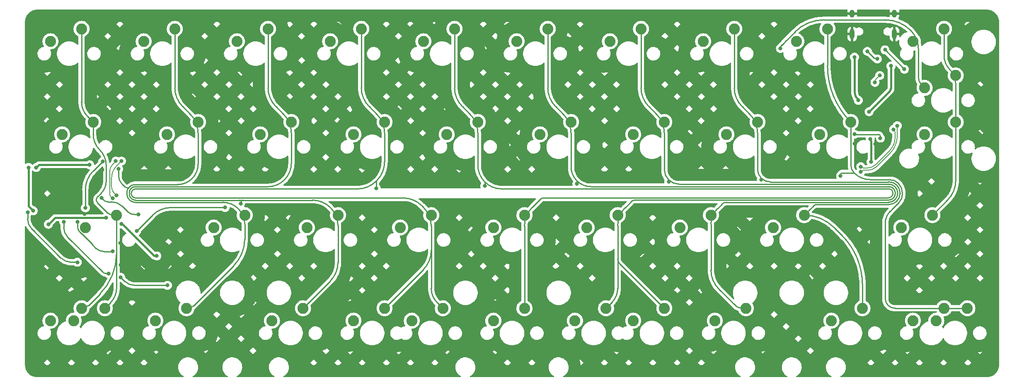
<source format=gbr>
%TF.GenerationSoftware,KiCad,Pcbnew,(6.0.10-0)*%
%TF.CreationDate,2023-01-05T17:16:11+09:00*%
%TF.ProjectId,Tiny Dimply Qazy,54696e79-2044-4696-9d70-6c792051617a,rev?*%
%TF.SameCoordinates,Original*%
%TF.FileFunction,Copper,L1,Top*%
%TF.FilePolarity,Positive*%
%FSLAX46Y46*%
G04 Gerber Fmt 4.6, Leading zero omitted, Abs format (unit mm)*
G04 Created by KiCad (PCBNEW (6.0.10-0)) date 2023-01-05 17:16:11*
%MOMM*%
%LPD*%
G01*
G04 APERTURE LIST*
%TA.AperFunction,ComponentPad*%
%ADD10C,2.250000*%
%TD*%
%TA.AperFunction,ComponentPad*%
%ADD11O,1.000000X2.100000*%
%TD*%
%TA.AperFunction,ComponentPad*%
%ADD12O,1.000000X1.600000*%
%TD*%
%TA.AperFunction,ViaPad*%
%ADD13C,0.800000*%
%TD*%
%TA.AperFunction,Conductor*%
%ADD14C,0.500000*%
%TD*%
%TA.AperFunction,Conductor*%
%ADD15C,0.381000*%
%TD*%
%TA.AperFunction,Conductor*%
%ADD16C,0.300000*%
%TD*%
%TA.AperFunction,Conductor*%
%ADD17C,0.250000*%
%TD*%
%TA.AperFunction,Conductor*%
%ADD18C,0.200000*%
%TD*%
G04 APERTURE END LIST*
D10*
%TO.P,MX22,1,COL*%
%TO.N,Net-(D11-Pad1)*%
X126365000Y-81597500D03*
%TO.P,MX22,2,ROW*%
%TO.N,A9*%
X132715000Y-79057500D03*
%TD*%
%TO.P,MX39,1,COL*%
%TO.N,Net-(D17-Pad2)*%
X221615000Y-119697500D03*
%TO.P,MX39,2,ROW*%
%TO.N,B13*%
X227965000Y-117157500D03*
%TD*%
%TO.P,MX33,1,COL*%
%TO.N,Net-(D14-Pad2)*%
X178752500Y-62547500D03*
%TO.P,MX33,2,ROW*%
%TO.N,B14*%
X185102500Y-60007500D03*
%TD*%
%TO.P,MX20,1,COL*%
%TO.N,Net-(D9-Pad1)*%
X135890000Y-119697500D03*
%TO.P,MX20,2,ROW*%
%TO.N,A9*%
X142240000Y-117157500D03*
%TD*%
%TO.P,MX29,1,COL*%
%TO.N,Net-(D14-Pad1)*%
X159702500Y-62547500D03*
%TO.P,MX29,2,ROW*%
%TO.N,B15*%
X166052500Y-60007500D03*
%TD*%
%TO.P,MX25,1,COL*%
%TO.N,Net-(D13-Pad1)*%
X152558750Y-119697500D03*
%TO.P,MX25,2,ROW*%
%TO.N,A8*%
X158908750Y-117157500D03*
%TD*%
%TO.P,MX23,1,COL*%
%TO.N,Net-(D12-Pad1)*%
X135890000Y-100647500D03*
%TO.P,MX23,2,ROW*%
%TO.N,A9*%
X142240000Y-98107500D03*
%TD*%
%TO.P,MX43,1,COL*%
%TO.N,Net-(D19-Pad2)*%
X223996250Y-81597500D03*
%TO.P,MX43,2,ROW*%
%TO.N,B12*%
X230346250Y-79057500D03*
%TD*%
%TO.P,MX1,1,COL*%
%TO.N,Net-(D4-Pad1)*%
X50165000Y-119697500D03*
%TO.P,MX1,2,ROW*%
%TO.N,B8*%
X56515000Y-117157500D03*
%TD*%
%TO.P,MX6,1,COL*%
%TO.N,Net-(D1-Pad2)*%
X64452500Y-62547500D03*
%TO.P,MX6,2,ROW*%
%TO.N,A14*%
X70802500Y-60007500D03*
%TD*%
%TO.P,MX3,1,COL*%
%TO.N,Net-(D1-Pad1)*%
X45402500Y-62547500D03*
%TO.P,MX3,2,ROW*%
%TO.N,B8*%
X51752500Y-60007500D03*
%TD*%
%TO.P,MX31,1,COL*%
%TO.N,Net-(D16-Pad1)*%
X173990000Y-100647500D03*
%TO.P,MX31,2,ROW*%
%TO.N,B15*%
X180340000Y-98107500D03*
%TD*%
%TO.P,MX14,1,COL*%
%TO.N,Net-(D8-Pad2)*%
X107315000Y-119697500D03*
%TO.P,MX14,2,ROW*%
%TO.N,A13*%
X113665000Y-117157500D03*
%TD*%
%TO.P,MX40,1,COL*%
%TO.N,Net-(D17-Pad2)*%
X226377500Y-119697500D03*
%TO.P,MX40,2,ROW*%
%TO.N,B13*%
X232727500Y-117157500D03*
%TD*%
%TO.P,MX5,1,COL*%
%TO.N,Net-(D3-Pad1)*%
X52546250Y-100647500D03*
%TO.P,MX5,2,ROW*%
%TO.N,B8*%
X58896250Y-98107500D03*
%TD*%
%TO.P,MX24,1,COL*%
%TO.N,Net-(D13-Pad1)*%
X164465000Y-119697500D03*
%TO.P,MX24,2,ROW*%
%TO.N,A8*%
X170815000Y-117157500D03*
%TD*%
%TO.P,MX9,1,COL*%
%TO.N,Net-(D4-Pad2)*%
X66833750Y-119697500D03*
%TO.P,MX9,2,ROW*%
%TO.N,A14*%
X73183750Y-117157500D03*
%TD*%
%TO.P,MX37,1,COL*%
%TO.N,Net-(D18-Pad1)*%
X197802500Y-62547500D03*
%TO.P,MX37,2,ROW*%
%TO.N,B13*%
X204152500Y-60007500D03*
%TD*%
%TO.P,MX19,1,COL*%
%TO.N,Net-(D9-Pad1)*%
X135890000Y-119697500D03*
%TO.P,MX19,2,ROW*%
%TO.N,A9*%
X142240000Y-117157500D03*
%TD*%
%TO.P,MX16,1,COL*%
%TO.N,Net-(D5-Pad2)*%
X102552500Y-62547500D03*
%TO.P,MX16,2,ROW*%
%TO.N,A13*%
X108902500Y-60007500D03*
%TD*%
%TO.P,MX38,1,COL*%
%TO.N,Net-(D19-Pad1)*%
X202565000Y-81597500D03*
%TO.P,MX38,2,ROW*%
%TO.N,B13*%
X208915000Y-79057500D03*
%TD*%
%TO.P,MX17,1,COL*%
%TO.N,Net-(D6-Pad2)*%
X107315000Y-81597500D03*
%TO.P,MX17,2,ROW*%
%TO.N,A13*%
X113665000Y-79057500D03*
%TD*%
%TO.P,MX12,1,COL*%
%TO.N,Net-(D7-Pad1)*%
X97790000Y-100647500D03*
%TO.P,MX12,2,ROW*%
%TO.N,A15*%
X104140000Y-98107500D03*
%TD*%
%TO.P,MX34,1,COL*%
%TO.N,Net-(D15-Pad2)*%
X183515000Y-81597500D03*
%TO.P,MX34,2,ROW*%
%TO.N,B14*%
X189865000Y-79057500D03*
%TD*%
%TO.P,MX36,1,COL*%
%TO.N,Net-(D17-Pad1)*%
X204946250Y-119697500D03*
%TO.P,MX36,2,ROW*%
%TO.N,B14*%
X211296250Y-117157500D03*
%TD*%
%TO.P,MX30,1,COL*%
%TO.N,Net-(D15-Pad1)*%
X164465000Y-81597500D03*
%TO.P,MX30,2,ROW*%
%TO.N,B15*%
X170815000Y-79057500D03*
%TD*%
%TO.P,MX41,1,COL*%
%TO.N,Net-(D18-Pad2)*%
X221615000Y-62547500D03*
%TO.P,MX41,2,ROW*%
%TO.N,B12*%
X227965000Y-60007500D03*
%TD*%
%TO.P,MX11,1,COL*%
%TO.N,Net-(D6-Pad1)*%
X88265000Y-81597500D03*
%TO.P,MX11,2,ROW*%
%TO.N,A15*%
X94615000Y-79057500D03*
%TD*%
%TO.P,MX13,1,COL*%
%TO.N,Net-(D8-Pad1)*%
X90646250Y-119697500D03*
%TO.P,MX13,2,ROW*%
%TO.N,A15*%
X96996250Y-117157500D03*
%TD*%
%TO.P,MX15,1,COL*%
%TO.N,Net-(D8-Pad2)*%
X119221250Y-119697500D03*
%TO.P,MX15,2,ROW*%
%TO.N,A13*%
X125571250Y-117157500D03*
%TD*%
%TO.P,MX28,1,COL*%
%TO.N,Net-(D12-Pad2)*%
X154940000Y-100647500D03*
%TO.P,MX28,2,ROW*%
%TO.N,A8*%
X161290000Y-98107500D03*
%TD*%
%TO.P,MX21,1,COL*%
%TO.N,Net-(D10-Pad1)*%
X121602500Y-62547500D03*
%TO.P,MX21,2,ROW*%
%TO.N,A9*%
X127952500Y-60007500D03*
%TD*%
%TO.P,MX35,1,COL*%
%TO.N,Net-(D16-Pad2)*%
X193040000Y-100647500D03*
%TO.P,MX35,2,ROW*%
%TO.N,B14*%
X199390000Y-98107500D03*
%TD*%
%TO.P,MX2,1,COL*%
%TO.N,Net-(D4-Pad1)*%
X45402500Y-119697500D03*
%TO.P,MX2,2,ROW*%
%TO.N,B8*%
X51752500Y-117157500D03*
%TD*%
%TO.P,MX7,1,COL*%
%TO.N,Net-(D2-Pad2)*%
X69215000Y-81597500D03*
%TO.P,MX7,2,ROW*%
%TO.N,A14*%
X75565000Y-79057500D03*
%TD*%
%TO.P,MX44,1,COL*%
%TO.N,Net-(D20-Pad2)*%
X219233750Y-100647500D03*
%TO.P,MX44,2,ROW*%
%TO.N,B12*%
X225583750Y-98107500D03*
%TD*%
%TO.P,MX42,1,COL*%
%TO.N,Net-(D18-Pad2)*%
X223996250Y-72072500D03*
%TO.P,MX42,2,ROW*%
%TO.N,B12*%
X230346250Y-69532500D03*
%TD*%
%TO.P,MX32,1,COL*%
%TO.N,Net-(D13-Pad2)*%
X181133750Y-119697500D03*
%TO.P,MX32,2,ROW*%
%TO.N,B15*%
X187483750Y-117157500D03*
%TD*%
%TO.P,MX18,1,COL*%
%TO.N,Net-(D7-Pad2)*%
X116840000Y-100647500D03*
%TO.P,MX18,2,ROW*%
%TO.N,A13*%
X123190000Y-98107500D03*
%TD*%
%TO.P,MX10,1,COL*%
%TO.N,Net-(D5-Pad1)*%
X83502500Y-62547500D03*
%TO.P,MX10,2,ROW*%
%TO.N,A15*%
X89852500Y-60007500D03*
%TD*%
%TO.P,MX8,1,COL*%
%TO.N,Net-(D3-Pad2)*%
X78740000Y-100647500D03*
%TO.P,MX8,2,ROW*%
%TO.N,A14*%
X85090000Y-98107500D03*
%TD*%
%TO.P,MX4,1,COL*%
%TO.N,Net-(D2-Pad1)*%
X47783750Y-81597500D03*
%TO.P,MX4,2,ROW*%
%TO.N,B8*%
X54133750Y-79057500D03*
%TD*%
%TO.P,MX26,1,COL*%
%TO.N,Net-(D10-Pad2)*%
X140652500Y-62547500D03*
%TO.P,MX26,2,ROW*%
%TO.N,A8*%
X147002500Y-60007500D03*
%TD*%
%TO.P,MX27,1,COL*%
%TO.N,Net-(D11-Pad2)*%
X145415000Y-81597500D03*
%TO.P,MX27,2,ROW*%
%TO.N,A8*%
X151765000Y-79057500D03*
%TD*%
D11*
%TO.P,J2,S1,SHIELD*%
%TO.N,GND*%
X217838750Y-61073750D03*
D12*
X209198750Y-56893750D03*
D11*
X209198750Y-61073750D03*
D12*
X217838750Y-56893750D03*
%TD*%
D13*
%TO.N,GND*%
X41130000Y-86570000D03*
X45380000Y-115650000D03*
X52350000Y-97840000D03*
X209680000Y-83440000D03*
X48795000Y-92235000D03*
X217120000Y-74790000D03*
X59700000Y-108300000D03*
X215410000Y-80000000D03*
X59620750Y-103800000D03*
X61390000Y-87190000D03*
X55980000Y-88810000D03*
X213930000Y-83540000D03*
%TO.N,+3V3*%
X40910000Y-88350000D03*
X213060000Y-87230421D03*
X44970000Y-99980000D03*
X212870000Y-82510000D03*
X41880000Y-97210000D03*
X42470000Y-88370000D03*
X67130000Y-106460000D03*
X56730000Y-98630000D03*
X53409250Y-87810000D03*
X59930000Y-99923000D03*
%TO.N,+5V*%
X212650000Y-76950000D03*
X217125000Y-67600000D03*
X210450000Y-74625000D03*
X209675000Y-65775000D03*
%TO.N,Net-(D19-Pad1)*%
X209639500Y-81560000D03*
X214950000Y-82350000D03*
%TO.N,BOOT0*%
X48100000Y-99460000D03*
X57230000Y-110050000D03*
%TO.N,/GND_R1*%
X212300000Y-64600000D03*
X214321278Y-66153722D03*
%TO.N,DBUS-*%
X213850000Y-70936000D03*
X214825000Y-69537000D03*
%TO.N,/GND_R2*%
X219868750Y-68262500D03*
X215900000Y-64293750D03*
%TO.N,B13*%
X206817009Y-90084021D03*
%TO.N,D_P*%
X58080000Y-94670000D03*
X210950000Y-89235000D03*
X218401232Y-79818768D03*
X58750000Y-87044500D03*
%TO.N,D_N*%
X58868960Y-94056365D03*
X217658768Y-80561232D03*
X59906385Y-87044500D03*
X210950000Y-88185000D03*
%TO.N,Net-(D18-Pad2)*%
X194530000Y-64010000D03*
%TO.N,NRST*%
X40770000Y-97570000D03*
X50900000Y-107740000D03*
X59760000Y-110820000D03*
X69290000Y-112470000D03*
%TO.N,B14*%
X190630000Y-90808521D03*
%TO.N,B15*%
X171702500Y-91258041D03*
%TO.N,A8*%
X152950000Y-91707561D03*
%TO.N,A9*%
X134140000Y-92157081D03*
%TO.N,A13*%
X55815500Y-94592122D03*
X111950000Y-92606601D03*
X63360000Y-97970000D03*
%TO.N,A14*%
X56067915Y-87150000D03*
X59310000Y-88635021D03*
X52530000Y-96620000D03*
%TO.N,A15*%
X84240000Y-95764020D03*
X81060000Y-96550000D03*
X58120000Y-105470000D03*
X63000000Y-101372000D03*
X50960000Y-99450000D03*
%TD*%
D14*
%TO.N,GND*%
X209198750Y-56893750D02*
X217838750Y-56893750D01*
D15*
%TO.N,+3V3*%
X44970000Y-99980000D02*
X46320000Y-98630000D01*
X40910000Y-88350000D02*
X40910000Y-96240000D01*
X59930000Y-99923000D02*
X60031472Y-99923000D01*
X40910000Y-96240000D02*
X41880000Y-97210000D01*
X60031472Y-99923000D02*
X66568472Y-106460000D01*
X213060000Y-82968700D02*
X213060000Y-87230421D01*
X43030000Y-87810000D02*
X42470000Y-88370000D01*
X53409250Y-87810000D02*
X43030000Y-87810000D01*
X66568472Y-106460000D02*
X67130000Y-106460000D01*
X46320000Y-98630000D02*
X56730000Y-98630000D01*
X213059999Y-82968700D02*
G75*
G03*
X212869999Y-82510001I-648699J0D01*
G01*
%TO.N,+5V*%
X217125000Y-71993750D02*
X217125000Y-71950000D01*
D16*
X210450000Y-74600000D02*
X210450000Y-74625000D01*
D15*
X217125000Y-70025000D02*
X217125000Y-70725000D01*
X217125000Y-71250000D02*
X217125000Y-71425000D01*
X217125000Y-70025000D02*
X217125000Y-67600000D01*
X216877512Y-72722487D02*
X212650000Y-76950000D01*
X217125000Y-71993750D02*
X217125000Y-72081250D01*
X209675000Y-72728985D02*
X209675000Y-65775000D01*
X217125000Y-70943750D02*
X217125000Y-71206250D01*
X217125000Y-70943750D02*
X217125000Y-70725000D01*
X217125000Y-71425000D02*
X217125000Y-71600000D01*
X217125000Y-72125000D02*
X217125000Y-72081250D01*
X217125000Y-71206250D02*
X217125000Y-71250000D01*
X217125000Y-71775000D02*
X217125000Y-71950000D01*
X217125000Y-71600000D02*
X217125000Y-71775000D01*
X216877518Y-72722493D02*
G75*
G03*
X217125000Y-72125000I-597518J597493D01*
G01*
X209675007Y-72728985D02*
G75*
G03*
X210450000Y-74600000I2645993J-15D01*
G01*
D17*
%TO.N,Net-(D1-Pad1)*%
X45392260Y-62557739D02*
X45402500Y-62547500D01*
X45381998Y-62582459D02*
G75*
G02*
X45392260Y-62557739I35002J-41D01*
G01*
%TO.N,Net-(D3-Pad2)*%
X78729760Y-100657739D02*
X78734880Y-100652619D01*
X78739964Y-100640259D02*
G75*
G02*
X78734879Y-100652618I-17464J-41D01*
G01*
X78719498Y-100682459D02*
G75*
G02*
X78729760Y-100657739I35002J-41D01*
G01*
%TO.N,Net-(D8-Pad1)*%
X91442500Y-119697500D02*
X90646250Y-119697500D01*
%TO.N,Net-(D6-Pad2)*%
X107870000Y-82152500D02*
G75*
G03*
X107315000Y-81597500I-555000J0D01*
G01*
%TO.N,Net-(D18-Pad1)*%
X197792260Y-62557739D02*
X197802500Y-62547500D01*
X197781998Y-62582459D02*
G75*
G02*
X197792260Y-62557739I35002J-41D01*
G01*
%TO.N,Net-(D19-Pad1)*%
X209703516Y-81597500D02*
X214573750Y-81597500D01*
X202559880Y-81602619D02*
X202554760Y-81607739D01*
X209658250Y-81578750D02*
X209639500Y-81560000D01*
X214950000Y-82350000D02*
X214950000Y-81973750D01*
X202572240Y-81597534D02*
G75*
G03*
X202559880Y-81602619I-40J-17466D01*
G01*
X209703516Y-81597493D02*
G75*
G02*
X209658250Y-81578750I-16J63993D01*
G01*
X214950000Y-81973750D02*
G75*
G03*
X214573750Y-81597500I-376300J-50D01*
G01*
X202544498Y-81632459D02*
G75*
G02*
X202554760Y-81607739I35002J-41D01*
G01*
%TO.N,Net-(D11-Pad1)*%
X126365000Y-81597500D02*
G75*
G03*
X126360000Y-81602500I0J-5000D01*
G01*
%TO.N,Net-(D14-Pad2)*%
X178742260Y-62557739D02*
X178752500Y-62547500D01*
X178731998Y-62582459D02*
G75*
G02*
X178742260Y-62557739I35002J-41D01*
G01*
%TO.N,Net-(D16-Pad1)*%
X173990000Y-99770000D02*
X173990000Y-100208750D01*
%TO.N,Net-(D17-Pad2)*%
X222571250Y-119697500D02*
G75*
G02*
X221615000Y-118741250I50J956300D01*
G01*
%TO.N,BOOT0*%
X57230000Y-110050000D02*
X56800829Y-110050000D01*
X48100000Y-100619170D02*
X48100000Y-99460000D01*
X48919657Y-102597998D02*
X56068189Y-109746530D01*
X56800829Y-110049981D02*
G75*
G02*
X56068190Y-109746529I-29J1036081D01*
G01*
X48919639Y-102598016D02*
G75*
G02*
X48100000Y-100619170I1978861J1978816D01*
G01*
%TO.N,/GND_R1*%
X212300000Y-64600000D02*
X213688415Y-65988415D01*
X214321278Y-66153722D02*
X214087500Y-66153722D01*
X214087500Y-66153712D02*
G75*
G02*
X213688415Y-65988415I0J564412D01*
G01*
D18*
%TO.N,DBUS-*%
X213850000Y-70724000D02*
X213850000Y-70936000D01*
X214825000Y-69537000D02*
X213999906Y-70362093D01*
X213999909Y-70362096D02*
G75*
G03*
X213850000Y-70724000I361891J-361904D01*
G01*
D17*
%TO.N,/GND_R2*%
X215900000Y-64293750D02*
X219868750Y-68262500D01*
%TO.N,B13*%
X208915000Y-87826264D02*
X208915000Y-79057500D01*
X218243205Y-96046794D02*
X218771177Y-95518822D01*
X217949998Y-117157500D02*
X232727500Y-117157500D01*
X209600000Y-89480000D02*
X207119019Y-89480000D01*
X216877428Y-90858203D02*
X212927276Y-90858203D01*
X206817009Y-89782010D02*
X206817009Y-90084021D01*
X217416794Y-96873205D02*
X217003589Y-97286411D01*
X219450000Y-93583797D02*
X219450000Y-93880000D01*
X215950000Y-99830000D02*
X215950000Y-115157501D01*
X204152500Y-67559808D02*
X204152500Y-60007500D01*
X218243205Y-96046794D02*
X217416794Y-96873205D01*
X217003584Y-97286406D02*
G75*
G03*
X215950000Y-99830000I2543616J-2543594D01*
G01*
X208915002Y-79057498D02*
G75*
G02*
X204152500Y-67559808I11497698J11497698D01*
G01*
X218771168Y-95518813D02*
G75*
G03*
X219450000Y-93880000I-1638768J1638813D01*
G01*
X212927276Y-90858212D02*
G75*
G02*
X209600001Y-89479999I24J4705512D01*
G01*
X218619992Y-91580008D02*
G75*
G03*
X216877428Y-90858203I-1742592J-1742592D01*
G01*
X209599989Y-89480011D02*
G75*
G02*
X208915000Y-87826264I1653711J1653711D01*
G01*
X206817000Y-89782010D02*
G75*
G02*
X207119019Y-89480000I302000J10D01*
G01*
X218619999Y-91580001D02*
G75*
G02*
X219450000Y-93583797I-2003799J-2003799D01*
G01*
X215950000Y-115157501D02*
G75*
G03*
X217949998Y-117157500I2000000J1D01*
G01*
D18*
%TO.N,D_P*%
X57785957Y-94375957D02*
X58080000Y-94670000D01*
X57491915Y-92565668D02*
X57491915Y-93576499D01*
X57491915Y-89192185D02*
X57491915Y-92565668D01*
X58750000Y-87044500D02*
X58120957Y-87673542D01*
X216934621Y-85433578D02*
X214205076Y-88163123D01*
X57491915Y-93666076D02*
X57491915Y-93576499D01*
X218401232Y-81892868D02*
X218401232Y-79818768D01*
X210950000Y-89235000D02*
X211099999Y-89085000D01*
X212341599Y-88935001D02*
X211462130Y-88935001D01*
X57491904Y-89192185D02*
G75*
G02*
X58120957Y-87673542I2147696J-15D01*
G01*
X212341599Y-88934986D02*
G75*
G03*
X214205076Y-88163123I1J2635386D01*
G01*
X211099991Y-89084992D02*
G75*
G02*
X211462130Y-88935001I362109J-362108D01*
G01*
X57785953Y-94375961D02*
G75*
G02*
X57491915Y-93666076I709847J709861D01*
G01*
X216934640Y-85433597D02*
G75*
G03*
X218401232Y-81892868I-3540740J3540697D01*
G01*
%TO.N,D_N*%
X58380197Y-93567602D02*
X58868960Y-94056365D01*
X210950000Y-88185000D02*
X211099999Y-88334999D01*
X58898910Y-88051975D02*
X59906385Y-87044500D01*
X211462130Y-88484999D02*
X212248400Y-88484999D01*
X216916424Y-84815375D02*
X213952777Y-87779022D01*
X57891435Y-92387625D02*
X57891435Y-90484234D01*
X217658768Y-80561232D02*
X217804999Y-80707463D01*
X217951231Y-82317132D02*
X217951231Y-81060497D01*
X211462130Y-88484986D02*
G75*
G02*
X211100000Y-88334998I-30J512086D01*
G01*
X57891469Y-90484234D02*
G75*
G02*
X58898910Y-88051975I3439731J34D01*
G01*
X217951242Y-81060497D02*
G75*
G03*
X217804998Y-80707464I-499242J-3D01*
G01*
X58380204Y-93567595D02*
G75*
G02*
X57891435Y-92387625I1179996J1179995D01*
G01*
X212248400Y-88484984D02*
G75*
G03*
X213952776Y-87779021I0J2410384D01*
G01*
X216916405Y-84815356D02*
G75*
G03*
X217951231Y-82317132I-2498205J2498256D01*
G01*
D17*
%TO.N,Net-(D18-Pad2)*%
X195540085Y-62589913D02*
X195179999Y-62949999D01*
X195089977Y-63040021D02*
X194909935Y-63220064D01*
X223358010Y-71434260D02*
X223996250Y-72072500D01*
X222719771Y-64115920D02*
X222719771Y-69893414D01*
X194819914Y-63310086D02*
X194909935Y-63220064D01*
X195089977Y-63040021D02*
X195179999Y-62949999D01*
X197530481Y-60599518D02*
X195540085Y-62589913D01*
X203420000Y-58160000D02*
X215947142Y-58160000D01*
X222719774Y-69893414D02*
G75*
G03*
X223358010Y-71434260I2179126J14D01*
G01*
X194819920Y-63310092D02*
G75*
G03*
X194530000Y-64010000I699880J-699908D01*
G01*
X215947142Y-58159962D02*
G75*
G02*
X221144468Y-60312803I-42J-7350138D01*
G01*
X222719770Y-64115920D02*
G75*
G03*
X221144467Y-60312804I-5378370J20D01*
G01*
X197530489Y-60599526D02*
G75*
G02*
X203420000Y-58160000I5889511J-5889474D01*
G01*
%TO.N,NRST*%
X49635001Y-107734999D02*
X50895001Y-107734997D01*
X40724999Y-98844999D02*
X40725001Y-97604999D01*
X41601810Y-100961811D02*
X47484046Y-106844046D01*
X69290000Y-112470000D02*
X62576726Y-112470000D01*
X59760000Y-110820000D02*
X60585000Y-111645000D01*
X49635001Y-107735002D02*
G75*
G02*
X47484046Y-106844046I-1J3041902D01*
G01*
X62576726Y-112469989D02*
G75*
G02*
X60585000Y-111645000I-26J2816689D01*
G01*
X41601815Y-100961806D02*
G75*
G02*
X40724999Y-98844999I2116785J2116806D01*
G01*
%TO.N,B12*%
X230346250Y-78077349D02*
X230346250Y-80037650D01*
X230346250Y-74371211D02*
X230346250Y-75182981D01*
X230346250Y-72793754D02*
X230346250Y-74371211D01*
X230346250Y-72793754D02*
X230346250Y-72399390D01*
X228752457Y-94938792D02*
X225583750Y-98107500D01*
X230346250Y-87099596D02*
X230346250Y-89760556D01*
X230346250Y-75182981D02*
X230346250Y-75948668D01*
X230346250Y-71610662D02*
X230346250Y-71216298D01*
X230346250Y-71610662D02*
X230346250Y-72399390D01*
X227965000Y-65467451D02*
X227965000Y-60007500D01*
X230346250Y-87099596D02*
X230346250Y-86086932D01*
X230346250Y-77480042D02*
X230346250Y-78077349D01*
X230346250Y-75948668D02*
X230346250Y-76714355D01*
X230346250Y-76714355D02*
X230346250Y-77480042D01*
X230346250Y-89760556D02*
X230346250Y-91091036D01*
X230346250Y-81400644D02*
X230346250Y-86086932D01*
X230346250Y-80037650D02*
X230346250Y-81400644D01*
X229155624Y-68341876D02*
G75*
G02*
X230346250Y-71216298I-2874424J-2874424D01*
G01*
X227965020Y-65467451D02*
G75*
G03*
X229155625Y-68341875I4064980J-49D01*
G01*
X230346274Y-91091036D02*
G75*
G02*
X228752456Y-94938791I-5441574J36D01*
G01*
%TO.N,B14*%
X200478749Y-97018749D02*
X200478748Y-97018753D01*
X190627740Y-90807391D02*
X190627740Y-90557740D01*
X200478748Y-97018753D02*
X199390000Y-98107500D01*
X205497174Y-100637175D02*
X207070000Y-102210000D01*
X216720000Y-95930000D02*
X203292500Y-95930000D01*
X189865000Y-81298114D02*
X189865000Y-88716322D01*
X188280646Y-77473146D02*
X186696292Y-75888792D01*
X185102500Y-72041036D02*
X185102500Y-60007500D01*
X211296250Y-112413070D02*
X211296250Y-117157500D01*
X216570000Y-91310000D02*
X216720000Y-91310000D01*
X190628870Y-90808521D02*
X190630000Y-90808521D01*
X218960000Y-93550000D02*
X218960000Y-93690000D01*
X192469157Y-91320480D02*
X216559520Y-91320480D01*
X203292500Y-95930000D02*
X201998750Y-95930000D01*
X201262560Y-96234939D02*
X200478749Y-97018749D01*
X201262542Y-96234921D02*
G75*
G02*
X201998750Y-95930000I736158J-736179D01*
G01*
X216720000Y-95930000D02*
G75*
G03*
X218960000Y-93690000I0J2240000D01*
G01*
X185102490Y-72041036D02*
G75*
G03*
X186696293Y-75888791I5441610J36D01*
G01*
X216570000Y-91310020D02*
G75*
G03*
X216559520Y-91320480I0J-10480D01*
G01*
X218960000Y-93550000D02*
G75*
G03*
X216720000Y-91310000I-2240000J0D01*
G01*
X211296262Y-112413070D02*
G75*
G03*
X207070000Y-102210000I-14429362J-30D01*
G01*
X205497164Y-100637185D02*
G75*
G03*
X199390000Y-98107500I-6107164J-6107115D01*
G01*
X189864996Y-81298114D02*
G75*
G03*
X188280646Y-77473146I-5409296J14D01*
G01*
X190627743Y-90557737D02*
G75*
G02*
X189865000Y-88716322I1841457J1841437D01*
G01*
X192469157Y-91320503D02*
G75*
G02*
X190627740Y-90557740I43J2604203D01*
G01*
X190628869Y-90808560D02*
G75*
G02*
X190627740Y-90807391I31J1160D01*
G01*
%TO.N,B15*%
X173845114Y-91770000D02*
X216660000Y-91770000D01*
X186425000Y-95480000D02*
X216630000Y-95480000D01*
X181653749Y-96793749D02*
X182560029Y-95887470D01*
X184552187Y-95480000D02*
X184264062Y-95480000D01*
X184840312Y-95480000D02*
X184552187Y-95480000D01*
X170815000Y-81298114D02*
X170815000Y-88739885D01*
X171702500Y-91258041D02*
X171702500Y-90882500D01*
X184840312Y-95480000D02*
X185272500Y-95480000D01*
X183975937Y-95480000D02*
X183687812Y-95480000D01*
X186425000Y-95480000D02*
X185272500Y-95480000D01*
X169230646Y-77473146D02*
X167646292Y-75888792D01*
X185330260Y-116595000D02*
X181933792Y-113198532D01*
X166052500Y-72041036D02*
X166052500Y-60007500D01*
X184264062Y-95480000D02*
X183975937Y-95480000D01*
X186688255Y-117157500D02*
X187483750Y-117157500D01*
X183543750Y-95480000D02*
X183687812Y-95480000D01*
X180340000Y-109350776D02*
X180340000Y-99965423D01*
X171702496Y-90882504D02*
G75*
G02*
X170815000Y-88739885I2142604J2142604D01*
G01*
X166052490Y-72041036D02*
G75*
G03*
X167646293Y-75888791I5441610J36D01*
G01*
X216630000Y-95480000D02*
G75*
G03*
X218500000Y-93610000I0J1870000D01*
G01*
X185330281Y-116594979D02*
G75*
G03*
X186688255Y-117157500I1358019J1357979D01*
G01*
X182560003Y-95887444D02*
G75*
G02*
X183543750Y-95480000I983697J-983756D01*
G01*
X171702496Y-90882504D02*
G75*
G03*
X173845114Y-91770000I2142604J2142604D01*
G01*
X180340009Y-99965423D02*
G75*
G02*
X181653750Y-96793750I4485391J23D01*
G01*
X169230649Y-77473143D02*
G75*
G02*
X170815000Y-81298114I-3824949J-3824957D01*
G01*
X181933770Y-113198554D02*
G75*
G02*
X180340000Y-109350776I3847830J3847754D01*
G01*
X216660000Y-91770000D02*
G75*
G02*
X218500000Y-93610000I0J-1840000D01*
G01*
%TO.N,Net-(D4-Pad2)*%
X66833700Y-119697500D02*
G75*
G03*
X66866250Y-119730000I32500J0D01*
G01*
%TO.N,A8*%
X160059847Y-116006400D02*
X160048553Y-116017693D01*
X161290000Y-106470000D02*
X161290000Y-107051250D01*
X161290000Y-104726250D02*
X161290000Y-100283960D01*
X155819378Y-92280000D02*
X216680000Y-92280000D01*
X160031613Y-116034633D02*
X159986440Y-116079806D01*
X161290000Y-104726250D02*
X161290000Y-105888750D01*
X161290000Y-106470000D02*
X161290000Y-105888750D01*
X160071140Y-115995107D02*
X160059847Y-116006400D01*
X160071140Y-115995107D02*
X160082434Y-115983814D01*
X150180646Y-77473146D02*
X148596292Y-75888792D01*
X160093728Y-115972521D02*
X160099375Y-115966875D01*
X147002500Y-72041036D02*
X147002500Y-60007500D01*
X161290000Y-105888750D02*
X161290000Y-104726250D01*
X161290000Y-107051250D02*
X161290000Y-113092451D01*
X152950000Y-91707561D02*
X152951250Y-91707561D01*
X216619520Y-95029520D02*
X164789230Y-95029520D01*
X159986440Y-116079806D02*
X158908750Y-117157500D01*
X152952500Y-91706311D02*
X152952500Y-91092500D01*
X161701005Y-108043505D02*
X170815000Y-117157500D01*
X218010000Y-93639040D02*
X218010000Y-93610000D01*
X161290000Y-106470000D02*
X161290000Y-105888750D01*
X151765000Y-88225621D02*
X151765000Y-81298114D01*
X164070111Y-95327388D02*
X162828990Y-96568510D01*
X160093728Y-115972521D02*
X160082434Y-115983814D01*
X161290000Y-106470000D02*
X161290000Y-107051250D01*
X160048553Y-116017693D02*
X160031613Y-116034633D01*
X161290021Y-113092451D02*
G75*
G02*
X160099375Y-115966875I-4065121J51D01*
G01*
X161290000Y-106470000D02*
G75*
G02*
X161290000Y-106470000I0J0D01*
G01*
X152952506Y-91092494D02*
G75*
G02*
X151765000Y-88225621I2866894J2866894D01*
G01*
X164070098Y-95327375D02*
G75*
G02*
X164789230Y-95029520I719102J-719125D01*
G01*
X150180649Y-77473143D02*
G75*
G02*
X151765000Y-81298114I-3824949J-3824957D01*
G01*
X161290000Y-107051250D02*
G75*
G02*
X161290000Y-107051250I0J0D01*
G01*
X161289961Y-100283960D02*
G75*
G02*
X162828991Y-96568511I5254439J-40D01*
G01*
X161700972Y-108043538D02*
G75*
G02*
X161290000Y-107051250I992328J992238D01*
G01*
X147002490Y-72041036D02*
G75*
G03*
X148596293Y-75888791I5441610J36D01*
G01*
X152951252Y-91707599D02*
G75*
G03*
X152952500Y-91706311I-52J1299D01*
G01*
X216619520Y-95029500D02*
G75*
G03*
X218010000Y-93639040I-20J1390500D01*
G01*
X216680000Y-92280000D02*
G75*
G02*
X218010000Y-93610000I0J-1330000D01*
G01*
X152952506Y-91092494D02*
G75*
G03*
X155819378Y-92280000I2866894J2866894D01*
G01*
X161290000Y-105888750D02*
G75*
G02*
X161290000Y-105888750I0J0D01*
G01*
%TO.N,A9*%
X134137500Y-91317500D02*
X134138750Y-91317500D01*
X132715000Y-87883281D02*
X132715000Y-81298114D01*
X134140000Y-92157081D02*
X134140000Y-91318750D01*
X146163437Y-94580000D02*
X146276562Y-94580000D01*
X146163437Y-94580000D02*
X146050312Y-94580000D01*
X127952500Y-72041036D02*
X127952500Y-60007500D01*
X147125000Y-94580000D02*
X146672500Y-94580000D01*
X146389687Y-94580000D02*
X146276562Y-94580000D01*
X147125000Y-94580000D02*
X216560000Y-94580000D01*
X142240000Y-100361463D02*
X142240000Y-117157500D01*
X131130646Y-77473146D02*
X129546292Y-75888792D01*
X143833792Y-96513706D02*
X145607517Y-94739982D01*
X146672500Y-94580000D02*
X146502812Y-94580000D01*
X146502812Y-94580000D02*
X146389687Y-94580000D01*
X137571718Y-92740000D02*
X216660000Y-92740000D01*
X146050312Y-94580000D02*
X145993750Y-94580000D01*
X142239988Y-100361463D02*
G75*
G02*
X143833792Y-96513706I5441612J-37D01*
G01*
X134138750Y-91317501D02*
G75*
G02*
X134139999Y-91318750I-50J-1299D01*
G01*
X137571718Y-92739992D02*
G75*
G02*
X134137500Y-91317500I-18J4856692D01*
G01*
X132714996Y-81298114D02*
G75*
G03*
X131130646Y-77473146I-5409296J14D01*
G01*
X127952490Y-72041036D02*
G75*
G03*
X129546293Y-75888791I5441610J36D01*
G01*
X145607496Y-94739961D02*
G75*
G02*
X145993750Y-94580000I386204J-386239D01*
G01*
X217530000Y-93610000D02*
G75*
G02*
X216560000Y-94580000I-970000J0D01*
G01*
X134137494Y-91317506D02*
G75*
G02*
X132715000Y-87883281I3434206J3434206D01*
G01*
X216660000Y-92730000D02*
G75*
G02*
X217530000Y-93600000I0J-870000D01*
G01*
%TO.N,A13*%
X57185263Y-95394511D02*
X57876200Y-95394511D01*
X123190000Y-107726170D02*
X123190000Y-108353912D01*
X123190000Y-105544735D02*
X123190000Y-105289356D01*
X123190000Y-112372443D02*
X123190000Y-112852448D01*
X62535000Y-97970000D02*
X63360000Y-97970000D01*
X111953792Y-92604705D02*
X111953792Y-91156206D01*
X111951896Y-92606601D02*
X111950000Y-92606601D01*
X108902500Y-72041036D02*
X108902500Y-60007500D01*
X123190000Y-111397056D02*
X123190000Y-111907816D01*
X123190000Y-112852448D02*
X123190000Y-113092451D01*
X121596207Y-109226292D02*
X113665000Y-117157500D01*
X117418536Y-94590000D02*
X62800000Y-94590000D01*
X123190000Y-105289356D02*
X123190000Y-100361463D01*
X123190000Y-107123146D02*
X123190000Y-107726170D01*
X123190000Y-112372443D02*
X123190000Y-111907816D01*
X123190000Y-108353912D02*
X123190000Y-110212421D01*
X123190000Y-110886296D02*
X123190000Y-111397056D01*
X112071207Y-91038792D02*
X111953792Y-91156206D01*
X113665000Y-87191036D02*
X113665000Y-81298114D01*
X121596207Y-96513707D02*
X121266292Y-96183792D01*
X61126636Y-97386636D02*
X60024271Y-96284271D01*
X123190000Y-106520122D02*
X123190000Y-107123146D01*
X112080646Y-77473146D02*
X110496292Y-75888792D01*
X123190000Y-110212421D02*
X123190000Y-110886296D01*
X123190000Y-105544735D02*
X123190000Y-106055494D01*
X56216694Y-94993316D02*
X55815500Y-94592122D01*
X108106036Y-92750000D02*
X62840000Y-92750000D01*
X123190000Y-106055494D02*
X123190000Y-106520122D01*
X124380625Y-115966875D02*
X125571250Y-117157500D01*
X62535000Y-97970007D02*
G75*
G02*
X61126636Y-97386636I0J1991707D01*
G01*
X111953785Y-91156199D02*
G75*
G02*
X108106036Y-92750000I-3847785J3847799D01*
G01*
X62800000Y-94590000D02*
G75*
G02*
X61900000Y-93690000I0J900000D01*
G01*
X111951896Y-92606592D02*
G75*
G03*
X111953792Y-92604705I4J1892D01*
G01*
X121596228Y-109226313D02*
G75*
G03*
X123189999Y-105289356I-3957128J3893013D01*
G01*
X123190010Y-100361463D02*
G75*
G03*
X121596206Y-96513708I-5441610J-37D01*
G01*
X57876200Y-95394499D02*
G75*
G02*
X60024271Y-96284271I0J-3037801D01*
G01*
X112080649Y-77473143D02*
G75*
G02*
X113665000Y-81298114I-3824949J-3824957D01*
G01*
X57185263Y-95394522D02*
G75*
G02*
X56216695Y-94993315I37J1369822D01*
G01*
X113665010Y-87191036D02*
G75*
G02*
X112071207Y-91038792I-5441610J36D01*
G01*
X121266284Y-96183800D02*
G75*
G03*
X117418536Y-94590000I-3847784J-3847800D01*
G01*
X124380611Y-115966889D02*
G75*
G02*
X123190000Y-113092451I2874389J2874389D01*
G01*
X62840000Y-92750000D02*
G75*
G03*
X61900000Y-93690000I0J-940000D01*
G01*
X110496300Y-75888784D02*
G75*
G02*
X108902500Y-72041036I3847800J3847784D01*
G01*
%TO.N,A14*%
X73971207Y-77463707D02*
X72396292Y-75888792D01*
X54123792Y-89094122D02*
X56067915Y-87150000D01*
X73462731Y-117157500D02*
X73183750Y-117157500D01*
X60038834Y-91781543D02*
X60556747Y-92299456D01*
X52530000Y-96620000D02*
X52530000Y-92941878D01*
X61030000Y-93790000D02*
X61030000Y-93317310D01*
X62729040Y-95489040D02*
X80620009Y-95489040D01*
X70802500Y-72041036D02*
X70802500Y-60007500D01*
X59310000Y-90021982D02*
X59310000Y-88635021D01*
X82822688Y-108471063D02*
X74612500Y-116681250D01*
X61364242Y-92510377D02*
X61065955Y-92510377D01*
X85090000Y-102997286D02*
X85090000Y-99959030D01*
X71389485Y-91850960D02*
X62726283Y-91850960D01*
X61526829Y-92347789D02*
X61364242Y-92510377D01*
X75565000Y-81311463D02*
X75565000Y-87675446D01*
X85089975Y-99959030D02*
G75*
G03*
X83780770Y-96798270I-4469975J30D01*
G01*
X60038824Y-91781553D02*
G75*
G02*
X59310000Y-90021982I1759576J1759553D01*
G01*
X82822697Y-108471072D02*
G75*
G03*
X85090000Y-102997286I-5473797J5473772D01*
G01*
X75565010Y-81311463D02*
G75*
G03*
X73971206Y-77463708I-5441610J-37D01*
G01*
X61364232Y-92510367D02*
G75*
G03*
X61030000Y-93317310I806968J-806933D01*
G01*
X62726283Y-91850935D02*
G75*
G03*
X61526830Y-92347790I17J-1696265D01*
G01*
X72396300Y-75888784D02*
G75*
G02*
X70802500Y-72041036I3847800J3847784D01*
G01*
X52529970Y-92941878D02*
G75*
G02*
X54123792Y-89094122I5441530J-22D01*
G01*
X61065955Y-92510394D02*
G75*
G02*
X60556747Y-92299456I45J720194D01*
G01*
X83780759Y-96798281D02*
G75*
G03*
X80620009Y-95489040I-3160759J-3160719D01*
G01*
X73462731Y-117157527D02*
G75*
G03*
X74612500Y-116681250I-31J1626027D01*
G01*
X62729040Y-95489000D02*
G75*
G02*
X61030000Y-93790000I-40J1699000D01*
G01*
X74342037Y-90627997D02*
G75*
G02*
X71389485Y-91850960I-2952537J2952597D01*
G01*
X75565036Y-87675446D02*
G75*
G02*
X74342020Y-90627980I-4175536J46D01*
G01*
%TO.N,A15*%
X85909664Y-92300480D02*
X85758849Y-92300480D01*
X56323308Y-105555921D02*
X57973323Y-105555921D01*
X86211294Y-92300480D02*
X86362109Y-92300480D01*
X66228207Y-98143792D02*
X63000000Y-101372000D01*
X102546207Y-111607542D02*
X96996250Y-117157500D01*
X86060479Y-92300480D02*
X86211294Y-92300480D01*
X89791603Y-92300480D02*
X86211294Y-92300480D01*
X85909664Y-92300480D02*
X86060479Y-92300480D01*
X84319760Y-95684260D02*
X84240000Y-95764020D01*
X84399520Y-95491702D02*
X84399520Y-95322010D01*
X94615000Y-87477083D02*
X94615000Y-81298114D01*
X58120000Y-105470000D02*
X58077039Y-105512960D01*
X54671875Y-104871875D02*
X54012577Y-104212577D01*
X51373405Y-101524574D02*
X51779325Y-101930494D01*
X85758849Y-92300480D02*
X85457220Y-92300480D01*
X89852500Y-72041036D02*
X89852500Y-60007500D01*
X53963080Y-104093080D02*
X51815463Y-101945463D01*
X93030646Y-77473146D02*
X91446292Y-75888792D01*
X81060000Y-96550000D02*
X70075963Y-96550000D01*
X85457220Y-92300480D02*
X62732113Y-92300480D01*
X86060479Y-92300480D02*
X86211294Y-92300480D01*
X84117030Y-95039520D02*
X84682010Y-95039520D01*
X50960000Y-100526526D02*
X50960000Y-99450000D01*
X85909664Y-92300480D02*
X85758849Y-92300480D01*
X62757895Y-95039520D02*
X84117030Y-95039520D01*
X85909664Y-92300480D02*
X86060479Y-92300480D01*
X61499326Y-93533267D02*
X61499326Y-93780949D01*
X104140000Y-107759786D02*
X104140000Y-100276889D01*
X85457220Y-92300480D02*
X85758849Y-92300480D01*
X98902630Y-95039520D02*
X84682010Y-95039520D01*
X62757895Y-95039508D02*
G75*
G02*
X61867952Y-94670893I5J1258608D01*
G01*
X93030649Y-77473143D02*
G75*
G02*
X94615000Y-81298114I-3824949J-3824957D01*
G01*
X62732113Y-92300499D02*
G75*
G03*
X61860401Y-92661555I-13J-1232801D01*
G01*
X85909664Y-92300480D02*
G75*
G02*
X85909664Y-92300480I0J0D01*
G01*
X102605997Y-96573523D02*
G75*
G03*
X98902630Y-95039520I-3703397J-3703377D01*
G01*
X51373408Y-101524571D02*
G75*
G02*
X50960000Y-100526526I998092J998071D01*
G01*
X84117030Y-95039480D02*
G75*
G02*
X84399520Y-95322010I-30J-282520D01*
G01*
X86211294Y-92300480D02*
G75*
G02*
X86211294Y-92300480I0J0D01*
G01*
X84399520Y-95322010D02*
G75*
G02*
X84682010Y-95039520I282480J10D01*
G01*
X93202269Y-90887749D02*
G75*
G03*
X94615000Y-87477083I-3410669J3410649D01*
G01*
X91446300Y-75888784D02*
G75*
G02*
X89852500Y-72041036I3847800J3847784D01*
G01*
X61499363Y-93780949D02*
G75*
G03*
X61867952Y-94670893I1258537J-51D01*
G01*
X102606011Y-96573509D02*
G75*
G02*
X104140000Y-100276889I-3703411J-3703391D01*
G01*
X66228236Y-98143821D02*
G75*
G02*
X70075963Y-96550000I3847764J-3847679D01*
G01*
X54012597Y-104212557D02*
G75*
G02*
X53987829Y-104152829I59703J59757D01*
G01*
X85758849Y-92300480D02*
G75*
G02*
X85758849Y-92300480I0J0D01*
G01*
X57973323Y-105555923D02*
G75*
G03*
X58077038Y-105512959I-23J146723D01*
G01*
X61860420Y-92661574D02*
G75*
G03*
X61499326Y-93533267I871680J-871726D01*
G01*
X86060479Y-92300480D02*
G75*
G02*
X86060479Y-92300480I0J0D01*
G01*
X102546225Y-111607560D02*
G75*
G03*
X104140000Y-107759786I-3847825J3847760D01*
G01*
X51797394Y-101937975D02*
G75*
G02*
X51779325Y-101930494I6J25575D01*
G01*
X56323308Y-105555902D02*
G75*
G02*
X54671876Y-104871874I-8J2335502D01*
G01*
X53987799Y-104152829D02*
G75*
G03*
X53963080Y-104093080I-84499J29D01*
G01*
X84319759Y-95684259D02*
G75*
G03*
X84399520Y-95491702I-192559J192559D01*
G01*
X51797394Y-101937974D02*
G75*
G02*
X51815463Y-101945463I6J-25526D01*
G01*
X89791603Y-92300487D02*
G75*
G03*
X93202260Y-90887740I-3J4823387D01*
G01*
%TO.N,B8*%
X51752500Y-74992451D02*
X51752500Y-60007500D01*
X57705625Y-115966875D02*
X56515000Y-117157500D01*
X53538437Y-78462187D02*
X52943125Y-77866875D01*
X58896250Y-105525204D02*
X58896250Y-105984159D01*
X57057109Y-97627109D02*
X55027030Y-95597030D01*
X53169398Y-116570601D02*
X55460000Y-114280000D01*
X56792415Y-87972375D02*
X56792415Y-91160529D01*
X58896250Y-113092451D02*
X58896250Y-105525204D01*
X58896250Y-98786875D02*
X58896250Y-105525204D01*
X54133750Y-79899399D02*
X54133750Y-81553789D01*
X58896250Y-105525204D02*
X58896250Y-104607295D01*
X55027030Y-94355977D02*
X55781207Y-93601800D01*
X58896286Y-113092451D02*
G75*
G02*
X57705625Y-115966875I-4065086J51D01*
G01*
X58216875Y-98107550D02*
G75*
G02*
X58896250Y-98786875I25J-679350D01*
G01*
X55027044Y-95597016D02*
G75*
G02*
X54770000Y-94976504I620456J620516D01*
G01*
X55781200Y-93601793D02*
G75*
G03*
X56792415Y-91160529I-2441300J2441293D01*
G01*
X52943126Y-77866874D02*
G75*
G02*
X51752500Y-74992451I2874424J2874424D01*
G01*
X55460000Y-114280000D02*
G75*
G03*
X58896250Y-105984159I-8295840J8295840D01*
G01*
X54133743Y-79899399D02*
G75*
G03*
X53538437Y-78462187I-2032543J-1D01*
G01*
X58896250Y-105525204D02*
G75*
G02*
X58896250Y-105525204I0J0D01*
G01*
X56792435Y-87972375D02*
G75*
G03*
X55463082Y-84763082I-4538635J-25D01*
G01*
X54769986Y-94976504D02*
G75*
G02*
X55027030Y-94355977I877514J4D01*
G01*
X55463072Y-84763092D02*
G75*
G02*
X54133750Y-81553789I3209328J3209292D01*
G01*
X51752500Y-117157498D02*
G75*
G03*
X53169398Y-116570601I0J2003798D01*
G01*
X58216875Y-98107504D02*
G75*
G02*
X57057110Y-97627108I25J1640204D01*
G01*
%TD*%
%TA.AperFunction,Conductor*%
%TO.N,GND*%
G36*
X208202994Y-56091002D02*
G01*
X208249487Y-56144658D01*
X208259591Y-56214932D01*
X208254975Y-56235098D01*
X208209870Y-56377288D01*
X208207320Y-56389282D01*
X208191143Y-56533511D01*
X208190750Y-56540535D01*
X208190750Y-56621635D01*
X208195225Y-56636874D01*
X208196615Y-56638079D01*
X208204298Y-56639750D01*
X210188635Y-56639750D01*
X210203874Y-56635275D01*
X210205079Y-56633885D01*
X210206750Y-56626202D01*
X210206750Y-56547093D01*
X210206449Y-56540945D01*
X210192938Y-56403147D01*
X210190555Y-56391112D01*
X210142944Y-56233418D01*
X210142403Y-56162424D01*
X210180330Y-56102407D01*
X210244685Y-56072423D01*
X210263566Y-56071000D01*
X216774873Y-56071000D01*
X216842994Y-56091002D01*
X216889487Y-56144658D01*
X216899591Y-56214932D01*
X216894975Y-56235098D01*
X216849870Y-56377288D01*
X216847320Y-56389282D01*
X216831143Y-56533511D01*
X216830750Y-56540535D01*
X216830750Y-56621635D01*
X216835225Y-56636874D01*
X216836615Y-56638079D01*
X216844298Y-56639750D01*
X218828635Y-56639750D01*
X218843874Y-56635275D01*
X218845079Y-56633885D01*
X218846750Y-56626202D01*
X218846750Y-56547093D01*
X218846449Y-56540945D01*
X218832938Y-56403147D01*
X218830555Y-56391112D01*
X218782944Y-56233418D01*
X218782403Y-56162424D01*
X218820330Y-56102407D01*
X218884685Y-56072423D01*
X218903566Y-56071000D01*
X236663133Y-56071000D01*
X236682518Y-56072500D01*
X236697351Y-56074810D01*
X236697355Y-56074810D01*
X236706224Y-56076191D01*
X236723423Y-56073942D01*
X236747363Y-56073109D01*
X237005210Y-56088706D01*
X237020314Y-56090540D01*
X237085072Y-56102407D01*
X237301260Y-56142025D01*
X237316026Y-56145664D01*
X237588731Y-56230642D01*
X237602945Y-56236034D01*
X237820723Y-56334047D01*
X237863406Y-56353257D01*
X237876879Y-56360328D01*
X238121313Y-56508095D01*
X238133834Y-56516738D01*
X238358671Y-56692885D01*
X238370060Y-56702975D01*
X238572025Y-56904940D01*
X238582115Y-56916329D01*
X238758262Y-57141166D01*
X238766905Y-57153687D01*
X238888945Y-57355563D01*
X238908678Y-57388205D01*
X238914672Y-57398121D01*
X238921742Y-57411592D01*
X239038966Y-57672055D01*
X239044358Y-57686269D01*
X239089952Y-57832586D01*
X239129336Y-57958973D01*
X239132977Y-57973746D01*
X239184460Y-58254686D01*
X239186294Y-58269790D01*
X239201453Y-58520404D01*
X239200192Y-58547216D01*
X239200190Y-58547352D01*
X239198809Y-58556224D01*
X239199973Y-58565126D01*
X239199973Y-58565128D01*
X239202936Y-58587783D01*
X239204000Y-58604121D01*
X239204000Y-128713133D01*
X239202500Y-128732518D01*
X239200190Y-128747351D01*
X239200190Y-128747355D01*
X239198809Y-128756224D01*
X239201058Y-128773419D01*
X239201891Y-128797363D01*
X239186294Y-129055210D01*
X239184460Y-129070314D01*
X239142741Y-129297975D01*
X239132977Y-129351254D01*
X239129336Y-129366026D01*
X239062481Y-129580573D01*
X239044359Y-129638727D01*
X239038966Y-129652945D01*
X238947492Y-129856193D01*
X238921743Y-129913406D01*
X238914672Y-129926879D01*
X238766905Y-130171313D01*
X238758262Y-130183834D01*
X238582115Y-130408671D01*
X238572025Y-130420060D01*
X238370060Y-130622025D01*
X238358671Y-130632115D01*
X238133834Y-130808262D01*
X238121313Y-130816905D01*
X238028234Y-130873174D01*
X237897130Y-130952430D01*
X237876879Y-130964672D01*
X237863408Y-130971742D01*
X237602945Y-131088966D01*
X237588731Y-131094358D01*
X237451602Y-131137089D01*
X237316027Y-131179336D01*
X237301260Y-131182975D01*
X237124105Y-131215440D01*
X237020314Y-131234460D01*
X237005210Y-131236294D01*
X236754596Y-131251453D01*
X236727784Y-131250192D01*
X236727648Y-131250190D01*
X236718776Y-131248809D01*
X236709874Y-131249973D01*
X236709872Y-131249973D01*
X236695207Y-131251891D01*
X236687214Y-131252936D01*
X236670879Y-131254000D01*
X206888997Y-131254000D01*
X206820876Y-131233998D01*
X206774383Y-131180342D01*
X206764279Y-131110068D01*
X206793773Y-131045488D01*
X206829840Y-131016751D01*
X206954691Y-130950367D01*
X206958251Y-130947781D01*
X206958255Y-130947778D01*
X207181093Y-130785876D01*
X207181096Y-130785874D01*
X207184656Y-130783287D01*
X207187823Y-130780229D01*
X207385968Y-130588883D01*
X207385971Y-130588879D01*
X207389130Y-130585829D01*
X207564133Y-130361835D01*
X207639904Y-130230597D01*
X207704055Y-130119485D01*
X207704058Y-130119480D01*
X207706260Y-130115665D01*
X207707910Y-130111581D01*
X207707913Y-130111575D01*
X207811093Y-129856193D01*
X207811094Y-129856190D01*
X207812742Y-129852111D01*
X207881509Y-129576302D01*
X207895016Y-129447800D01*
X207910763Y-129297975D01*
X207910763Y-129297972D01*
X207911222Y-129293606D01*
X207911069Y-129289212D01*
X207901456Y-129013924D01*
X207901455Y-129013917D01*
X207901302Y-129009527D01*
X207851942Y-128729593D01*
X207850587Y-128725422D01*
X207850585Y-128725415D01*
X207765464Y-128463442D01*
X207764103Y-128459253D01*
X207691664Y-128310732D01*
X212316189Y-128310732D01*
X212761457Y-128756000D01*
X213287965Y-128756000D01*
X213733233Y-128310732D01*
X217265936Y-128310732D01*
X217711204Y-128756000D01*
X218237712Y-128756000D01*
X218682980Y-128310732D01*
X222215684Y-128310732D01*
X222660952Y-128756000D01*
X223187460Y-128756000D01*
X223632728Y-128310732D01*
X227165431Y-128310732D01*
X227610699Y-128756000D01*
X228137207Y-128756000D01*
X228582475Y-128310732D01*
X232115179Y-128310732D01*
X232560447Y-128756000D01*
X233086954Y-128756000D01*
X233532221Y-128310732D01*
X232823700Y-127602211D01*
X232115179Y-128310732D01*
X228582475Y-128310732D01*
X227873953Y-127602210D01*
X227165431Y-128310732D01*
X223632728Y-128310732D01*
X222924206Y-127602210D01*
X222215684Y-128310732D01*
X218682980Y-128310732D01*
X217974458Y-127602210D01*
X217265936Y-128310732D01*
X213733233Y-128310732D01*
X213024711Y-127602210D01*
X212316189Y-128310732D01*
X207691664Y-128310732D01*
X207639495Y-128203769D01*
X207637040Y-128200130D01*
X207637037Y-128200124D01*
X207483003Y-127971759D01*
X207482998Y-127971752D01*
X207480543Y-127968113D01*
X207471138Y-127957667D01*
X207293289Y-127760146D01*
X207293288Y-127760145D01*
X207290341Y-127756872D01*
X207072591Y-127574158D01*
X206831531Y-127423527D01*
X206571853Y-127307911D01*
X206298612Y-127229560D01*
X206294262Y-127228949D01*
X206294259Y-127228948D01*
X206189783Y-127214265D01*
X206017126Y-127190000D01*
X205804024Y-127190000D01*
X205801839Y-127190153D01*
X205801833Y-127190153D01*
X205595825Y-127204558D01*
X205595820Y-127204559D01*
X205591440Y-127204865D01*
X205313399Y-127263965D01*
X205309268Y-127265469D01*
X205309263Y-127265470D01*
X205195988Y-127306699D01*
X205046289Y-127361185D01*
X205042402Y-127363252D01*
X204799201Y-127492563D01*
X204799195Y-127492567D01*
X204795309Y-127494633D01*
X204791749Y-127497219D01*
X204791745Y-127497222D01*
X204647241Y-127602211D01*
X204565344Y-127661713D01*
X204562180Y-127664769D01*
X204562177Y-127664771D01*
X204364032Y-127856117D01*
X204364029Y-127856121D01*
X204360870Y-127859171D01*
X204185867Y-128083165D01*
X204154149Y-128138102D01*
X204063091Y-128295819D01*
X204043740Y-128329335D01*
X204042090Y-128333419D01*
X204042087Y-128333425D01*
X203944181Y-128575753D01*
X203937258Y-128592889D01*
X203868491Y-128868698D01*
X203838778Y-129151394D01*
X203838931Y-129155782D01*
X203838931Y-129155788D01*
X203843897Y-129297975D01*
X203848698Y-129435473D01*
X203849460Y-129439796D01*
X203849461Y-129439803D01*
X203872759Y-129571928D01*
X203898058Y-129715407D01*
X203899413Y-129719578D01*
X203899415Y-129719585D01*
X203941088Y-129847840D01*
X203985897Y-129985747D01*
X204110505Y-130241231D01*
X204112960Y-130244870D01*
X204112963Y-130244876D01*
X204266997Y-130473241D01*
X204267002Y-130473248D01*
X204269457Y-130476887D01*
X204272401Y-130480156D01*
X204272402Y-130480158D01*
X204400140Y-130622025D01*
X204459659Y-130688128D01*
X204677409Y-130870842D01*
X204910908Y-131016748D01*
X204917946Y-131021146D01*
X204965116Y-131074207D01*
X204976111Y-131144347D01*
X204947440Y-131209297D01*
X204888206Y-131248436D01*
X204851176Y-131254000D01*
X197863997Y-131254000D01*
X197795876Y-131233998D01*
X197749383Y-131180342D01*
X197739279Y-131110068D01*
X197768773Y-131045488D01*
X197804840Y-131016751D01*
X197929691Y-130950367D01*
X197933251Y-130947781D01*
X197933255Y-130947778D01*
X198156093Y-130785876D01*
X198156096Y-130785874D01*
X198159656Y-130783287D01*
X198162823Y-130780229D01*
X198360968Y-130588883D01*
X198360971Y-130588879D01*
X198364130Y-130585829D01*
X198539133Y-130361835D01*
X198614904Y-130230597D01*
X198679055Y-130119485D01*
X198679058Y-130119480D01*
X198681260Y-130115665D01*
X198682910Y-130111581D01*
X198682913Y-130111575D01*
X198786093Y-129856193D01*
X198786094Y-129856190D01*
X198787742Y-129852111D01*
X198856509Y-129576302D01*
X198870016Y-129447800D01*
X198885763Y-129297975D01*
X198885763Y-129297972D01*
X198886222Y-129293606D01*
X198886069Y-129289212D01*
X198876456Y-129013924D01*
X198876455Y-129013917D01*
X198876302Y-129009527D01*
X198826942Y-128729593D01*
X198825587Y-128725422D01*
X198825585Y-128725415D01*
X198740464Y-128463442D01*
X198739103Y-128459253D01*
X198614495Y-128203769D01*
X198612040Y-128200130D01*
X198612037Y-128200124D01*
X198458003Y-127971759D01*
X198457998Y-127971752D01*
X198455543Y-127968113D01*
X198446138Y-127957667D01*
X198268289Y-127760146D01*
X198268288Y-127760145D01*
X198265341Y-127756872D01*
X198047591Y-127574158D01*
X197806531Y-127423527D01*
X197546853Y-127307911D01*
X197273612Y-127229560D01*
X197269262Y-127228949D01*
X197269259Y-127228948D01*
X197164783Y-127214265D01*
X196992126Y-127190000D01*
X196779024Y-127190000D01*
X196776839Y-127190153D01*
X196776833Y-127190153D01*
X196570825Y-127204558D01*
X196570820Y-127204559D01*
X196566440Y-127204865D01*
X196288399Y-127263965D01*
X196284268Y-127265469D01*
X196284263Y-127265470D01*
X196170988Y-127306699D01*
X196021289Y-127361185D01*
X196017402Y-127363252D01*
X195774201Y-127492563D01*
X195774195Y-127492567D01*
X195770309Y-127494633D01*
X195766749Y-127497219D01*
X195766745Y-127497222D01*
X195622241Y-127602211D01*
X195540344Y-127661713D01*
X195537180Y-127664769D01*
X195537177Y-127664771D01*
X195339032Y-127856117D01*
X195339029Y-127856121D01*
X195335870Y-127859171D01*
X195160867Y-128083165D01*
X195129149Y-128138102D01*
X195038091Y-128295819D01*
X195018740Y-128329335D01*
X195017090Y-128333419D01*
X195017087Y-128333425D01*
X194919181Y-128575753D01*
X194912258Y-128592889D01*
X194843491Y-128868698D01*
X194813778Y-129151394D01*
X194813931Y-129155782D01*
X194813931Y-129155788D01*
X194818897Y-129297975D01*
X194823698Y-129435473D01*
X194824460Y-129439796D01*
X194824461Y-129439803D01*
X194847759Y-129571928D01*
X194873058Y-129715407D01*
X194874413Y-129719578D01*
X194874415Y-129719585D01*
X194916088Y-129847840D01*
X194960897Y-129985747D01*
X195085505Y-130241231D01*
X195087960Y-130244870D01*
X195087963Y-130244876D01*
X195241997Y-130473241D01*
X195242002Y-130473248D01*
X195244457Y-130476887D01*
X195247401Y-130480156D01*
X195247402Y-130480158D01*
X195375140Y-130622025D01*
X195434659Y-130688128D01*
X195652409Y-130870842D01*
X195885908Y-131016748D01*
X195892946Y-131021146D01*
X195940116Y-131074207D01*
X195951111Y-131144347D01*
X195922440Y-131209297D01*
X195863206Y-131248436D01*
X195826176Y-131254000D01*
X188338997Y-131254000D01*
X188270876Y-131233998D01*
X188224383Y-131180342D01*
X188214279Y-131110068D01*
X188243773Y-131045488D01*
X188279840Y-131016751D01*
X188404691Y-130950367D01*
X188408251Y-130947781D01*
X188408255Y-130947778D01*
X188631093Y-130785876D01*
X188631096Y-130785874D01*
X188634656Y-130783287D01*
X188637823Y-130780229D01*
X188835968Y-130588883D01*
X188835971Y-130588879D01*
X188839130Y-130585829D01*
X189014133Y-130361835D01*
X189089904Y-130230597D01*
X189154055Y-130119485D01*
X189154058Y-130119480D01*
X189156260Y-130115665D01*
X189157910Y-130111581D01*
X189157913Y-130111575D01*
X189261093Y-129856193D01*
X189261094Y-129856190D01*
X189262742Y-129852111D01*
X189331509Y-129576302D01*
X189345016Y-129447800D01*
X189360763Y-129297975D01*
X189360763Y-129297972D01*
X189361222Y-129293606D01*
X189361069Y-129289212D01*
X189351456Y-129013924D01*
X189351455Y-129013917D01*
X189351302Y-129009527D01*
X189301942Y-128729593D01*
X189300587Y-128725422D01*
X189300585Y-128725415D01*
X189215464Y-128463442D01*
X189214103Y-128459253D01*
X189089495Y-128203769D01*
X189087040Y-128200130D01*
X189087037Y-128200124D01*
X188933003Y-127971759D01*
X188932998Y-127971752D01*
X188930543Y-127968113D01*
X188921138Y-127957667D01*
X188743289Y-127760146D01*
X188743288Y-127760145D01*
X188740341Y-127756872D01*
X188522591Y-127574158D01*
X188281531Y-127423527D01*
X188021853Y-127307911D01*
X187748612Y-127229560D01*
X187744262Y-127228949D01*
X187744259Y-127228948D01*
X187639783Y-127214265D01*
X187467126Y-127190000D01*
X187254024Y-127190000D01*
X187251839Y-127190153D01*
X187251833Y-127190153D01*
X187045825Y-127204558D01*
X187045820Y-127204559D01*
X187041440Y-127204865D01*
X186763399Y-127263965D01*
X186759268Y-127265469D01*
X186759263Y-127265470D01*
X186645988Y-127306699D01*
X186496289Y-127361185D01*
X186492402Y-127363252D01*
X186249201Y-127492563D01*
X186249195Y-127492567D01*
X186245309Y-127494633D01*
X186241749Y-127497219D01*
X186241745Y-127497222D01*
X186097241Y-127602211D01*
X186015344Y-127661713D01*
X186012180Y-127664769D01*
X186012177Y-127664771D01*
X185814032Y-127856117D01*
X185814029Y-127856121D01*
X185810870Y-127859171D01*
X185635867Y-128083165D01*
X185604149Y-128138102D01*
X185513091Y-128295819D01*
X185493740Y-128329335D01*
X185492090Y-128333419D01*
X185492087Y-128333425D01*
X185394181Y-128575753D01*
X185387258Y-128592889D01*
X185318491Y-128868698D01*
X185288778Y-129151394D01*
X185288931Y-129155782D01*
X185288931Y-129155788D01*
X185293897Y-129297975D01*
X185298698Y-129435473D01*
X185299460Y-129439796D01*
X185299461Y-129439803D01*
X185322759Y-129571928D01*
X185348058Y-129715407D01*
X185349413Y-129719578D01*
X185349415Y-129719585D01*
X185391088Y-129847840D01*
X185435897Y-129985747D01*
X185560505Y-130241231D01*
X185562960Y-130244870D01*
X185562963Y-130244876D01*
X185716997Y-130473241D01*
X185717002Y-130473248D01*
X185719457Y-130476887D01*
X185722401Y-130480156D01*
X185722402Y-130480158D01*
X185850140Y-130622025D01*
X185909659Y-130688128D01*
X186127409Y-130870842D01*
X186360908Y-131016748D01*
X186367946Y-131021146D01*
X186415116Y-131074207D01*
X186426111Y-131144347D01*
X186397440Y-131209297D01*
X186338206Y-131248436D01*
X186301176Y-131254000D01*
X150238997Y-131254000D01*
X150170876Y-131233998D01*
X150124383Y-131180342D01*
X150114279Y-131110068D01*
X150143773Y-131045488D01*
X150179840Y-131016751D01*
X150304691Y-130950367D01*
X150308251Y-130947781D01*
X150308255Y-130947778D01*
X150531093Y-130785876D01*
X150531096Y-130785874D01*
X150534656Y-130783287D01*
X150537823Y-130780229D01*
X150735968Y-130588883D01*
X150735971Y-130588879D01*
X150739130Y-130585829D01*
X150914133Y-130361835D01*
X150989904Y-130230597D01*
X151054055Y-130119485D01*
X151054058Y-130119480D01*
X151056260Y-130115665D01*
X151057910Y-130111581D01*
X151057913Y-130111575D01*
X151161093Y-129856193D01*
X151161094Y-129856190D01*
X151162742Y-129852111D01*
X151231509Y-129576302D01*
X151245016Y-129447800D01*
X151260763Y-129297975D01*
X151260763Y-129297972D01*
X151261222Y-129293606D01*
X151261069Y-129289212D01*
X151251456Y-129013924D01*
X151251455Y-129013917D01*
X151251302Y-129009527D01*
X151201942Y-128729593D01*
X151200587Y-128725422D01*
X151200585Y-128725415D01*
X151115464Y-128463442D01*
X151114103Y-128459253D01*
X150989495Y-128203769D01*
X150987040Y-128200130D01*
X150987037Y-128200124D01*
X150833003Y-127971759D01*
X150832998Y-127971752D01*
X150830543Y-127968113D01*
X150821138Y-127957667D01*
X150643289Y-127760146D01*
X150643288Y-127760145D01*
X150640341Y-127756872D01*
X150604939Y-127727166D01*
X153502785Y-127727166D01*
X153577680Y-127957667D01*
X153578966Y-127961871D01*
X153622164Y-128112513D01*
X153623301Y-128116760D01*
X153627554Y-128133816D01*
X153628544Y-128138102D01*
X153661152Y-128291500D01*
X153661992Y-128295819D01*
X153711352Y-128575753D01*
X153712040Y-128580099D01*
X153733865Y-128735410D01*
X153734401Y-128739777D01*
X153736106Y-128756000D01*
X153890995Y-128756000D01*
X154336263Y-128310732D01*
X157868967Y-128310732D01*
X158314235Y-128756000D01*
X158840742Y-128756000D01*
X159286009Y-128310732D01*
X162818714Y-128310732D01*
X163263982Y-128756000D01*
X163790490Y-128756000D01*
X164235758Y-128310732D01*
X167768463Y-128310732D01*
X168213730Y-128756000D01*
X168740237Y-128756000D01*
X169185505Y-128310732D01*
X172718209Y-128310732D01*
X173163477Y-128756000D01*
X173689985Y-128756000D01*
X174135253Y-128310732D01*
X177667958Y-128310732D01*
X178113225Y-128756000D01*
X178639732Y-128756000D01*
X179085000Y-128310732D01*
X178376479Y-127602211D01*
X177667958Y-128310732D01*
X174135253Y-128310732D01*
X173426731Y-127602210D01*
X172718209Y-128310732D01*
X169185505Y-128310732D01*
X168476984Y-127602211D01*
X167768463Y-128310732D01*
X164235758Y-128310732D01*
X163527236Y-127602210D01*
X162818714Y-128310732D01*
X159286009Y-128310732D01*
X158577488Y-127602211D01*
X157868967Y-128310732D01*
X154336263Y-128310732D01*
X153627741Y-127602210D01*
X153502785Y-127727166D01*
X150604939Y-127727166D01*
X150422591Y-127574158D01*
X150181531Y-127423527D01*
X149921853Y-127307911D01*
X149648612Y-127229560D01*
X149644262Y-127228949D01*
X149644259Y-127228948D01*
X149539783Y-127214265D01*
X149367126Y-127190000D01*
X149154024Y-127190000D01*
X149151839Y-127190153D01*
X149151833Y-127190153D01*
X148945825Y-127204558D01*
X148945820Y-127204559D01*
X148941440Y-127204865D01*
X148663399Y-127263965D01*
X148659268Y-127265469D01*
X148659263Y-127265470D01*
X148545988Y-127306699D01*
X148396289Y-127361185D01*
X148392402Y-127363252D01*
X148149201Y-127492563D01*
X148149195Y-127492567D01*
X148145309Y-127494633D01*
X148141749Y-127497219D01*
X148141745Y-127497222D01*
X147997241Y-127602211D01*
X147915344Y-127661713D01*
X147912180Y-127664769D01*
X147912177Y-127664771D01*
X147714032Y-127856117D01*
X147714029Y-127856121D01*
X147710870Y-127859171D01*
X147535867Y-128083165D01*
X147504149Y-128138102D01*
X147413091Y-128295819D01*
X147393740Y-128329335D01*
X147392090Y-128333419D01*
X147392087Y-128333425D01*
X147294181Y-128575753D01*
X147287258Y-128592889D01*
X147218491Y-128868698D01*
X147188778Y-129151394D01*
X147188931Y-129155782D01*
X147188931Y-129155788D01*
X147193897Y-129297975D01*
X147198698Y-129435473D01*
X147199460Y-129439796D01*
X147199461Y-129439803D01*
X147222759Y-129571928D01*
X147248058Y-129715407D01*
X147249413Y-129719578D01*
X147249415Y-129719585D01*
X147291088Y-129847840D01*
X147335897Y-129985747D01*
X147460505Y-130241231D01*
X147462960Y-130244870D01*
X147462963Y-130244876D01*
X147616997Y-130473241D01*
X147617002Y-130473248D01*
X147619457Y-130476887D01*
X147622401Y-130480156D01*
X147622402Y-130480158D01*
X147750140Y-130622025D01*
X147809659Y-130688128D01*
X148027409Y-130870842D01*
X148260908Y-131016748D01*
X148267946Y-131021146D01*
X148315116Y-131074207D01*
X148326111Y-131144347D01*
X148297440Y-131209297D01*
X148238206Y-131248436D01*
X148201176Y-131254000D01*
X131188997Y-131254000D01*
X131120876Y-131233998D01*
X131074383Y-131180342D01*
X131064279Y-131110068D01*
X131093773Y-131045488D01*
X131129840Y-131016751D01*
X131254691Y-130950367D01*
X131258251Y-130947781D01*
X131258255Y-130947778D01*
X131481093Y-130785876D01*
X131481096Y-130785874D01*
X131484656Y-130783287D01*
X131487823Y-130780229D01*
X131685968Y-130588883D01*
X131685971Y-130588879D01*
X131689130Y-130585829D01*
X131864133Y-130361835D01*
X131939904Y-130230597D01*
X132004055Y-130119485D01*
X132004058Y-130119480D01*
X132006260Y-130115665D01*
X132007910Y-130111581D01*
X132007913Y-130111575D01*
X132111093Y-129856193D01*
X132111094Y-129856190D01*
X132112742Y-129852111D01*
X132181509Y-129576302D01*
X132195016Y-129447800D01*
X132210763Y-129297975D01*
X132210763Y-129297972D01*
X132211222Y-129293606D01*
X132211069Y-129289212D01*
X132201456Y-129013924D01*
X132201455Y-129013917D01*
X132201302Y-129009527D01*
X132151942Y-128729593D01*
X132150587Y-128725422D01*
X132150585Y-128725415D01*
X132065464Y-128463442D01*
X132064103Y-128459253D01*
X131991664Y-128310732D01*
X138069977Y-128310732D01*
X138515245Y-128756000D01*
X139041753Y-128756000D01*
X139487021Y-128310732D01*
X143019724Y-128310732D01*
X143464992Y-128756000D01*
X143991500Y-128756000D01*
X144436768Y-128310732D01*
X143728246Y-127602210D01*
X143019724Y-128310732D01*
X139487021Y-128310732D01*
X138778499Y-127602210D01*
X138069977Y-128310732D01*
X131991664Y-128310732D01*
X131939495Y-128203769D01*
X131937040Y-128200130D01*
X131937037Y-128200124D01*
X131783003Y-127971759D01*
X131782998Y-127971752D01*
X131780543Y-127968113D01*
X131771138Y-127957667D01*
X131593289Y-127760146D01*
X131593288Y-127760145D01*
X131590341Y-127756872D01*
X131372591Y-127574158D01*
X131131531Y-127423527D01*
X130871853Y-127307911D01*
X130598612Y-127229560D01*
X130594262Y-127228949D01*
X130594259Y-127228948D01*
X130489783Y-127214265D01*
X130317126Y-127190000D01*
X130104024Y-127190000D01*
X130101839Y-127190153D01*
X130101833Y-127190153D01*
X129895825Y-127204558D01*
X129895820Y-127204559D01*
X129891440Y-127204865D01*
X129613399Y-127263965D01*
X129609268Y-127265469D01*
X129609263Y-127265470D01*
X129495988Y-127306699D01*
X129346289Y-127361185D01*
X129342402Y-127363252D01*
X129099201Y-127492563D01*
X129099195Y-127492567D01*
X129095309Y-127494633D01*
X129091749Y-127497219D01*
X129091745Y-127497222D01*
X128947241Y-127602211D01*
X128865344Y-127661713D01*
X128862180Y-127664769D01*
X128862177Y-127664771D01*
X128664032Y-127856117D01*
X128664029Y-127856121D01*
X128660870Y-127859171D01*
X128485867Y-128083165D01*
X128454149Y-128138102D01*
X128363091Y-128295819D01*
X128343740Y-128329335D01*
X128342090Y-128333419D01*
X128342087Y-128333425D01*
X128244181Y-128575753D01*
X128237258Y-128592889D01*
X128168491Y-128868698D01*
X128138778Y-129151394D01*
X128138931Y-129155782D01*
X128138931Y-129155788D01*
X128143897Y-129297975D01*
X128148698Y-129435473D01*
X128149460Y-129439796D01*
X128149461Y-129439803D01*
X128172759Y-129571928D01*
X128198058Y-129715407D01*
X128199413Y-129719578D01*
X128199415Y-129719585D01*
X128241088Y-129847840D01*
X128285897Y-129985747D01*
X128410505Y-130241231D01*
X128412960Y-130244870D01*
X128412963Y-130244876D01*
X128566997Y-130473241D01*
X128567002Y-130473248D01*
X128569457Y-130476887D01*
X128572401Y-130480156D01*
X128572402Y-130480158D01*
X128700140Y-130622025D01*
X128759659Y-130688128D01*
X128977409Y-130870842D01*
X129210908Y-131016748D01*
X129217946Y-131021146D01*
X129265116Y-131074207D01*
X129276111Y-131144347D01*
X129247440Y-131209297D01*
X129188206Y-131248436D01*
X129151176Y-131254000D01*
X93088997Y-131254000D01*
X93020876Y-131233998D01*
X92974383Y-131180342D01*
X92964279Y-131110068D01*
X92993773Y-131045488D01*
X93029840Y-131016751D01*
X93154691Y-130950367D01*
X93158251Y-130947781D01*
X93158255Y-130947778D01*
X93381093Y-130785876D01*
X93381096Y-130785874D01*
X93384656Y-130783287D01*
X93387823Y-130780229D01*
X93585968Y-130588883D01*
X93585971Y-130588879D01*
X93589130Y-130585829D01*
X93764133Y-130361835D01*
X93839904Y-130230597D01*
X93904055Y-130119485D01*
X93904058Y-130119480D01*
X93906260Y-130115665D01*
X93907910Y-130111581D01*
X93907913Y-130111575D01*
X94011093Y-129856193D01*
X94011094Y-129856190D01*
X94012742Y-129852111D01*
X94081509Y-129576302D01*
X94095016Y-129447800D01*
X94110763Y-129297975D01*
X94110763Y-129297972D01*
X94111222Y-129293606D01*
X94111069Y-129289212D01*
X94101456Y-129013924D01*
X94101455Y-129013917D01*
X94101302Y-129009527D01*
X94051942Y-128729593D01*
X94050587Y-128725422D01*
X94050585Y-128725415D01*
X93965464Y-128463442D01*
X93964103Y-128459253D01*
X93891664Y-128310732D01*
X98471997Y-128310732D01*
X98917265Y-128756000D01*
X99443773Y-128756000D01*
X99889041Y-128310732D01*
X103421744Y-128310732D01*
X103867012Y-128756000D01*
X104393520Y-128756000D01*
X104838788Y-128310732D01*
X108371492Y-128310732D01*
X108816760Y-128756000D01*
X109343268Y-128756000D01*
X109788536Y-128310732D01*
X113321239Y-128310732D01*
X113766507Y-128756000D01*
X114293015Y-128756000D01*
X114738283Y-128310732D01*
X118270987Y-128310732D01*
X118716255Y-128756000D01*
X119242763Y-128756000D01*
X119688031Y-128310732D01*
X123220734Y-128310732D01*
X123666002Y-128756000D01*
X124192510Y-128756000D01*
X124637778Y-128310732D01*
X123929256Y-127602210D01*
X123220734Y-128310732D01*
X119688031Y-128310732D01*
X118979509Y-127602210D01*
X118270987Y-128310732D01*
X114738283Y-128310732D01*
X114029761Y-127602210D01*
X113321239Y-128310732D01*
X109788536Y-128310732D01*
X109080014Y-127602210D01*
X108371492Y-128310732D01*
X104838788Y-128310732D01*
X104130266Y-127602210D01*
X103421744Y-128310732D01*
X99889041Y-128310732D01*
X99180519Y-127602210D01*
X98471997Y-128310732D01*
X93891664Y-128310732D01*
X93839495Y-128203769D01*
X93837040Y-128200130D01*
X93837037Y-128200124D01*
X93683003Y-127971759D01*
X93682998Y-127971752D01*
X93680543Y-127968113D01*
X93671138Y-127957667D01*
X93493289Y-127760146D01*
X93493288Y-127760145D01*
X93490341Y-127756872D01*
X93272591Y-127574158D01*
X93031531Y-127423527D01*
X92771853Y-127307911D01*
X92498612Y-127229560D01*
X92494262Y-127228949D01*
X92494259Y-127228948D01*
X92389783Y-127214265D01*
X92217126Y-127190000D01*
X92004024Y-127190000D01*
X92001839Y-127190153D01*
X92001833Y-127190153D01*
X91795825Y-127204558D01*
X91795820Y-127204559D01*
X91791440Y-127204865D01*
X91513399Y-127263965D01*
X91509268Y-127265469D01*
X91509263Y-127265470D01*
X91395988Y-127306699D01*
X91246289Y-127361185D01*
X91242402Y-127363252D01*
X90999201Y-127492563D01*
X90999195Y-127492567D01*
X90995309Y-127494633D01*
X90991749Y-127497219D01*
X90991745Y-127497222D01*
X90847241Y-127602211D01*
X90765344Y-127661713D01*
X90762180Y-127664769D01*
X90762177Y-127664771D01*
X90564032Y-127856117D01*
X90564029Y-127856121D01*
X90560870Y-127859171D01*
X90385867Y-128083165D01*
X90354149Y-128138102D01*
X90263091Y-128295819D01*
X90243740Y-128329335D01*
X90242090Y-128333419D01*
X90242087Y-128333425D01*
X90144181Y-128575753D01*
X90137258Y-128592889D01*
X90068491Y-128868698D01*
X90038778Y-129151394D01*
X90038931Y-129155782D01*
X90038931Y-129155788D01*
X90043897Y-129297975D01*
X90048698Y-129435473D01*
X90049460Y-129439796D01*
X90049461Y-129439803D01*
X90072759Y-129571928D01*
X90098058Y-129715407D01*
X90099413Y-129719578D01*
X90099415Y-129719585D01*
X90141088Y-129847840D01*
X90185897Y-129985747D01*
X90310505Y-130241231D01*
X90312960Y-130244870D01*
X90312963Y-130244876D01*
X90466997Y-130473241D01*
X90467002Y-130473248D01*
X90469457Y-130476887D01*
X90472401Y-130480156D01*
X90472402Y-130480158D01*
X90600140Y-130622025D01*
X90659659Y-130688128D01*
X90877409Y-130870842D01*
X91110908Y-131016748D01*
X91117946Y-131021146D01*
X91165116Y-131074207D01*
X91176111Y-131144347D01*
X91147440Y-131209297D01*
X91088206Y-131248436D01*
X91051176Y-131254000D01*
X83563997Y-131254000D01*
X83495876Y-131233998D01*
X83449383Y-131180342D01*
X83439279Y-131110068D01*
X83468773Y-131045488D01*
X83504840Y-131016751D01*
X83629691Y-130950367D01*
X83633251Y-130947781D01*
X83633255Y-130947778D01*
X83856093Y-130785876D01*
X83856096Y-130785874D01*
X83859656Y-130783287D01*
X83862823Y-130780229D01*
X84060968Y-130588883D01*
X84060971Y-130588879D01*
X84064130Y-130585829D01*
X84239133Y-130361835D01*
X84314904Y-130230597D01*
X84379055Y-130119485D01*
X84379058Y-130119480D01*
X84381260Y-130115665D01*
X84382910Y-130111581D01*
X84382913Y-130111575D01*
X84486093Y-129856193D01*
X84486094Y-129856190D01*
X84487742Y-129852111D01*
X84556509Y-129576302D01*
X84570016Y-129447800D01*
X84585763Y-129297975D01*
X84585763Y-129297972D01*
X84586222Y-129293606D01*
X84586069Y-129289212D01*
X84576456Y-129013924D01*
X84576455Y-129013917D01*
X84576302Y-129009527D01*
X84526942Y-128729593D01*
X84525587Y-128725422D01*
X84525585Y-128725415D01*
X84440464Y-128463442D01*
X84439103Y-128459253D01*
X84314495Y-128203769D01*
X84312040Y-128200130D01*
X84312037Y-128200124D01*
X84158003Y-127971759D01*
X84157998Y-127971752D01*
X84155543Y-127968113D01*
X84146138Y-127957667D01*
X83968289Y-127760146D01*
X83968288Y-127760145D01*
X83965341Y-127756872D01*
X83747591Y-127574158D01*
X83506531Y-127423527D01*
X83246853Y-127307911D01*
X82973612Y-127229560D01*
X82969262Y-127228949D01*
X82969259Y-127228948D01*
X82864783Y-127214265D01*
X82692126Y-127190000D01*
X82479024Y-127190000D01*
X82476839Y-127190153D01*
X82476833Y-127190153D01*
X82270825Y-127204558D01*
X82270820Y-127204559D01*
X82266440Y-127204865D01*
X81988399Y-127263965D01*
X81984268Y-127265469D01*
X81984263Y-127265470D01*
X81870988Y-127306699D01*
X81721289Y-127361185D01*
X81717402Y-127363252D01*
X81474201Y-127492563D01*
X81474195Y-127492567D01*
X81470309Y-127494633D01*
X81466749Y-127497219D01*
X81466745Y-127497222D01*
X81322241Y-127602211D01*
X81240344Y-127661713D01*
X81237180Y-127664769D01*
X81237177Y-127664771D01*
X81039032Y-127856117D01*
X81039029Y-127856121D01*
X81035870Y-127859171D01*
X80860867Y-128083165D01*
X80829149Y-128138102D01*
X80738091Y-128295819D01*
X80718740Y-128329335D01*
X80717090Y-128333419D01*
X80717087Y-128333425D01*
X80619181Y-128575753D01*
X80612258Y-128592889D01*
X80543491Y-128868698D01*
X80513778Y-129151394D01*
X80513931Y-129155782D01*
X80513931Y-129155788D01*
X80518897Y-129297975D01*
X80523698Y-129435473D01*
X80524460Y-129439796D01*
X80524461Y-129439803D01*
X80547759Y-129571928D01*
X80573058Y-129715407D01*
X80574413Y-129719578D01*
X80574415Y-129719585D01*
X80616088Y-129847840D01*
X80660897Y-129985747D01*
X80785505Y-130241231D01*
X80787960Y-130244870D01*
X80787963Y-130244876D01*
X80941997Y-130473241D01*
X80942002Y-130473248D01*
X80944457Y-130476887D01*
X80947401Y-130480156D01*
X80947402Y-130480158D01*
X81075140Y-130622025D01*
X81134659Y-130688128D01*
X81352409Y-130870842D01*
X81585908Y-131016748D01*
X81592946Y-131021146D01*
X81640116Y-131074207D01*
X81651111Y-131144347D01*
X81622440Y-131209297D01*
X81563206Y-131248436D01*
X81526176Y-131254000D01*
X74538997Y-131254000D01*
X74470876Y-131233998D01*
X74424383Y-131180342D01*
X74414279Y-131110068D01*
X74443773Y-131045488D01*
X74479840Y-131016751D01*
X74604691Y-130950367D01*
X74608251Y-130947781D01*
X74608255Y-130947778D01*
X74831093Y-130785876D01*
X74831096Y-130785874D01*
X74834656Y-130783287D01*
X74837823Y-130780229D01*
X75035968Y-130588883D01*
X75035971Y-130588879D01*
X75039130Y-130585829D01*
X75214133Y-130361835D01*
X75289904Y-130230597D01*
X75354055Y-130119485D01*
X75354058Y-130119480D01*
X75356260Y-130115665D01*
X75357910Y-130111581D01*
X75357913Y-130111575D01*
X75461093Y-129856193D01*
X75461094Y-129856190D01*
X75462742Y-129852111D01*
X75531509Y-129576302D01*
X75545016Y-129447800D01*
X75560763Y-129297975D01*
X75560763Y-129297972D01*
X75561222Y-129293606D01*
X75561069Y-129289212D01*
X75551456Y-129013924D01*
X75551455Y-129013917D01*
X75551302Y-129009527D01*
X75501942Y-128729593D01*
X75500587Y-128725422D01*
X75500585Y-128725415D01*
X75415464Y-128463442D01*
X75414103Y-128459253D01*
X75289495Y-128203769D01*
X75287040Y-128200130D01*
X75287037Y-128200124D01*
X75133003Y-127971759D01*
X75132998Y-127971752D01*
X75130543Y-127968113D01*
X75121138Y-127957667D01*
X74943289Y-127760146D01*
X74943288Y-127760145D01*
X74940341Y-127756872D01*
X74722591Y-127574158D01*
X74481531Y-127423527D01*
X74221853Y-127307911D01*
X73948612Y-127229560D01*
X73944262Y-127228949D01*
X73944259Y-127228948D01*
X73839783Y-127214265D01*
X73667126Y-127190000D01*
X73454024Y-127190000D01*
X73451839Y-127190153D01*
X73451833Y-127190153D01*
X73245825Y-127204558D01*
X73245820Y-127204559D01*
X73241440Y-127204865D01*
X72963399Y-127263965D01*
X72959268Y-127265469D01*
X72959263Y-127265470D01*
X72845988Y-127306699D01*
X72696289Y-127361185D01*
X72692402Y-127363252D01*
X72449201Y-127492563D01*
X72449195Y-127492567D01*
X72445309Y-127494633D01*
X72441749Y-127497219D01*
X72441745Y-127497222D01*
X72297241Y-127602211D01*
X72215344Y-127661713D01*
X72212180Y-127664769D01*
X72212177Y-127664771D01*
X72014032Y-127856117D01*
X72014029Y-127856121D01*
X72010870Y-127859171D01*
X71835867Y-128083165D01*
X71804149Y-128138102D01*
X71713091Y-128295819D01*
X71693740Y-128329335D01*
X71692090Y-128333419D01*
X71692087Y-128333425D01*
X71594181Y-128575753D01*
X71587258Y-128592889D01*
X71518491Y-128868698D01*
X71488778Y-129151394D01*
X71488931Y-129155782D01*
X71488931Y-129155788D01*
X71493897Y-129297975D01*
X71498698Y-129435473D01*
X71499460Y-129439796D01*
X71499461Y-129439803D01*
X71522759Y-129571928D01*
X71548058Y-129715407D01*
X71549413Y-129719578D01*
X71549415Y-129719585D01*
X71591088Y-129847840D01*
X71635897Y-129985747D01*
X71760505Y-130241231D01*
X71762960Y-130244870D01*
X71762963Y-130244876D01*
X71916997Y-130473241D01*
X71917002Y-130473248D01*
X71919457Y-130476887D01*
X71922401Y-130480156D01*
X71922402Y-130480158D01*
X72050140Y-130622025D01*
X72109659Y-130688128D01*
X72327409Y-130870842D01*
X72560908Y-131016748D01*
X72567946Y-131021146D01*
X72615116Y-131074207D01*
X72626111Y-131144347D01*
X72597440Y-131209297D01*
X72538206Y-131248436D01*
X72501176Y-131254000D01*
X42736867Y-131254000D01*
X42717482Y-131252500D01*
X42702649Y-131250190D01*
X42702645Y-131250190D01*
X42693776Y-131248809D01*
X42676577Y-131251058D01*
X42652637Y-131251891D01*
X42394790Y-131236294D01*
X42379686Y-131234460D01*
X42275895Y-131215440D01*
X42098740Y-131182975D01*
X42083973Y-131179336D01*
X41948398Y-131137089D01*
X41811269Y-131094358D01*
X41797055Y-131088966D01*
X41536592Y-130971742D01*
X41523121Y-130964672D01*
X41502871Y-130952430D01*
X41371766Y-130873174D01*
X41278687Y-130816905D01*
X41266166Y-130808262D01*
X41041329Y-130632115D01*
X41029940Y-130622025D01*
X40827975Y-130420060D01*
X40817885Y-130408671D01*
X40641738Y-130183834D01*
X40633095Y-130171313D01*
X40485328Y-129926879D01*
X40478257Y-129913406D01*
X40452508Y-129856193D01*
X40361034Y-129652945D01*
X40355641Y-129638727D01*
X40337520Y-129580573D01*
X40270664Y-129366026D01*
X40267023Y-129351254D01*
X40257260Y-129297975D01*
X40215540Y-129070314D01*
X40213706Y-129055210D01*
X40198769Y-128808268D01*
X40200020Y-128784716D01*
X40199834Y-128784699D01*
X40200269Y-128779850D01*
X40201076Y-128775052D01*
X40201229Y-128762500D01*
X40197273Y-128734876D01*
X40196000Y-128717014D01*
X40196000Y-128310732D01*
X44024775Y-128310732D01*
X44470043Y-128756000D01*
X44996551Y-128756000D01*
X45441819Y-128310732D01*
X48974522Y-128310732D01*
X49419790Y-128756000D01*
X49946298Y-128756000D01*
X50391566Y-128310732D01*
X53924270Y-128310732D01*
X54369538Y-128756000D01*
X54896046Y-128756000D01*
X55341314Y-128310732D01*
X58874017Y-128310732D01*
X59319285Y-128756000D01*
X59845793Y-128756000D01*
X60291061Y-128310732D01*
X63823765Y-128310732D01*
X64269033Y-128756000D01*
X64795541Y-128756000D01*
X65240809Y-128310732D01*
X64532287Y-127602210D01*
X63823765Y-128310732D01*
X60291061Y-128310732D01*
X59582539Y-127602210D01*
X58874017Y-128310732D01*
X55341314Y-128310732D01*
X54632792Y-127602210D01*
X53924270Y-128310732D01*
X50391566Y-128310732D01*
X49683044Y-127602210D01*
X48974522Y-128310732D01*
X45441819Y-128310732D01*
X44733297Y-127602210D01*
X44024775Y-128310732D01*
X40196000Y-128310732D01*
X40196000Y-126314015D01*
X56877300Y-126314015D01*
X57107665Y-126544380D01*
X57756535Y-125895510D01*
X57620271Y-125846048D01*
X57615297Y-125844122D01*
X57595223Y-125835858D01*
X61348891Y-125835858D01*
X62057413Y-126544380D01*
X62590441Y-126011352D01*
X66474132Y-126011352D01*
X67007160Y-126544380D01*
X67458996Y-126092544D01*
X67337973Y-125992424D01*
X76707056Y-125992424D01*
X76793720Y-126082171D01*
X76796717Y-126085386D01*
X76986919Y-126296627D01*
X76989803Y-126299944D01*
X77063393Y-126387642D01*
X77615177Y-125835858D01*
X86097628Y-125835858D01*
X86806150Y-126544380D01*
X87500625Y-125849905D01*
X100960918Y-125849905D01*
X101655393Y-126544380D01*
X102082316Y-126117457D01*
X106178217Y-126117457D01*
X106605140Y-126544380D01*
X107030746Y-126118774D01*
X116079029Y-126118774D01*
X116504635Y-126544380D01*
X116837781Y-126211234D01*
X126070984Y-126211234D01*
X126404130Y-126544380D01*
X126986999Y-125961511D01*
X135720756Y-125961511D01*
X136303625Y-126544380D01*
X136647034Y-126200971D01*
X136637025Y-126193207D01*
X136633935Y-126190731D01*
X136412815Y-126007805D01*
X160515787Y-126007805D01*
X161052362Y-126544380D01*
X161477742Y-126119000D01*
X161342679Y-126119000D01*
X161341192Y-126118991D01*
X161288226Y-126118366D01*
X161286742Y-126118340D01*
X161280807Y-126118200D01*
X161279326Y-126118156D01*
X161226496Y-126116288D01*
X161225013Y-126116227D01*
X161200414Y-126115067D01*
X161196272Y-126114803D01*
X161048795Y-126102970D01*
X161044663Y-126102570D01*
X161028177Y-126100699D01*
X161024061Y-126100163D01*
X160877673Y-126078644D01*
X160873577Y-126077973D01*
X160642536Y-126036194D01*
X160637311Y-126035135D01*
X160515787Y-126007805D01*
X136412815Y-126007805D01*
X136391319Y-125990022D01*
X136388309Y-125987451D01*
X136282476Y-125894147D01*
X136279548Y-125891483D01*
X136268013Y-125880651D01*
X136265171Y-125877897D01*
X136223132Y-125835858D01*
X175193083Y-125835858D01*
X175901605Y-126544380D01*
X176361237Y-126084748D01*
X180391720Y-126084748D01*
X180851352Y-126544380D01*
X181316041Y-126079691D01*
X190591326Y-126079691D01*
X190593720Y-126082171D01*
X190596717Y-126085386D01*
X190786919Y-126296627D01*
X190789803Y-126299944D01*
X190883556Y-126411671D01*
X191443254Y-125851973D01*
X191329558Y-125897505D01*
X191324566Y-125899383D01*
X191304469Y-125906460D01*
X191299403Y-125908124D01*
X191117641Y-125963606D01*
X191112510Y-125965054D01*
X190885252Y-126024038D01*
X190880064Y-126025268D01*
X190694269Y-126065185D01*
X190689034Y-126066194D01*
X190668033Y-126069784D01*
X190662758Y-126070572D01*
X190591326Y-126079691D01*
X181316041Y-126079691D01*
X181513474Y-125882258D01*
X181511763Y-125880651D01*
X181508921Y-125877897D01*
X181466882Y-125835858D01*
X199941820Y-125835858D01*
X200650342Y-126544380D01*
X201228689Y-125966033D01*
X214921239Y-125966033D01*
X215499585Y-126544379D01*
X215935509Y-126108455D01*
X220013407Y-126108455D01*
X220449332Y-126544380D01*
X220891993Y-126101719D01*
X234855913Y-126101719D01*
X235298574Y-126544380D01*
X235752753Y-126090201D01*
X235717953Y-126094644D01*
X235712650Y-126095207D01*
X235537652Y-126110056D01*
X235534992Y-126110253D01*
X235440096Y-126116285D01*
X235437432Y-126116426D01*
X235426779Y-126116877D01*
X235424115Y-126116962D01*
X235329115Y-126118972D01*
X235326450Y-126119000D01*
X235161429Y-126119000D01*
X235159942Y-126118991D01*
X235106976Y-126118366D01*
X235105492Y-126118340D01*
X235099557Y-126118200D01*
X235098076Y-126118156D01*
X235045246Y-126116288D01*
X235043763Y-126116227D01*
X235019164Y-126115067D01*
X235015022Y-126114803D01*
X234867545Y-126102970D01*
X234863413Y-126102570D01*
X234855913Y-126101719D01*
X220891993Y-126101719D01*
X220914232Y-126079480D01*
X220795453Y-126094644D01*
X220790150Y-126095207D01*
X220615152Y-126110056D01*
X220612492Y-126110253D01*
X220517596Y-126116285D01*
X220514932Y-126116426D01*
X220504279Y-126116877D01*
X220501615Y-126116962D01*
X220406615Y-126118972D01*
X220403950Y-126119000D01*
X220238929Y-126119000D01*
X220237442Y-126118991D01*
X220184476Y-126118366D01*
X220182992Y-126118340D01*
X220177057Y-126118200D01*
X220175576Y-126118156D01*
X220122746Y-126116288D01*
X220121263Y-126116227D01*
X220096664Y-126115067D01*
X220092522Y-126114803D01*
X220013407Y-126108455D01*
X215935509Y-126108455D01*
X216208106Y-125835858D01*
X215899570Y-125527322D01*
X215740125Y-125625128D01*
X215735522Y-125627819D01*
X215716906Y-125638181D01*
X215712192Y-125640676D01*
X215542324Y-125726020D01*
X215537509Y-125728313D01*
X215323437Y-125824746D01*
X215318529Y-125826833D01*
X215142058Y-125897505D01*
X215137066Y-125899383D01*
X215116969Y-125906460D01*
X215111903Y-125908124D01*
X214930141Y-125963606D01*
X214925010Y-125965054D01*
X214921239Y-125966033D01*
X201228689Y-125966033D01*
X201358864Y-125835858D01*
X200650342Y-125127336D01*
X199941820Y-125835858D01*
X181466882Y-125835858D01*
X181423212Y-125792188D01*
X181350937Y-125824746D01*
X181346029Y-125826833D01*
X181169558Y-125897505D01*
X181164566Y-125899383D01*
X181144469Y-125906460D01*
X181139403Y-125908124D01*
X180957641Y-125963606D01*
X180952510Y-125965054D01*
X180725252Y-126024038D01*
X180720064Y-126025268D01*
X180534269Y-126065185D01*
X180529034Y-126066194D01*
X180508033Y-126069784D01*
X180502758Y-126070572D01*
X180391720Y-126084748D01*
X176361237Y-126084748D01*
X176610127Y-125835858D01*
X175923822Y-125149553D01*
X175802351Y-125255983D01*
X175798265Y-125259413D01*
X175781660Y-125272763D01*
X175777436Y-125276014D01*
X175684398Y-125344543D01*
X175193083Y-125835858D01*
X136223132Y-125835858D01*
X136179462Y-125792188D01*
X136107187Y-125824746D01*
X136102279Y-125826833D01*
X135925808Y-125897505D01*
X135920816Y-125899383D01*
X135900719Y-125906460D01*
X135895653Y-125908124D01*
X135720756Y-125961511D01*
X126986999Y-125961511D01*
X126992232Y-125956278D01*
X126902271Y-125927871D01*
X126897220Y-125926158D01*
X126676521Y-125846048D01*
X126671547Y-125844122D01*
X126549923Y-125794053D01*
X126466079Y-125877897D01*
X126463237Y-125880651D01*
X126451702Y-125891483D01*
X126448774Y-125894147D01*
X126342941Y-125987451D01*
X126339931Y-125990022D01*
X126097315Y-126190731D01*
X126094225Y-126193207D01*
X126070984Y-126211234D01*
X116837781Y-126211234D01*
X117013467Y-126035548D01*
X116875519Y-126065185D01*
X116870284Y-126066194D01*
X116849283Y-126069784D01*
X116844008Y-126070572D01*
X116655453Y-126094644D01*
X116650150Y-126095207D01*
X116475152Y-126110056D01*
X116472492Y-126110253D01*
X116377596Y-126116285D01*
X116374932Y-126116426D01*
X116364279Y-126116877D01*
X116361615Y-126116962D01*
X116266615Y-126118972D01*
X116263950Y-126119000D01*
X116098929Y-126119000D01*
X116097442Y-126118991D01*
X116079029Y-126118774D01*
X107030746Y-126118774D01*
X107206574Y-125942946D01*
X107138891Y-125963606D01*
X107133760Y-125965054D01*
X106906502Y-126024038D01*
X106901314Y-126025268D01*
X106715519Y-126065185D01*
X106710284Y-126066194D01*
X106689283Y-126069784D01*
X106684008Y-126070572D01*
X106495453Y-126094644D01*
X106490150Y-126095207D01*
X106315152Y-126110056D01*
X106312492Y-126110253D01*
X106217596Y-126116285D01*
X106214932Y-126116426D01*
X106204279Y-126116877D01*
X106201615Y-126116962D01*
X106178217Y-126117457D01*
X102082316Y-126117457D01*
X102363915Y-125835858D01*
X101869651Y-125341594D01*
X101805704Y-125388696D01*
X101801346Y-125391766D01*
X101606583Y-125522888D01*
X101602099Y-125525771D01*
X101440125Y-125625128D01*
X101435522Y-125627819D01*
X101416906Y-125638181D01*
X101412192Y-125640676D01*
X101242324Y-125726020D01*
X101237509Y-125728313D01*
X101023437Y-125824746D01*
X101018529Y-125826833D01*
X100960918Y-125849905D01*
X87500625Y-125849905D01*
X87514672Y-125835858D01*
X86930184Y-125251370D01*
X86824364Y-125164603D01*
X86820312Y-125161135D01*
X86794981Y-125138505D01*
X86097628Y-125835858D01*
X77615177Y-125835858D01*
X77480086Y-125700767D01*
X77429824Y-125726020D01*
X77425009Y-125728313D01*
X77210937Y-125824746D01*
X77206029Y-125826833D01*
X77029558Y-125897505D01*
X77024566Y-125899383D01*
X77004469Y-125906460D01*
X76999403Y-125908124D01*
X76817641Y-125963606D01*
X76812510Y-125965054D01*
X76707056Y-125992424D01*
X67337973Y-125992424D01*
X67335069Y-125990022D01*
X67332059Y-125987451D01*
X67226226Y-125894147D01*
X67223298Y-125891483D01*
X67211763Y-125880651D01*
X67208921Y-125877897D01*
X67123212Y-125792188D01*
X67050937Y-125824746D01*
X67046029Y-125826833D01*
X66869558Y-125897505D01*
X66864566Y-125899383D01*
X66844469Y-125906460D01*
X66839403Y-125908124D01*
X66657641Y-125963606D01*
X66652510Y-125965054D01*
X66474132Y-126011352D01*
X62590441Y-126011352D01*
X62765935Y-125835858D01*
X62057413Y-125127336D01*
X61348891Y-125835858D01*
X57595223Y-125835858D01*
X57493673Y-125794053D01*
X57409829Y-125877897D01*
X57406987Y-125880651D01*
X57395452Y-125891483D01*
X57392524Y-125894147D01*
X57286691Y-125987451D01*
X57283681Y-125990022D01*
X57041065Y-126190731D01*
X57037975Y-126193207D01*
X56926444Y-126279717D01*
X56923277Y-126282094D01*
X56910476Y-126291394D01*
X56907239Y-126293669D01*
X56877300Y-126314015D01*
X40196000Y-126314015D01*
X40196000Y-122172093D01*
X42745539Y-122172093D01*
X42754348Y-122406716D01*
X42755443Y-122411934D01*
X42780294Y-122530371D01*
X42802562Y-122636501D01*
X42888802Y-122854877D01*
X43010604Y-123055600D01*
X43164485Y-123232932D01*
X43168617Y-123236320D01*
X43341916Y-123378417D01*
X43341922Y-123378421D01*
X43346044Y-123381801D01*
X43350680Y-123384440D01*
X43350683Y-123384442D01*
X43461908Y-123447755D01*
X43550090Y-123497951D01*
X43770789Y-123578061D01*
X43776038Y-123579010D01*
X43776041Y-123579011D01*
X43857115Y-123593671D01*
X44001830Y-123619840D01*
X44005969Y-123620035D01*
X44005976Y-123620036D01*
X44024940Y-123620930D01*
X44024949Y-123620930D01*
X44026429Y-123621000D01*
X44191450Y-123621000D01*
X44272799Y-123614097D01*
X44361137Y-123606602D01*
X44361141Y-123606601D01*
X44366448Y-123606151D01*
X44371603Y-123604813D01*
X44371609Y-123604812D01*
X44588535Y-123548509D01*
X44588534Y-123548509D01*
X44593706Y-123547167D01*
X44598572Y-123544975D01*
X44598575Y-123544974D01*
X44802917Y-123452924D01*
X44802920Y-123452923D01*
X44807778Y-123450734D01*
X45002541Y-123319612D01*
X45014144Y-123308544D01*
X45168570Y-123161228D01*
X45172427Y-123157549D01*
X45312578Y-122969179D01*
X45363434Y-122869154D01*
X45416569Y-122764644D01*
X45416569Y-122764643D01*
X45418987Y-122759888D01*
X45488611Y-122535660D01*
X45505702Y-122406716D01*
X45518761Y-122308190D01*
X45518761Y-122308187D01*
X45519461Y-122302907D01*
X45510652Y-122068284D01*
X45492858Y-121983478D01*
X45463535Y-121843726D01*
X45463534Y-121843723D01*
X45462438Y-121838499D01*
X45376198Y-121620123D01*
X45373428Y-121615559D01*
X45373426Y-121615554D01*
X45319022Y-121525898D01*
X45300783Y-121457284D01*
X45322535Y-121389702D01*
X45377371Y-121344608D01*
X45416853Y-121334921D01*
X45658826Y-121315878D01*
X45663633Y-121314724D01*
X45663639Y-121314723D01*
X45821998Y-121276704D01*
X45908840Y-121255855D01*
X45913413Y-121253961D01*
X46141813Y-121159355D01*
X46141817Y-121159353D01*
X46146387Y-121157460D01*
X46365616Y-121023116D01*
X46561131Y-120856131D01*
X46728116Y-120660616D01*
X46862460Y-120441387D01*
X46874381Y-120412609D01*
X46958961Y-120208413D01*
X46958962Y-120208411D01*
X46960855Y-120203840D01*
X47020878Y-119953826D01*
X47041051Y-119697500D01*
X47020878Y-119441174D01*
X46960855Y-119191160D01*
X46931280Y-119119759D01*
X46864355Y-118958187D01*
X46864353Y-118958183D01*
X46862460Y-118953613D01*
X46728116Y-118734384D01*
X46561131Y-118538869D01*
X46365616Y-118371884D01*
X46146387Y-118237540D01*
X46141817Y-118235647D01*
X46141813Y-118235645D01*
X45913413Y-118141039D01*
X45913411Y-118141038D01*
X45908840Y-118139145D01*
X45814096Y-118116399D01*
X45663639Y-118080277D01*
X45663633Y-118080276D01*
X45658826Y-118079122D01*
X45402500Y-118058949D01*
X45146174Y-118079122D01*
X45141367Y-118080276D01*
X45141361Y-118080277D01*
X44990904Y-118116399D01*
X44896160Y-118139145D01*
X44891589Y-118141038D01*
X44891587Y-118141039D01*
X44663187Y-118235645D01*
X44663183Y-118235647D01*
X44658613Y-118237540D01*
X44439384Y-118371884D01*
X44243869Y-118538869D01*
X44076884Y-118734384D01*
X43942540Y-118953613D01*
X43940647Y-118958183D01*
X43940645Y-118958187D01*
X43873720Y-119119759D01*
X43844145Y-119191160D01*
X43784122Y-119441174D01*
X43763949Y-119697500D01*
X43784122Y-119953826D01*
X43844145Y-120203840D01*
X43846038Y-120208411D01*
X43846039Y-120208413D01*
X43930620Y-120412609D01*
X43942540Y-120441387D01*
X44076884Y-120660616D01*
X44078419Y-120662414D01*
X44102041Y-120728598D01*
X44085967Y-120797751D01*
X44035058Y-120847236D01*
X43986901Y-120861352D01*
X43903863Y-120868398D01*
X43903859Y-120868399D01*
X43898552Y-120868849D01*
X43893397Y-120870187D01*
X43893391Y-120870188D01*
X43715677Y-120916314D01*
X43671294Y-120927833D01*
X43666428Y-120930025D01*
X43666425Y-120930026D01*
X43462083Y-121022076D01*
X43462080Y-121022077D01*
X43457222Y-121024266D01*
X43262459Y-121155388D01*
X43258602Y-121159067D01*
X43258600Y-121159069D01*
X43247222Y-121169923D01*
X43092573Y-121317451D01*
X42952422Y-121505821D01*
X42950006Y-121510572D01*
X42950004Y-121510576D01*
X42848431Y-121710356D01*
X42846013Y-121715112D01*
X42776389Y-121939340D01*
X42775688Y-121944629D01*
X42758592Y-122073616D01*
X42745539Y-122172093D01*
X40196000Y-122172093D01*
X40196000Y-113461489D01*
X48974522Y-113461489D01*
X49323052Y-113810019D01*
X49329248Y-113805517D01*
X49333309Y-113802686D01*
X49480011Y-113704658D01*
X49484180Y-113701989D01*
X49703409Y-113567645D01*
X49707679Y-113565143D01*
X49861578Y-113478957D01*
X49865942Y-113476624D01*
X49883559Y-113467648D01*
X49888010Y-113465490D01*
X50048139Y-113391671D01*
X50052671Y-113389688D01*
X50241535Y-113311458D01*
X49683044Y-112752967D01*
X48974522Y-113461489D01*
X40196000Y-113461489D01*
X40196000Y-110986615D01*
X46499650Y-110986615D01*
X47208171Y-111695137D01*
X47818379Y-111084929D01*
X51547710Y-111084929D01*
X52157918Y-111695136D01*
X52866439Y-110986615D01*
X52585026Y-110705202D01*
X52378732Y-110810316D01*
X52372777Y-110813157D01*
X52198313Y-110890833D01*
X52192218Y-110893357D01*
X51972752Y-110977602D01*
X51966535Y-110979804D01*
X51941483Y-110987944D01*
X51935158Y-110989818D01*
X51708069Y-111050667D01*
X51701654Y-111052207D01*
X51547710Y-111084929D01*
X47818379Y-111084929D01*
X47916692Y-110986616D01*
X47364922Y-110434846D01*
X47143242Y-110343023D01*
X46499650Y-110986615D01*
X40196000Y-110986615D01*
X40196000Y-108511743D01*
X44024776Y-108511743D01*
X44733297Y-109220264D01*
X45082477Y-108871085D01*
X44373955Y-108162563D01*
X44024776Y-108511743D01*
X40196000Y-108511743D01*
X40196000Y-100441545D01*
X40216002Y-100373424D01*
X40269658Y-100326931D01*
X40339932Y-100316827D01*
X40404512Y-100346321D01*
X40435903Y-100387673D01*
X40512017Y-100548601D01*
X40515930Y-100556875D01*
X40699146Y-100862550D01*
X40700979Y-100865021D01*
X40700980Y-100865023D01*
X40897965Y-101130623D01*
X40911442Y-101148795D01*
X41132092Y-101392243D01*
X41136813Y-101397962D01*
X41138747Y-101400214D01*
X41141219Y-101403507D01*
X41144101Y-101406450D01*
X41144107Y-101406457D01*
X41147680Y-101410105D01*
X41150570Y-101413056D01*
X41175086Y-101432278D01*
X41186424Y-101442329D01*
X46997908Y-107253812D01*
X47009574Y-107267255D01*
X47023452Y-107285739D01*
X47032803Y-107295287D01*
X47040802Y-107301559D01*
X47048163Y-107307802D01*
X47089697Y-107345861D01*
X47268206Y-107509435D01*
X47268214Y-107509442D01*
X47270242Y-107511300D01*
X47524863Y-107706679D01*
X47527175Y-107708152D01*
X47527178Y-107708154D01*
X47566861Y-107733435D01*
X47795544Y-107879122D01*
X47880534Y-107923365D01*
X48077779Y-108026045D01*
X48077785Y-108026048D01*
X48080225Y-108027318D01*
X48376739Y-108150138D01*
X48379359Y-108150964D01*
X48379367Y-108150967D01*
X48680198Y-108245819D01*
X48680203Y-108245820D01*
X48682828Y-108246648D01*
X48996164Y-108316113D01*
X48998884Y-108316471D01*
X48998889Y-108316472D01*
X49117259Y-108332056D01*
X49314363Y-108358005D01*
X49575639Y-108369412D01*
X49599345Y-108370447D01*
X49611605Y-108371584D01*
X49617560Y-108372432D01*
X49617565Y-108372432D01*
X49621637Y-108373012D01*
X49628477Y-108373084D01*
X49630881Y-108373109D01*
X49630883Y-108373109D01*
X49635001Y-108373152D01*
X49639089Y-108372657D01*
X49639094Y-108372657D01*
X49665907Y-108369412D01*
X49681044Y-108368499D01*
X49741389Y-108368499D01*
X50187296Y-108368498D01*
X50255417Y-108388500D01*
X50280931Y-108410186D01*
X50284325Y-108413955D01*
X50288747Y-108418866D01*
X50294089Y-108422747D01*
X50294091Y-108422749D01*
X50437906Y-108527237D01*
X50443248Y-108531118D01*
X50449276Y-108533802D01*
X50449278Y-108533803D01*
X50611681Y-108606109D01*
X50617712Y-108608794D01*
X50711113Y-108628647D01*
X50798056Y-108647128D01*
X50798061Y-108647128D01*
X50804513Y-108648500D01*
X50995487Y-108648500D01*
X51001939Y-108647128D01*
X51001944Y-108647128D01*
X51088887Y-108628647D01*
X51182288Y-108608794D01*
X51188319Y-108606109D01*
X51350722Y-108533803D01*
X51350724Y-108533802D01*
X51356752Y-108531118D01*
X51369301Y-108522001D01*
X51433299Y-108475503D01*
X51511253Y-108418866D01*
X51518047Y-108411321D01*
X51634621Y-108281852D01*
X51634622Y-108281851D01*
X51639040Y-108276944D01*
X51709949Y-108154127D01*
X51731223Y-108117279D01*
X51731224Y-108117278D01*
X51734527Y-108111556D01*
X51793542Y-107929928D01*
X51803021Y-107839746D01*
X51812814Y-107746565D01*
X51813504Y-107740000D01*
X51804578Y-107655073D01*
X51794232Y-107556635D01*
X51794232Y-107556633D01*
X51793542Y-107550072D01*
X51734527Y-107368444D01*
X51639040Y-107203056D01*
X51612802Y-107173915D01*
X51515675Y-107066045D01*
X51515674Y-107066044D01*
X51511253Y-107061134D01*
X51380795Y-106966350D01*
X51362094Y-106952763D01*
X51362093Y-106952762D01*
X51356752Y-106948882D01*
X51350724Y-106946198D01*
X51350722Y-106946197D01*
X51188319Y-106873891D01*
X51188318Y-106873891D01*
X51182288Y-106871206D01*
X51088888Y-106851353D01*
X51001944Y-106832872D01*
X51001939Y-106832872D01*
X50995487Y-106831500D01*
X50804513Y-106831500D01*
X50798061Y-106832872D01*
X50798056Y-106832872D01*
X50711112Y-106851353D01*
X50617712Y-106871206D01*
X50611682Y-106873891D01*
X50611681Y-106873891D01*
X50449278Y-106946197D01*
X50449276Y-106946198D01*
X50443248Y-106948882D01*
X50437907Y-106952762D01*
X50437906Y-106952763D01*
X50419205Y-106966350D01*
X50288747Y-107061134D01*
X50284328Y-107066041D01*
X50280890Y-107069137D01*
X50216881Y-107099852D01*
X50196582Y-107101498D01*
X49750952Y-107101499D01*
X49685019Y-107101499D01*
X49668572Y-107100421D01*
X49649215Y-107097872D01*
X49649211Y-107097872D01*
X49641684Y-107096881D01*
X49626841Y-107098520D01*
X49622110Y-107099042D01*
X49601218Y-107099605D01*
X49552714Y-107096881D01*
X49372406Y-107086755D01*
X49358374Y-107085174D01*
X49216886Y-107061134D01*
X49106055Y-107042303D01*
X49092280Y-107039159D01*
X48988213Y-107009178D01*
X48846343Y-106968306D01*
X48833029Y-106963647D01*
X48596559Y-106865698D01*
X48583835Y-106859569D01*
X48359844Y-106735774D01*
X48347879Y-106728256D01*
X48139158Y-106580159D01*
X48128112Y-106571350D01*
X47962669Y-106423502D01*
X47946664Y-106406253D01*
X47944614Y-106403581D01*
X47944613Y-106403580D01*
X47939990Y-106397555D01*
X47912557Y-106375577D01*
X47902243Y-106366338D01*
X42085128Y-100549224D01*
X42074267Y-100536841D01*
X42057751Y-100515317D01*
X42051821Y-100510566D01*
X42042427Y-100503040D01*
X42027260Y-100488669D01*
X42012848Y-100472542D01*
X41878117Y-100321779D01*
X41869316Y-100310743D01*
X41724343Y-100106424D01*
X41716830Y-100094467D01*
X41595646Y-99875204D01*
X41589517Y-99862478D01*
X41589072Y-99861402D01*
X41493648Y-99631028D01*
X41488982Y-99617693D01*
X41480086Y-99586813D01*
X41464693Y-99533385D01*
X41419633Y-99376981D01*
X41416488Y-99363205D01*
X41386319Y-99185645D01*
X41374523Y-99116219D01*
X41372942Y-99102183D01*
X41372145Y-99087990D01*
X41360805Y-98886063D01*
X41361686Y-98862551D01*
X41362126Y-98859213D01*
X41362126Y-98859209D01*
X41363117Y-98851682D01*
X41359260Y-98816747D01*
X41358499Y-98802921D01*
X41358500Y-98322502D01*
X41378502Y-98254381D01*
X41390860Y-98238197D01*
X41495883Y-98121556D01*
X41556328Y-98084318D01*
X41615715Y-98082621D01*
X41778056Y-98117128D01*
X41778061Y-98117128D01*
X41784513Y-98118500D01*
X41975487Y-98118500D01*
X41981939Y-98117128D01*
X41981944Y-98117128D01*
X42074194Y-98097519D01*
X42162288Y-98078794D01*
X42168319Y-98076109D01*
X42330722Y-98003803D01*
X42330724Y-98003802D01*
X42336752Y-98001118D01*
X42345538Y-97994735D01*
X42433261Y-97931000D01*
X42491253Y-97888866D01*
X42518046Y-97859109D01*
X42614621Y-97751852D01*
X42614622Y-97751851D01*
X42619040Y-97746944D01*
X42691834Y-97620861D01*
X42711223Y-97587279D01*
X42711224Y-97587278D01*
X42714527Y-97581556D01*
X42773542Y-97399928D01*
X42777803Y-97359393D01*
X42792814Y-97216565D01*
X42793504Y-97210000D01*
X42791204Y-97188118D01*
X42774232Y-97026635D01*
X42774232Y-97026633D01*
X42773542Y-97020072D01*
X42714527Y-96838444D01*
X42701782Y-96816368D01*
X42637859Y-96705652D01*
X42619040Y-96673056D01*
X42608641Y-96661506D01*
X42495675Y-96536045D01*
X42495674Y-96536044D01*
X42491253Y-96531134D01*
X42392157Y-96459136D01*
X42342094Y-96422763D01*
X42342093Y-96422762D01*
X42336752Y-96418882D01*
X42330724Y-96416198D01*
X42330722Y-96416197D01*
X42168319Y-96343891D01*
X42168318Y-96343891D01*
X42162288Y-96341206D01*
X41992372Y-96305089D01*
X41929474Y-96270938D01*
X41787827Y-96129291D01*
X41645905Y-95987370D01*
X41611880Y-95925057D01*
X41609000Y-95898274D01*
X41609000Y-93744724D01*
X44107000Y-93744724D01*
X44733297Y-94371021D01*
X45441818Y-93662500D01*
X44733297Y-92953979D01*
X44107000Y-93580275D01*
X44107000Y-93744724D01*
X41609000Y-93744724D01*
X41609000Y-89099734D01*
X41629002Y-89031613D01*
X41682658Y-88985120D01*
X41752932Y-88975016D01*
X41817512Y-89004510D01*
X41828626Y-89015413D01*
X41858747Y-89048866D01*
X41928761Y-89099734D01*
X42004595Y-89154831D01*
X42013248Y-89161118D01*
X42019276Y-89163802D01*
X42019278Y-89163803D01*
X42142456Y-89218645D01*
X42187712Y-89238794D01*
X42281112Y-89258647D01*
X42368056Y-89277128D01*
X42368061Y-89277128D01*
X42374513Y-89278500D01*
X42565487Y-89278500D01*
X42571939Y-89277128D01*
X42571944Y-89277128D01*
X42658888Y-89258647D01*
X42752288Y-89238794D01*
X42797544Y-89218645D01*
X42920722Y-89163803D01*
X42920724Y-89163802D01*
X42926752Y-89161118D01*
X42935406Y-89154831D01*
X43011239Y-89099734D01*
X43081253Y-89048866D01*
X43090743Y-89038326D01*
X43204621Y-88911852D01*
X43204622Y-88911851D01*
X43209040Y-88906944D01*
X43273423Y-88795430D01*
X43301223Y-88747279D01*
X43301224Y-88747278D01*
X43304527Y-88741556D01*
X43349826Y-88602142D01*
X43351801Y-88596063D01*
X43391875Y-88537458D01*
X43457272Y-88509821D01*
X43471634Y-88509000D01*
X52784769Y-88509000D01*
X52852890Y-88529002D01*
X52858830Y-88533064D01*
X52946990Y-88597116D01*
X52952498Y-88601118D01*
X52958526Y-88603802D01*
X52958528Y-88603803D01*
X53043391Y-88641586D01*
X53126962Y-88678794D01*
X53202311Y-88694810D01*
X53307306Y-88717128D01*
X53307311Y-88717128D01*
X53313763Y-88718500D01*
X53320363Y-88718500D01*
X53326911Y-88719188D01*
X53392568Y-88746201D01*
X53433198Y-88804422D01*
X53435901Y-88875367D01*
X53405958Y-88930358D01*
X53378942Y-88959374D01*
X53378926Y-88959392D01*
X53377406Y-88961025D01*
X53375999Y-88962771D01*
X53122670Y-89277128D01*
X53105117Y-89298909D01*
X53103833Y-89300759D01*
X53103825Y-89300769D01*
X52890384Y-89608178D01*
X52857627Y-89655357D01*
X52856488Y-89657277D01*
X52856482Y-89657286D01*
X52645414Y-90013017D01*
X52636196Y-90028553D01*
X52635187Y-90030568D01*
X52635183Y-90030576D01*
X52543384Y-90213965D01*
X52441953Y-90416595D01*
X52441096Y-90418663D01*
X52441090Y-90418677D01*
X52336993Y-90669986D01*
X52275887Y-90817505D01*
X52138845Y-91229241D01*
X52031526Y-91649704D01*
X52031130Y-91651899D01*
X52031128Y-91651908D01*
X52005887Y-91791810D01*
X51954476Y-92076752D01*
X51936781Y-92241330D01*
X51910146Y-92489063D01*
X51908087Y-92508209D01*
X51893750Y-92909611D01*
X51893677Y-92911655D01*
X51892729Y-92922323D01*
X51892570Y-92924419D01*
X51891987Y-92928511D01*
X51891847Y-92941875D01*
X51892342Y-92945968D01*
X51892343Y-92945981D01*
X51895587Y-92972790D01*
X51896500Y-92987927D01*
X51896500Y-95917476D01*
X51876498Y-95985597D01*
X51864142Y-96001779D01*
X51790960Y-96083056D01*
X51695473Y-96248444D01*
X51636458Y-96430072D01*
X51635768Y-96436633D01*
X51635768Y-96436635D01*
X51620743Y-96579591D01*
X51616496Y-96620000D01*
X51617186Y-96626565D01*
X51633849Y-96785100D01*
X51636458Y-96809928D01*
X51695473Y-96991556D01*
X51698776Y-96997278D01*
X51698777Y-96997279D01*
X51714469Y-97024458D01*
X51790960Y-97156944D01*
X51795378Y-97161851D01*
X51795379Y-97161852D01*
X51911785Y-97291134D01*
X51918747Y-97298866D01*
X51968562Y-97335059D01*
X52067853Y-97407198D01*
X52073248Y-97411118D01*
X52079276Y-97413802D01*
X52079278Y-97413803D01*
X52179104Y-97458248D01*
X52247712Y-97488794D01*
X52337198Y-97507815D01*
X52428056Y-97527128D01*
X52428061Y-97527128D01*
X52434513Y-97528500D01*
X52625487Y-97528500D01*
X52631939Y-97527128D01*
X52631944Y-97527128D01*
X52722802Y-97507815D01*
X52812288Y-97488794D01*
X52880896Y-97458248D01*
X52980722Y-97413803D01*
X52980724Y-97413802D01*
X52986752Y-97411118D01*
X52992148Y-97407198D01*
X53091438Y-97335059D01*
X53141253Y-97298866D01*
X53148215Y-97291134D01*
X53264621Y-97161852D01*
X53264622Y-97161851D01*
X53269040Y-97156944D01*
X53345531Y-97024458D01*
X53361223Y-96997279D01*
X53361224Y-96997278D01*
X53364527Y-96991556D01*
X53423542Y-96809928D01*
X53426152Y-96785100D01*
X53442814Y-96626565D01*
X53443504Y-96620000D01*
X53439257Y-96579591D01*
X53424232Y-96436635D01*
X53424232Y-96436633D01*
X53423542Y-96430072D01*
X53364527Y-96248444D01*
X53269040Y-96083056D01*
X53195863Y-96001785D01*
X53165147Y-95937779D01*
X53163500Y-95917476D01*
X53163500Y-92991898D01*
X53164578Y-92975451D01*
X53167127Y-92956094D01*
X53167127Y-92956091D01*
X53168118Y-92948564D01*
X53165904Y-92928511D01*
X53165530Y-92925122D01*
X53164866Y-92906348D01*
X53171098Y-92747749D01*
X53178099Y-92569583D01*
X53178873Y-92559747D01*
X53222089Y-92194635D01*
X53223635Y-92184876D01*
X53224419Y-92180938D01*
X53295357Y-91824312D01*
X53297667Y-91814693D01*
X53313513Y-91758509D01*
X53397456Y-91460878D01*
X53400512Y-91451471D01*
X53527759Y-91106561D01*
X53531545Y-91097421D01*
X53685459Y-90763561D01*
X53689951Y-90754746D01*
X53844157Y-90479396D01*
X53869580Y-90434001D01*
X53874746Y-90425570D01*
X53886170Y-90408474D01*
X54078999Y-90119889D01*
X54084814Y-90111886D01*
X54148915Y-90030576D01*
X54312409Y-89823188D01*
X54318830Y-89815670D01*
X54364537Y-89766226D01*
X54438413Y-89686308D01*
X54542596Y-89573606D01*
X54558414Y-89559175D01*
X54564253Y-89554694D01*
X54564255Y-89554692D01*
X54570280Y-89550069D01*
X54584949Y-89531760D01*
X54592263Y-89522630D01*
X54601502Y-89512316D01*
X55943820Y-88169999D01*
X56006132Y-88135973D01*
X56076948Y-88141038D01*
X56133783Y-88183585D01*
X56158594Y-88250105D01*
X56158915Y-88259094D01*
X56158915Y-91110507D01*
X56157837Y-91126954D01*
X56155551Y-91144318D01*
X56154297Y-91153841D01*
X56155131Y-91161393D01*
X56156618Y-91174868D01*
X56157227Y-91194876D01*
X56153424Y-91272276D01*
X56147088Y-91401247D01*
X56145643Y-91430648D01*
X56144431Y-91442951D01*
X56113527Y-91651283D01*
X56105654Y-91704353D01*
X56103243Y-91716476D01*
X56092714Y-91758509D01*
X56039027Y-91972833D01*
X56035437Y-91984665D01*
X55946412Y-92233471D01*
X55941680Y-92244895D01*
X55828696Y-92483777D01*
X55822868Y-92494682D01*
X55687004Y-92721357D01*
X55680134Y-92731638D01*
X55522715Y-92943892D01*
X55514871Y-92953450D01*
X55456052Y-93018347D01*
X55365445Y-93118318D01*
X55361298Y-93122893D01*
X55344642Y-93138239D01*
X55334714Y-93145857D01*
X55329968Y-93151781D01*
X55329965Y-93151784D01*
X55312734Y-93173293D01*
X55303494Y-93183608D01*
X54617271Y-93869831D01*
X54603825Y-93881499D01*
X54585356Y-93895365D01*
X54582413Y-93898247D01*
X54582408Y-93898251D01*
X54580476Y-93900143D01*
X54575807Y-93904715D01*
X54573261Y-93907962D01*
X54573250Y-93907974D01*
X54562115Y-93922173D01*
X54557696Y-93927501D01*
X54448911Y-94051537D01*
X54448906Y-94051543D01*
X54446192Y-94054638D01*
X54443900Y-94058068D01*
X54339962Y-94213612D01*
X54336136Y-94219337D01*
X54248521Y-94396993D01*
X54184845Y-94584565D01*
X54184042Y-94588600D01*
X54184041Y-94588605D01*
X54155489Y-94732141D01*
X54146199Y-94778845D01*
X54141313Y-94853401D01*
X54136254Y-94930582D01*
X54135267Y-94940094D01*
X54132986Y-94956125D01*
X54131987Y-94963143D01*
X54131847Y-94976507D01*
X54132341Y-94980594D01*
X54132342Y-94980603D01*
X54134510Y-94998519D01*
X54135152Y-95005411D01*
X54145945Y-95170055D01*
X54145946Y-95170063D01*
X54146215Y-95174166D01*
X54147018Y-95178202D01*
X54147018Y-95178203D01*
X54182725Y-95357698D01*
X54184862Y-95368443D01*
X54186188Y-95372348D01*
X54186189Y-95372353D01*
X54216128Y-95460543D01*
X54248538Y-95556012D01*
X54265053Y-95589499D01*
X54323520Y-95708047D01*
X54336154Y-95733665D01*
X54446209Y-95898361D01*
X54448927Y-95901460D01*
X54510333Y-95971475D01*
X54515160Y-95977325D01*
X54518454Y-95981571D01*
X54522488Y-95988392D01*
X54540906Y-96006810D01*
X54552567Y-96020247D01*
X54566458Y-96038746D01*
X54569339Y-96041688D01*
X54569343Y-96041692D01*
X54570350Y-96042720D01*
X54575810Y-96048294D01*
X54579044Y-96050830D01*
X54579049Y-96050834D01*
X54600303Y-96067497D01*
X54611656Y-96077560D01*
X56226694Y-97692598D01*
X56260720Y-97754910D01*
X56255655Y-97825725D01*
X56211660Y-97883628D01*
X56179579Y-97906937D01*
X56105519Y-97931000D01*
X46348589Y-97931000D01*
X46340019Y-97930708D01*
X46290724Y-97927347D01*
X46290720Y-97927347D01*
X46283148Y-97926831D01*
X46275671Y-97928136D01*
X46275670Y-97928136D01*
X46248380Y-97932899D01*
X46221085Y-97937663D01*
X46214568Y-97938624D01*
X46200461Y-97940331D01*
X46159582Y-97945278D01*
X46159579Y-97945279D01*
X46152040Y-97946191D01*
X46144931Y-97948877D01*
X46141488Y-97949723D01*
X46127363Y-97953586D01*
X46123958Y-97954614D01*
X46116482Y-97955919D01*
X46058810Y-97981235D01*
X46052715Y-97983723D01*
X46000880Y-98003310D01*
X46000878Y-98003311D01*
X45993778Y-98005994D01*
X45987526Y-98010291D01*
X45984383Y-98011934D01*
X45971635Y-98019029D01*
X45968523Y-98020870D01*
X45961567Y-98023923D01*
X45955539Y-98028549D01*
X45955538Y-98028549D01*
X45911602Y-98062262D01*
X45906275Y-98066133D01*
X45854348Y-98101821D01*
X45849296Y-98107491D01*
X45849295Y-98107492D01*
X45813498Y-98147670D01*
X45808518Y-98152946D01*
X45352437Y-98609028D01*
X44920528Y-99040937D01*
X44857630Y-99075089D01*
X44687712Y-99111206D01*
X44681682Y-99113891D01*
X44681681Y-99113891D01*
X44519278Y-99186197D01*
X44519276Y-99186198D01*
X44513248Y-99188882D01*
X44358747Y-99301134D01*
X44354326Y-99306044D01*
X44354325Y-99306045D01*
X44254208Y-99417237D01*
X44230960Y-99443056D01*
X44178808Y-99533385D01*
X44158041Y-99569356D01*
X44135473Y-99608444D01*
X44076458Y-99790072D01*
X44075768Y-99796633D01*
X44075768Y-99796635D01*
X44061746Y-99930045D01*
X44056496Y-99980000D01*
X44057186Y-99986565D01*
X44069784Y-100106424D01*
X44076458Y-100169928D01*
X44135473Y-100351556D01*
X44138776Y-100357278D01*
X44138777Y-100357279D01*
X44159039Y-100392374D01*
X44230960Y-100516944D01*
X44235378Y-100521851D01*
X44235379Y-100521852D01*
X44338819Y-100636734D01*
X44358747Y-100658866D01*
X44405913Y-100693134D01*
X44498155Y-100760152D01*
X44513248Y-100771118D01*
X44519276Y-100773802D01*
X44519278Y-100773803D01*
X44681681Y-100846109D01*
X44687712Y-100848794D01*
X44752429Y-100862550D01*
X44868056Y-100887128D01*
X44868061Y-100887128D01*
X44874513Y-100888500D01*
X45065487Y-100888500D01*
X45071939Y-100887128D01*
X45071944Y-100887128D01*
X45187571Y-100862550D01*
X45252288Y-100848794D01*
X45258319Y-100846109D01*
X45420722Y-100773803D01*
X45420724Y-100773802D01*
X45426752Y-100771118D01*
X45441846Y-100760152D01*
X45534087Y-100693134D01*
X45581253Y-100658866D01*
X45601181Y-100636734D01*
X45704621Y-100521852D01*
X45704622Y-100521851D01*
X45709040Y-100516944D01*
X45780961Y-100392374D01*
X45801223Y-100357279D01*
X45801224Y-100357278D01*
X45804527Y-100351556D01*
X45849234Y-100213963D01*
X45861502Y-100176207D01*
X45861502Y-100176205D01*
X45863542Y-100169928D01*
X45870028Y-100108217D01*
X45897041Y-100042560D01*
X45906243Y-100032292D01*
X46572630Y-99365905D01*
X46634942Y-99331879D01*
X46661725Y-99329000D01*
X47061186Y-99329000D01*
X47129307Y-99349002D01*
X47175800Y-99402658D01*
X47187075Y-99454490D01*
X47186496Y-99460000D01*
X47187186Y-99466565D01*
X47205075Y-99636766D01*
X47206458Y-99649928D01*
X47265473Y-99831556D01*
X47268776Y-99837278D01*
X47268777Y-99837279D01*
X47280624Y-99857798D01*
X47360960Y-99996944D01*
X47434137Y-100078215D01*
X47464853Y-100142221D01*
X47466500Y-100162524D01*
X47466500Y-100565168D01*
X47465243Y-100582923D01*
X47461987Y-100605799D01*
X47461847Y-100619163D01*
X47462343Y-100623263D01*
X47462436Y-100624951D01*
X47462932Y-100630802D01*
X47468260Y-100739274D01*
X47478628Y-100950355D01*
X47478903Y-100955964D01*
X47479357Y-100959023D01*
X47479357Y-100959026D01*
X47525789Y-101272063D01*
X47528378Y-101289521D01*
X47529128Y-101292517D01*
X47529129Y-101292520D01*
X47597311Y-101564728D01*
X47610309Y-101616622D01*
X47654290Y-101739544D01*
X47721378Y-101927049D01*
X47723907Y-101934118D01*
X47725229Y-101936914D01*
X47725231Y-101936918D01*
X47789374Y-102072541D01*
X47868078Y-102238951D01*
X48041433Y-102528185D01*
X48043273Y-102530666D01*
X48240459Y-102796547D01*
X48240465Y-102796554D01*
X48242304Y-102799034D01*
X48244384Y-102801329D01*
X48448616Y-103026670D01*
X48456010Y-103035625D01*
X48459059Y-103039686D01*
X48468410Y-103049235D01*
X48492922Y-103068455D01*
X48504262Y-103078507D01*
X55582061Y-110156307D01*
X55593725Y-110169748D01*
X55607602Y-110188230D01*
X55616953Y-110197778D01*
X55629551Y-110207656D01*
X55634863Y-110212063D01*
X55779157Y-110338602D01*
X55779164Y-110338608D01*
X55782263Y-110341325D01*
X55964245Y-110462917D01*
X56160540Y-110559714D01*
X56164435Y-110561036D01*
X56164442Y-110561039D01*
X56249168Y-110589797D01*
X56367791Y-110630061D01*
X56371833Y-110630865D01*
X56371837Y-110630866D01*
X56524070Y-110661143D01*
X56586981Y-110694049D01*
X56593113Y-110700396D01*
X56618747Y-110728866D01*
X56773248Y-110841118D01*
X56779276Y-110843802D01*
X56779278Y-110843803D01*
X56947712Y-110918794D01*
X56946909Y-110920598D01*
X56997739Y-110955367D01*
X57025366Y-111020768D01*
X57012129Y-111092943D01*
X56891369Y-111326698D01*
X56879524Y-111349626D01*
X56876113Y-111355797D01*
X56593330Y-111835185D01*
X56563406Y-111885913D01*
X56559648Y-111891895D01*
X56547579Y-111909957D01*
X56217698Y-112403658D01*
X56213608Y-112409422D01*
X55978933Y-112721251D01*
X55884088Y-112847279D01*
X55843520Y-112901184D01*
X55839117Y-112906706D01*
X55759302Y-113001226D01*
X55442014Y-113376970D01*
X55437304Y-113382240D01*
X55042598Y-113799734D01*
X55027743Y-113813134D01*
X55013508Y-113824057D01*
X55000727Y-113840010D01*
X54991526Y-113851495D01*
X54982287Y-113861809D01*
X52957944Y-115886151D01*
X52895632Y-115920177D01*
X52824816Y-115915112D01*
X52787019Y-115892868D01*
X52715616Y-115831884D01*
X52496387Y-115697540D01*
X52491817Y-115695647D01*
X52491813Y-115695645D01*
X52263413Y-115601039D01*
X52263411Y-115601038D01*
X52258840Y-115599145D01*
X52159585Y-115575316D01*
X52013639Y-115540277D01*
X52013633Y-115540276D01*
X52008826Y-115539122D01*
X51752500Y-115518949D01*
X51496174Y-115539122D01*
X51491367Y-115540276D01*
X51491361Y-115540277D01*
X51345415Y-115575316D01*
X51246160Y-115599145D01*
X51241589Y-115601038D01*
X51241587Y-115601039D01*
X51013187Y-115695645D01*
X51013183Y-115695647D01*
X51008613Y-115697540D01*
X50789384Y-115831884D01*
X50593869Y-115998869D01*
X50426884Y-116194384D01*
X50292540Y-116413613D01*
X50290647Y-116418183D01*
X50290645Y-116418187D01*
X50196039Y-116646587D01*
X50194145Y-116651160D01*
X50192990Y-116655972D01*
X50157288Y-116804682D01*
X50134122Y-116901174D01*
X50113949Y-117157500D01*
X50134122Y-117413826D01*
X50194145Y-117663840D01*
X50196038Y-117668411D01*
X50196039Y-117668413D01*
X50220738Y-117728041D01*
X50255102Y-117811002D01*
X50285802Y-117885119D01*
X50293391Y-117955709D01*
X50261612Y-118019196D01*
X50200554Y-118055423D01*
X50169600Y-118059311D01*
X50165000Y-118058949D01*
X49908674Y-118079122D01*
X49903867Y-118080276D01*
X49903861Y-118080277D01*
X49753404Y-118116399D01*
X49658660Y-118139145D01*
X49654089Y-118141038D01*
X49654087Y-118141039D01*
X49425687Y-118235645D01*
X49425683Y-118235647D01*
X49421113Y-118237540D01*
X49201884Y-118371884D01*
X49006369Y-118538869D01*
X48839384Y-118734384D01*
X48705040Y-118953613D01*
X48703147Y-118958183D01*
X48703145Y-118958187D01*
X48636220Y-119119759D01*
X48606645Y-119191160D01*
X48546622Y-119441174D01*
X48526449Y-119697500D01*
X48526837Y-119702430D01*
X48526837Y-119702441D01*
X48528764Y-119726923D01*
X48514169Y-119796403D01*
X48464327Y-119846963D01*
X48442091Y-119856642D01*
X48289484Y-119906227D01*
X48285898Y-119907914D01*
X48285894Y-119907916D01*
X48008162Y-120038606D01*
X48008155Y-120038610D01*
X48004576Y-120040294D01*
X47738718Y-120209013D01*
X47496102Y-120409722D01*
X47280555Y-120639256D01*
X47095476Y-120893996D01*
X47093569Y-120897465D01*
X47093567Y-120897468D01*
X46949751Y-121159069D01*
X46943784Y-121169923D01*
X46827870Y-121462687D01*
X46749564Y-121767670D01*
X46710100Y-122080062D01*
X46710100Y-122394938D01*
X46749564Y-122707330D01*
X46827870Y-123012313D01*
X46943784Y-123305077D01*
X46945686Y-123308536D01*
X46945687Y-123308539D01*
X47077612Y-123548509D01*
X47095476Y-123581004D01*
X47280555Y-123835744D01*
X47496102Y-124065278D01*
X47738718Y-124265987D01*
X48004576Y-124434706D01*
X48008155Y-124436390D01*
X48008162Y-124436394D01*
X48285894Y-124567084D01*
X48285898Y-124567086D01*
X48289484Y-124568773D01*
X48588948Y-124666075D01*
X48898246Y-124725077D01*
X48991800Y-124730963D01*
X49131858Y-124739775D01*
X49131874Y-124739776D01*
X49133853Y-124739900D01*
X49291147Y-124739900D01*
X49293126Y-124739776D01*
X49293142Y-124739775D01*
X49433200Y-124730963D01*
X49526754Y-124725077D01*
X49836052Y-124666075D01*
X50135516Y-124568773D01*
X50139102Y-124567086D01*
X50139106Y-124567084D01*
X50416838Y-124436394D01*
X50416845Y-124436390D01*
X50420424Y-124434706D01*
X50686282Y-124265987D01*
X50928898Y-124065278D01*
X51144445Y-123835744D01*
X51329524Y-123581004D01*
X51401141Y-123450734D01*
X51479310Y-123308544D01*
X51481216Y-123305077D01*
X51481745Y-123305368D01*
X51526846Y-123254505D01*
X51595191Y-123235283D01*
X51663078Y-123256063D01*
X51705786Y-123305351D01*
X51706284Y-123305077D01*
X51708190Y-123308544D01*
X51786360Y-123450734D01*
X51857976Y-123581004D01*
X52043055Y-123835744D01*
X52258602Y-124065278D01*
X52501218Y-124265987D01*
X52767076Y-124434706D01*
X52770655Y-124436390D01*
X52770662Y-124436394D01*
X53048394Y-124567084D01*
X53048398Y-124567086D01*
X53051984Y-124568773D01*
X53351448Y-124666075D01*
X53660746Y-124725077D01*
X53754300Y-124730963D01*
X53894358Y-124739775D01*
X53894374Y-124739776D01*
X53896353Y-124739900D01*
X54053647Y-124739900D01*
X54055626Y-124739776D01*
X54055642Y-124739775D01*
X54195700Y-124730963D01*
X54289254Y-124725077D01*
X54598552Y-124666075D01*
X54898016Y-124568773D01*
X54901602Y-124567086D01*
X54901606Y-124567084D01*
X55179338Y-124436394D01*
X55179345Y-124436390D01*
X55182924Y-124434706D01*
X55448782Y-124265987D01*
X55691398Y-124065278D01*
X55906945Y-123835744D01*
X56092024Y-123581004D01*
X56109889Y-123548509D01*
X56241813Y-123308539D01*
X56241814Y-123308536D01*
X56243716Y-123305077D01*
X56359630Y-123012313D01*
X56437936Y-122707330D01*
X56477400Y-122394938D01*
X56477400Y-122172093D01*
X57668039Y-122172093D01*
X57676848Y-122406716D01*
X57677943Y-122411934D01*
X57702794Y-122530371D01*
X57725062Y-122636501D01*
X57811302Y-122854877D01*
X57933104Y-123055600D01*
X58086985Y-123232932D01*
X58091117Y-123236320D01*
X58264416Y-123378417D01*
X58264422Y-123378421D01*
X58268544Y-123381801D01*
X58273180Y-123384440D01*
X58273183Y-123384442D01*
X58384408Y-123447755D01*
X58472590Y-123497951D01*
X58693289Y-123578061D01*
X58698538Y-123579010D01*
X58698541Y-123579011D01*
X58779615Y-123593671D01*
X58924330Y-123619840D01*
X58928469Y-123620035D01*
X58928476Y-123620036D01*
X58947440Y-123620930D01*
X58947449Y-123620930D01*
X58948929Y-123621000D01*
X59113950Y-123621000D01*
X59195299Y-123614097D01*
X59283637Y-123606602D01*
X59283641Y-123606601D01*
X59288948Y-123606151D01*
X59294103Y-123604813D01*
X59294109Y-123604812D01*
X59511035Y-123548509D01*
X59511034Y-123548509D01*
X59516206Y-123547167D01*
X59521072Y-123544975D01*
X59521075Y-123544974D01*
X59725417Y-123452924D01*
X59725420Y-123452923D01*
X59730278Y-123450734D01*
X59925041Y-123319612D01*
X59936644Y-123308544D01*
X60091070Y-123161228D01*
X60094927Y-123157549D01*
X60235078Y-122969179D01*
X60285934Y-122869154D01*
X60339069Y-122764644D01*
X60339069Y-122764643D01*
X60341487Y-122759888D01*
X60411111Y-122535660D01*
X60428202Y-122406716D01*
X60441261Y-122308190D01*
X60441261Y-122308187D01*
X60441961Y-122302907D01*
X60437050Y-122172093D01*
X64176789Y-122172093D01*
X64185598Y-122406716D01*
X64186693Y-122411934D01*
X64211544Y-122530371D01*
X64233812Y-122636501D01*
X64320052Y-122854877D01*
X64441854Y-123055600D01*
X64595735Y-123232932D01*
X64599867Y-123236320D01*
X64773166Y-123378417D01*
X64773172Y-123378421D01*
X64777294Y-123381801D01*
X64781930Y-123384440D01*
X64781933Y-123384442D01*
X64893158Y-123447755D01*
X64981340Y-123497951D01*
X65202039Y-123578061D01*
X65207288Y-123579010D01*
X65207291Y-123579011D01*
X65288365Y-123593671D01*
X65433080Y-123619840D01*
X65437219Y-123620035D01*
X65437226Y-123620036D01*
X65456190Y-123620930D01*
X65456199Y-123620930D01*
X65457679Y-123621000D01*
X65622700Y-123621000D01*
X65704049Y-123614097D01*
X65792387Y-123606602D01*
X65792391Y-123606601D01*
X65797698Y-123606151D01*
X65802853Y-123604813D01*
X65802859Y-123604812D01*
X66019785Y-123548509D01*
X66019784Y-123548509D01*
X66024956Y-123547167D01*
X66029822Y-123544975D01*
X66029825Y-123544974D01*
X66234167Y-123452924D01*
X66234170Y-123452923D01*
X66239028Y-123450734D01*
X66433791Y-123319612D01*
X66445394Y-123308544D01*
X66599820Y-123161228D01*
X66603677Y-123157549D01*
X66743828Y-122969179D01*
X66794684Y-122869154D01*
X66847819Y-122764644D01*
X66847819Y-122764643D01*
X66850237Y-122759888D01*
X66919861Y-122535660D01*
X66936952Y-122406716D01*
X66938513Y-122394938D01*
X68141350Y-122394938D01*
X68180814Y-122707330D01*
X68259120Y-123012313D01*
X68375034Y-123305077D01*
X68376936Y-123308536D01*
X68376937Y-123308539D01*
X68508862Y-123548509D01*
X68526726Y-123581004D01*
X68711805Y-123835744D01*
X68927352Y-124065278D01*
X69169968Y-124265987D01*
X69435826Y-124434706D01*
X69439405Y-124436390D01*
X69439412Y-124436394D01*
X69717144Y-124567084D01*
X69717148Y-124567086D01*
X69720734Y-124568773D01*
X70020198Y-124666075D01*
X70329496Y-124725077D01*
X70423050Y-124730963D01*
X70563108Y-124739775D01*
X70563124Y-124739776D01*
X70565103Y-124739900D01*
X70722397Y-124739900D01*
X70724376Y-124739776D01*
X70724392Y-124739775D01*
X70864450Y-124730963D01*
X70958004Y-124725077D01*
X71267302Y-124666075D01*
X71566766Y-124568773D01*
X71570352Y-124567086D01*
X71570356Y-124567084D01*
X71848088Y-124436394D01*
X71848095Y-124436390D01*
X71851674Y-124434706D01*
X72117532Y-124265987D01*
X72360148Y-124065278D01*
X72502358Y-123913840D01*
X79225863Y-123913840D01*
X79381529Y-124069506D01*
X80090051Y-123360984D01*
X83622755Y-123360984D01*
X84331276Y-124069505D01*
X85039797Y-123360984D01*
X84331276Y-122652463D01*
X83622755Y-123360984D01*
X80090051Y-123360984D01*
X79560505Y-122831438D01*
X79556204Y-122863885D01*
X79555391Y-122869154D01*
X79522469Y-123056343D01*
X79521435Y-123061575D01*
X79516860Y-123082383D01*
X79515605Y-123087565D01*
X79466977Y-123271290D01*
X79465504Y-123276415D01*
X79395880Y-123500643D01*
X79394191Y-123505701D01*
X79330197Y-123684675D01*
X79328296Y-123689657D01*
X79320280Y-123709398D01*
X79318169Y-123714296D01*
X79239276Y-123887210D01*
X79236961Y-123892012D01*
X79225863Y-123913840D01*
X72502358Y-123913840D01*
X72575695Y-123835744D01*
X72760774Y-123581004D01*
X72778639Y-123548509D01*
X72910563Y-123308539D01*
X72910564Y-123308536D01*
X72912466Y-123305077D01*
X73028380Y-123012313D01*
X73106686Y-122707330D01*
X73146150Y-122394938D01*
X73146150Y-122172093D01*
X74336789Y-122172093D01*
X74345598Y-122406716D01*
X74346693Y-122411934D01*
X74371544Y-122530371D01*
X74393812Y-122636501D01*
X74480052Y-122854877D01*
X74601854Y-123055600D01*
X74755735Y-123232932D01*
X74759867Y-123236320D01*
X74933166Y-123378417D01*
X74933172Y-123378421D01*
X74937294Y-123381801D01*
X74941930Y-123384440D01*
X74941933Y-123384442D01*
X75053158Y-123447755D01*
X75141340Y-123497951D01*
X75362039Y-123578061D01*
X75367288Y-123579010D01*
X75367291Y-123579011D01*
X75448365Y-123593671D01*
X75593080Y-123619840D01*
X75597219Y-123620035D01*
X75597226Y-123620036D01*
X75616190Y-123620930D01*
X75616199Y-123620930D01*
X75617679Y-123621000D01*
X75782700Y-123621000D01*
X75864049Y-123614097D01*
X75952387Y-123606602D01*
X75952391Y-123606601D01*
X75957698Y-123606151D01*
X75962853Y-123604813D01*
X75962859Y-123604812D01*
X76179785Y-123548509D01*
X76179784Y-123548509D01*
X76184956Y-123547167D01*
X76189822Y-123544975D01*
X76189825Y-123544974D01*
X76394167Y-123452924D01*
X76394170Y-123452923D01*
X76399028Y-123450734D01*
X76593791Y-123319612D01*
X76605394Y-123308544D01*
X76759820Y-123161228D01*
X76763677Y-123157549D01*
X76903828Y-122969179D01*
X76954684Y-122869154D01*
X77007819Y-122764644D01*
X77007819Y-122764643D01*
X77010237Y-122759888D01*
X77079861Y-122535660D01*
X77096952Y-122406716D01*
X77110011Y-122308190D01*
X77110011Y-122308187D01*
X77110711Y-122302907D01*
X77105800Y-122172093D01*
X87989289Y-122172093D01*
X87998098Y-122406716D01*
X87999193Y-122411934D01*
X88024044Y-122530371D01*
X88046312Y-122636501D01*
X88132552Y-122854877D01*
X88254354Y-123055600D01*
X88408235Y-123232932D01*
X88412367Y-123236320D01*
X88585666Y-123378417D01*
X88585672Y-123378421D01*
X88589794Y-123381801D01*
X88594430Y-123384440D01*
X88594433Y-123384442D01*
X88705658Y-123447755D01*
X88793840Y-123497951D01*
X89014539Y-123578061D01*
X89019788Y-123579010D01*
X89019791Y-123579011D01*
X89100865Y-123593671D01*
X89245580Y-123619840D01*
X89249719Y-123620035D01*
X89249726Y-123620036D01*
X89268690Y-123620930D01*
X89268699Y-123620930D01*
X89270179Y-123621000D01*
X89435200Y-123621000D01*
X89516549Y-123614097D01*
X89604887Y-123606602D01*
X89604891Y-123606601D01*
X89610198Y-123606151D01*
X89615353Y-123604813D01*
X89615359Y-123604812D01*
X89832285Y-123548509D01*
X89832284Y-123548509D01*
X89837456Y-123547167D01*
X89842322Y-123544975D01*
X89842325Y-123544974D01*
X90046667Y-123452924D01*
X90046670Y-123452923D01*
X90051528Y-123450734D01*
X90246291Y-123319612D01*
X90257894Y-123308544D01*
X90412320Y-123161228D01*
X90416177Y-123157549D01*
X90556328Y-122969179D01*
X90607184Y-122869154D01*
X90660319Y-122764644D01*
X90660319Y-122764643D01*
X90662737Y-122759888D01*
X90732361Y-122535660D01*
X90749452Y-122406716D01*
X90751013Y-122394938D01*
X91953850Y-122394938D01*
X91993314Y-122707330D01*
X92071620Y-123012313D01*
X92187534Y-123305077D01*
X92189436Y-123308536D01*
X92189437Y-123308539D01*
X92321362Y-123548509D01*
X92339226Y-123581004D01*
X92524305Y-123835744D01*
X92739852Y-124065278D01*
X92982468Y-124265987D01*
X93248326Y-124434706D01*
X93251905Y-124436390D01*
X93251912Y-124436394D01*
X93529644Y-124567084D01*
X93529648Y-124567086D01*
X93533234Y-124568773D01*
X93832698Y-124666075D01*
X94141996Y-124725077D01*
X94235550Y-124730963D01*
X94375608Y-124739775D01*
X94375624Y-124739776D01*
X94377603Y-124739900D01*
X94534897Y-124739900D01*
X94536876Y-124739776D01*
X94536892Y-124739775D01*
X94676950Y-124730963D01*
X94770504Y-124725077D01*
X95079802Y-124666075D01*
X95379266Y-124568773D01*
X95382852Y-124567086D01*
X95382856Y-124567084D01*
X95660588Y-124436394D01*
X95660595Y-124436390D01*
X95664174Y-124434706D01*
X95930032Y-124265987D01*
X96172648Y-124065278D01*
X96388195Y-123835744D01*
X96573274Y-123581004D01*
X96591139Y-123548509D01*
X96723063Y-123308539D01*
X96723064Y-123308536D01*
X96724966Y-123305077D01*
X96840880Y-123012313D01*
X96919186Y-122707330D01*
X96958650Y-122394938D01*
X96958650Y-122172093D01*
X98149289Y-122172093D01*
X98158098Y-122406716D01*
X98159193Y-122411934D01*
X98184044Y-122530371D01*
X98206312Y-122636501D01*
X98292552Y-122854877D01*
X98414354Y-123055600D01*
X98568235Y-123232932D01*
X98572367Y-123236320D01*
X98745666Y-123378417D01*
X98745672Y-123378421D01*
X98749794Y-123381801D01*
X98754430Y-123384440D01*
X98754433Y-123384442D01*
X98865658Y-123447755D01*
X98953840Y-123497951D01*
X99174539Y-123578061D01*
X99179788Y-123579010D01*
X99179791Y-123579011D01*
X99260865Y-123593671D01*
X99405580Y-123619840D01*
X99409719Y-123620035D01*
X99409726Y-123620036D01*
X99428690Y-123620930D01*
X99428699Y-123620930D01*
X99430179Y-123621000D01*
X99595200Y-123621000D01*
X99676549Y-123614097D01*
X99764887Y-123606602D01*
X99764891Y-123606601D01*
X99770198Y-123606151D01*
X99775353Y-123604813D01*
X99775359Y-123604812D01*
X99992285Y-123548509D01*
X99992284Y-123548509D01*
X99997456Y-123547167D01*
X100002322Y-123544975D01*
X100002325Y-123544974D01*
X100206667Y-123452924D01*
X100206670Y-123452923D01*
X100211528Y-123450734D01*
X100406291Y-123319612D01*
X100417894Y-123308544D01*
X100572320Y-123161228D01*
X100576177Y-123157549D01*
X100716328Y-122969179D01*
X100767184Y-122869154D01*
X100820319Y-122764644D01*
X100820319Y-122764643D01*
X100822737Y-122759888D01*
X100892361Y-122535660D01*
X100909452Y-122406716D01*
X100922511Y-122308190D01*
X100922511Y-122308187D01*
X100923211Y-122302907D01*
X100918300Y-122172093D01*
X104658039Y-122172093D01*
X104666848Y-122406716D01*
X104667943Y-122411934D01*
X104692794Y-122530371D01*
X104715062Y-122636501D01*
X104801302Y-122854877D01*
X104923104Y-123055600D01*
X105076985Y-123232932D01*
X105081117Y-123236320D01*
X105254416Y-123378417D01*
X105254422Y-123378421D01*
X105258544Y-123381801D01*
X105263180Y-123384440D01*
X105263183Y-123384442D01*
X105374408Y-123447755D01*
X105462590Y-123497951D01*
X105683289Y-123578061D01*
X105688538Y-123579010D01*
X105688541Y-123579011D01*
X105769615Y-123593671D01*
X105914330Y-123619840D01*
X105918469Y-123620035D01*
X105918476Y-123620036D01*
X105937440Y-123620930D01*
X105937449Y-123620930D01*
X105938929Y-123621000D01*
X106103950Y-123621000D01*
X106185299Y-123614097D01*
X106273637Y-123606602D01*
X106273641Y-123606601D01*
X106278948Y-123606151D01*
X106284103Y-123604813D01*
X106284109Y-123604812D01*
X106501035Y-123548509D01*
X106501034Y-123548509D01*
X106506206Y-123547167D01*
X106511072Y-123544975D01*
X106511075Y-123544974D01*
X106715417Y-123452924D01*
X106715420Y-123452923D01*
X106720278Y-123450734D01*
X106915041Y-123319612D01*
X106926644Y-123308544D01*
X107081070Y-123161228D01*
X107084927Y-123157549D01*
X107225078Y-122969179D01*
X107275934Y-122869154D01*
X107329069Y-122764644D01*
X107329069Y-122764643D01*
X107331487Y-122759888D01*
X107401111Y-122535660D01*
X107418202Y-122406716D01*
X107419763Y-122394938D01*
X108622600Y-122394938D01*
X108662064Y-122707330D01*
X108740370Y-123012313D01*
X108856284Y-123305077D01*
X108858186Y-123308536D01*
X108858187Y-123308539D01*
X108990112Y-123548509D01*
X109007976Y-123581004D01*
X109193055Y-123835744D01*
X109408602Y-124065278D01*
X109651218Y-124265987D01*
X109917076Y-124434706D01*
X109920655Y-124436390D01*
X109920662Y-124436394D01*
X110198394Y-124567084D01*
X110198398Y-124567086D01*
X110201984Y-124568773D01*
X110501448Y-124666075D01*
X110810746Y-124725077D01*
X110904300Y-124730963D01*
X111044358Y-124739775D01*
X111044374Y-124739776D01*
X111046353Y-124739900D01*
X111203647Y-124739900D01*
X111205626Y-124739776D01*
X111205642Y-124739775D01*
X111345700Y-124730963D01*
X111439254Y-124725077D01*
X111748552Y-124666075D01*
X112048016Y-124568773D01*
X112051602Y-124567086D01*
X112051606Y-124567084D01*
X112329338Y-124436394D01*
X112329345Y-124436390D01*
X112332924Y-124434706D01*
X112598782Y-124265987D01*
X112841398Y-124065278D01*
X113056945Y-123835744D01*
X113242024Y-123581004D01*
X113259889Y-123548509D01*
X113391813Y-123308539D01*
X113391814Y-123308536D01*
X113393716Y-123305077D01*
X113509630Y-123012313D01*
X113587936Y-122707330D01*
X113627400Y-122394938D01*
X113627400Y-122172093D01*
X114818039Y-122172093D01*
X114826848Y-122406716D01*
X114827943Y-122411934D01*
X114852794Y-122530371D01*
X114875062Y-122636501D01*
X114961302Y-122854877D01*
X115083104Y-123055600D01*
X115236985Y-123232932D01*
X115241117Y-123236320D01*
X115414416Y-123378417D01*
X115414422Y-123378421D01*
X115418544Y-123381801D01*
X115423180Y-123384440D01*
X115423183Y-123384442D01*
X115534408Y-123447755D01*
X115622590Y-123497951D01*
X115843289Y-123578061D01*
X115848538Y-123579010D01*
X115848541Y-123579011D01*
X115929615Y-123593671D01*
X116074330Y-123619840D01*
X116078469Y-123620035D01*
X116078476Y-123620036D01*
X116097440Y-123620930D01*
X116097449Y-123620930D01*
X116098929Y-123621000D01*
X116263950Y-123621000D01*
X116345299Y-123614097D01*
X116433637Y-123606602D01*
X116433641Y-123606601D01*
X116438948Y-123606151D01*
X116444103Y-123604813D01*
X116444109Y-123604812D01*
X116661035Y-123548509D01*
X116661034Y-123548509D01*
X116666206Y-123547167D01*
X116671072Y-123544975D01*
X116671075Y-123544974D01*
X116875417Y-123452924D01*
X116875420Y-123452923D01*
X116880278Y-123450734D01*
X117004913Y-123366825D01*
X117072591Y-123345374D01*
X117141123Y-123363918D01*
X117155170Y-123373909D01*
X117164794Y-123381801D01*
X117169430Y-123384440D01*
X117169433Y-123384442D01*
X117280658Y-123447755D01*
X117368840Y-123497951D01*
X117589539Y-123578061D01*
X117594788Y-123579010D01*
X117594791Y-123579011D01*
X117675865Y-123593671D01*
X117820580Y-123619840D01*
X117824719Y-123620035D01*
X117824726Y-123620036D01*
X117843690Y-123620930D01*
X117843699Y-123620930D01*
X117845179Y-123621000D01*
X118010200Y-123621000D01*
X118091549Y-123614097D01*
X118179887Y-123606602D01*
X118179891Y-123606601D01*
X118185198Y-123606151D01*
X118190353Y-123604813D01*
X118190359Y-123604812D01*
X118407285Y-123548509D01*
X118407284Y-123548509D01*
X118412456Y-123547167D01*
X118417322Y-123544975D01*
X118417325Y-123544974D01*
X118621667Y-123452924D01*
X118621670Y-123452923D01*
X118626528Y-123450734D01*
X118821291Y-123319612D01*
X118832894Y-123308544D01*
X118987320Y-123161228D01*
X118991177Y-123157549D01*
X119131328Y-122969179D01*
X119182184Y-122869154D01*
X119235319Y-122764644D01*
X119235319Y-122764643D01*
X119237737Y-122759888D01*
X119307361Y-122535660D01*
X119324452Y-122406716D01*
X119326013Y-122394938D01*
X120528850Y-122394938D01*
X120568314Y-122707330D01*
X120646620Y-123012313D01*
X120762534Y-123305077D01*
X120764436Y-123308536D01*
X120764437Y-123308539D01*
X120896362Y-123548509D01*
X120914226Y-123581004D01*
X121099305Y-123835744D01*
X121314852Y-124065278D01*
X121557468Y-124265987D01*
X121823326Y-124434706D01*
X121826905Y-124436390D01*
X121826912Y-124436394D01*
X122104644Y-124567084D01*
X122104648Y-124567086D01*
X122108234Y-124568773D01*
X122407698Y-124666075D01*
X122716996Y-124725077D01*
X122810550Y-124730963D01*
X122950608Y-124739775D01*
X122950624Y-124739776D01*
X122952603Y-124739900D01*
X123109897Y-124739900D01*
X123111876Y-124739776D01*
X123111892Y-124739775D01*
X123251950Y-124730963D01*
X123345504Y-124725077D01*
X123654802Y-124666075D01*
X123954266Y-124568773D01*
X123957852Y-124567086D01*
X123957856Y-124567084D01*
X124235588Y-124436394D01*
X124235595Y-124436390D01*
X124239174Y-124434706D01*
X124505032Y-124265987D01*
X124747648Y-124065278D01*
X124963195Y-123835744D01*
X125148274Y-123581004D01*
X125166139Y-123548509D01*
X125298063Y-123308539D01*
X125298064Y-123308536D01*
X125299966Y-123305077D01*
X125415880Y-123012313D01*
X125494186Y-122707330D01*
X125533650Y-122394938D01*
X125533650Y-122172093D01*
X126724289Y-122172093D01*
X126733098Y-122406716D01*
X126734193Y-122411934D01*
X126759044Y-122530371D01*
X126781312Y-122636501D01*
X126867552Y-122854877D01*
X126989354Y-123055600D01*
X127143235Y-123232932D01*
X127147367Y-123236320D01*
X127320666Y-123378417D01*
X127320672Y-123378421D01*
X127324794Y-123381801D01*
X127329430Y-123384440D01*
X127329433Y-123384442D01*
X127440658Y-123447755D01*
X127528840Y-123497951D01*
X127749539Y-123578061D01*
X127754788Y-123579010D01*
X127754791Y-123579011D01*
X127835865Y-123593671D01*
X127980580Y-123619840D01*
X127984719Y-123620035D01*
X127984726Y-123620036D01*
X128003690Y-123620930D01*
X128003699Y-123620930D01*
X128005179Y-123621000D01*
X128170200Y-123621000D01*
X128251549Y-123614097D01*
X128339887Y-123606602D01*
X128339891Y-123606601D01*
X128345198Y-123606151D01*
X128350353Y-123604813D01*
X128350359Y-123604812D01*
X128567285Y-123548509D01*
X128567284Y-123548509D01*
X128572456Y-123547167D01*
X128577322Y-123544975D01*
X128577325Y-123544974D01*
X128781667Y-123452924D01*
X128781670Y-123452923D01*
X128786528Y-123450734D01*
X128981291Y-123319612D01*
X128992894Y-123308544D01*
X129147320Y-123161228D01*
X129151177Y-123157549D01*
X129291328Y-122969179D01*
X129342184Y-122869154D01*
X129395319Y-122764644D01*
X129395319Y-122764643D01*
X129397737Y-122759888D01*
X129467361Y-122535660D01*
X129484452Y-122406716D01*
X129497511Y-122308190D01*
X129497511Y-122308187D01*
X129498211Y-122302907D01*
X129493300Y-122172093D01*
X133233039Y-122172093D01*
X133241848Y-122406716D01*
X133242943Y-122411934D01*
X133267794Y-122530371D01*
X133290062Y-122636501D01*
X133376302Y-122854877D01*
X133498104Y-123055600D01*
X133651985Y-123232932D01*
X133656117Y-123236320D01*
X133829416Y-123378417D01*
X133829422Y-123378421D01*
X133833544Y-123381801D01*
X133838180Y-123384440D01*
X133838183Y-123384442D01*
X133949408Y-123447755D01*
X134037590Y-123497951D01*
X134258289Y-123578061D01*
X134263538Y-123579010D01*
X134263541Y-123579011D01*
X134344615Y-123593671D01*
X134489330Y-123619840D01*
X134493469Y-123620035D01*
X134493476Y-123620036D01*
X134512440Y-123620930D01*
X134512449Y-123620930D01*
X134513929Y-123621000D01*
X134678950Y-123621000D01*
X134760299Y-123614097D01*
X134848637Y-123606602D01*
X134848641Y-123606601D01*
X134853948Y-123606151D01*
X134859103Y-123604813D01*
X134859109Y-123604812D01*
X135076035Y-123548509D01*
X135076034Y-123548509D01*
X135081206Y-123547167D01*
X135086072Y-123544975D01*
X135086075Y-123544974D01*
X135290417Y-123452924D01*
X135290420Y-123452923D01*
X135295278Y-123450734D01*
X135490041Y-123319612D01*
X135501644Y-123308544D01*
X135656070Y-123161228D01*
X135659927Y-123157549D01*
X135800078Y-122969179D01*
X135850934Y-122869154D01*
X135904069Y-122764644D01*
X135904069Y-122764643D01*
X135906487Y-122759888D01*
X135976111Y-122535660D01*
X135993202Y-122406716D01*
X135994763Y-122394938D01*
X137197600Y-122394938D01*
X137237064Y-122707330D01*
X137315370Y-123012313D01*
X137431284Y-123305077D01*
X137433186Y-123308536D01*
X137433187Y-123308539D01*
X137565112Y-123548509D01*
X137582976Y-123581004D01*
X137768055Y-123835744D01*
X137983602Y-124065278D01*
X138226218Y-124265987D01*
X138492076Y-124434706D01*
X138495655Y-124436390D01*
X138495662Y-124436394D01*
X138773394Y-124567084D01*
X138773398Y-124567086D01*
X138776984Y-124568773D01*
X139076448Y-124666075D01*
X139385746Y-124725077D01*
X139479300Y-124730963D01*
X139619358Y-124739775D01*
X139619374Y-124739776D01*
X139621353Y-124739900D01*
X139778647Y-124739900D01*
X139780626Y-124739776D01*
X139780642Y-124739775D01*
X139920700Y-124730963D01*
X140014254Y-124725077D01*
X140323552Y-124666075D01*
X140623016Y-124568773D01*
X140626602Y-124567086D01*
X140626606Y-124567084D01*
X140904338Y-124436394D01*
X140904345Y-124436390D01*
X140907924Y-124434706D01*
X141173782Y-124265987D01*
X141416398Y-124065278D01*
X141631945Y-123835744D01*
X141817024Y-123581004D01*
X141834889Y-123548509D01*
X141966813Y-123308539D01*
X141966814Y-123308536D01*
X141968716Y-123305077D01*
X142084630Y-123012313D01*
X142162936Y-122707330D01*
X142202400Y-122394938D01*
X142202400Y-122172093D01*
X143393039Y-122172093D01*
X143401848Y-122406716D01*
X143402943Y-122411934D01*
X143427794Y-122530371D01*
X143450062Y-122636501D01*
X143536302Y-122854877D01*
X143658104Y-123055600D01*
X143811985Y-123232932D01*
X143816117Y-123236320D01*
X143989416Y-123378417D01*
X143989422Y-123378421D01*
X143993544Y-123381801D01*
X143998180Y-123384440D01*
X143998183Y-123384442D01*
X144109408Y-123447755D01*
X144197590Y-123497951D01*
X144418289Y-123578061D01*
X144423538Y-123579010D01*
X144423541Y-123579011D01*
X144504615Y-123593671D01*
X144649330Y-123619840D01*
X144653469Y-123620035D01*
X144653476Y-123620036D01*
X144672440Y-123620930D01*
X144672449Y-123620930D01*
X144673929Y-123621000D01*
X144838950Y-123621000D01*
X144920299Y-123614097D01*
X145008637Y-123606602D01*
X145008641Y-123606601D01*
X145013948Y-123606151D01*
X145019103Y-123604813D01*
X145019109Y-123604812D01*
X145236035Y-123548509D01*
X145236034Y-123548509D01*
X145241206Y-123547167D01*
X145246072Y-123544975D01*
X145246075Y-123544974D01*
X145450417Y-123452924D01*
X145450420Y-123452923D01*
X145455278Y-123450734D01*
X145650041Y-123319612D01*
X145661644Y-123308544D01*
X145816070Y-123161228D01*
X145819927Y-123157549D01*
X145960078Y-122969179D01*
X146010934Y-122869154D01*
X146064069Y-122764644D01*
X146064069Y-122764643D01*
X146066487Y-122759888D01*
X146136111Y-122535660D01*
X146153202Y-122406716D01*
X146166261Y-122308190D01*
X146166261Y-122308187D01*
X146166961Y-122302907D01*
X146162050Y-122172093D01*
X149901789Y-122172093D01*
X149910598Y-122406716D01*
X149911693Y-122411934D01*
X149936544Y-122530371D01*
X149958812Y-122636501D01*
X150045052Y-122854877D01*
X150166854Y-123055600D01*
X150320735Y-123232932D01*
X150324867Y-123236320D01*
X150498166Y-123378417D01*
X150498172Y-123378421D01*
X150502294Y-123381801D01*
X150506930Y-123384440D01*
X150506933Y-123384442D01*
X150618158Y-123447755D01*
X150706340Y-123497951D01*
X150927039Y-123578061D01*
X150932288Y-123579010D01*
X150932291Y-123579011D01*
X151013365Y-123593671D01*
X151158080Y-123619840D01*
X151162219Y-123620035D01*
X151162226Y-123620036D01*
X151181190Y-123620930D01*
X151181199Y-123620930D01*
X151182679Y-123621000D01*
X151347700Y-123621000D01*
X151429049Y-123614097D01*
X151517387Y-123606602D01*
X151517391Y-123606601D01*
X151522698Y-123606151D01*
X151527853Y-123604813D01*
X151527859Y-123604812D01*
X151744785Y-123548509D01*
X151744784Y-123548509D01*
X151749956Y-123547167D01*
X151754822Y-123544975D01*
X151754825Y-123544974D01*
X151959167Y-123452924D01*
X151959170Y-123452923D01*
X151964028Y-123450734D01*
X152158791Y-123319612D01*
X152170394Y-123308544D01*
X152324820Y-123161228D01*
X152328677Y-123157549D01*
X152468828Y-122969179D01*
X152519684Y-122869154D01*
X152572819Y-122764644D01*
X152572819Y-122764643D01*
X152575237Y-122759888D01*
X152644861Y-122535660D01*
X152661952Y-122406716D01*
X152663513Y-122394938D01*
X153866350Y-122394938D01*
X153905814Y-122707330D01*
X153984120Y-123012313D01*
X154100034Y-123305077D01*
X154101936Y-123308536D01*
X154101937Y-123308539D01*
X154233862Y-123548509D01*
X154251726Y-123581004D01*
X154436805Y-123835744D01*
X154652352Y-124065278D01*
X154894968Y-124265987D01*
X155160826Y-124434706D01*
X155164405Y-124436390D01*
X155164412Y-124436394D01*
X155442144Y-124567084D01*
X155442148Y-124567086D01*
X155445734Y-124568773D01*
X155745198Y-124666075D01*
X156054496Y-124725077D01*
X156148050Y-124730963D01*
X156288108Y-124739775D01*
X156288124Y-124739776D01*
X156290103Y-124739900D01*
X156447397Y-124739900D01*
X156449376Y-124739776D01*
X156449392Y-124739775D01*
X156589450Y-124730963D01*
X156683004Y-124725077D01*
X156992302Y-124666075D01*
X157291766Y-124568773D01*
X157295352Y-124567086D01*
X157295356Y-124567084D01*
X157573088Y-124436394D01*
X157573095Y-124436390D01*
X157576674Y-124434706D01*
X157842532Y-124265987D01*
X158085148Y-124065278D01*
X158300695Y-123835744D01*
X158485774Y-123581004D01*
X158503639Y-123548509D01*
X158635563Y-123308539D01*
X158635564Y-123308536D01*
X158637466Y-123305077D01*
X158753380Y-123012313D01*
X158831686Y-122707330D01*
X158871150Y-122394938D01*
X158871150Y-122172093D01*
X160061789Y-122172093D01*
X160070598Y-122406716D01*
X160071693Y-122411934D01*
X160096544Y-122530371D01*
X160118812Y-122636501D01*
X160205052Y-122854877D01*
X160326854Y-123055600D01*
X160480735Y-123232932D01*
X160484867Y-123236320D01*
X160658166Y-123378417D01*
X160658172Y-123378421D01*
X160662294Y-123381801D01*
X160666930Y-123384440D01*
X160666933Y-123384442D01*
X160778158Y-123447755D01*
X160866340Y-123497951D01*
X161087039Y-123578061D01*
X161092288Y-123579010D01*
X161092291Y-123579011D01*
X161173365Y-123593671D01*
X161318080Y-123619840D01*
X161322219Y-123620035D01*
X161322226Y-123620036D01*
X161341190Y-123620930D01*
X161341199Y-123620930D01*
X161342679Y-123621000D01*
X161507700Y-123621000D01*
X161589049Y-123614097D01*
X161677387Y-123606602D01*
X161677391Y-123606601D01*
X161682698Y-123606151D01*
X161687853Y-123604813D01*
X161687859Y-123604812D01*
X161904785Y-123548509D01*
X161904784Y-123548509D01*
X161909956Y-123547167D01*
X161914822Y-123544975D01*
X161914825Y-123544974D01*
X162119167Y-123452924D01*
X162119170Y-123452923D01*
X162124028Y-123450734D01*
X162248663Y-123366825D01*
X162316341Y-123345374D01*
X162384873Y-123363918D01*
X162398920Y-123373909D01*
X162408544Y-123381801D01*
X162413180Y-123384440D01*
X162413183Y-123384442D01*
X162524408Y-123447755D01*
X162612590Y-123497951D01*
X162833289Y-123578061D01*
X162838538Y-123579010D01*
X162838541Y-123579011D01*
X162919615Y-123593671D01*
X163064330Y-123619840D01*
X163068469Y-123620035D01*
X163068476Y-123620036D01*
X163087440Y-123620930D01*
X163087449Y-123620930D01*
X163088929Y-123621000D01*
X163253950Y-123621000D01*
X163335299Y-123614097D01*
X163423637Y-123606602D01*
X163423641Y-123606601D01*
X163428948Y-123606151D01*
X163434103Y-123604813D01*
X163434109Y-123604812D01*
X163651035Y-123548509D01*
X163651034Y-123548509D01*
X163656206Y-123547167D01*
X163661072Y-123544975D01*
X163661075Y-123544974D01*
X163865417Y-123452924D01*
X163865420Y-123452923D01*
X163870278Y-123450734D01*
X164065041Y-123319612D01*
X164076644Y-123308544D01*
X164231070Y-123161228D01*
X164234927Y-123157549D01*
X164375078Y-122969179D01*
X164425934Y-122869154D01*
X164479069Y-122764644D01*
X164479069Y-122764643D01*
X164481487Y-122759888D01*
X164551111Y-122535660D01*
X164568202Y-122406716D01*
X164569763Y-122394938D01*
X165772600Y-122394938D01*
X165812064Y-122707330D01*
X165890370Y-123012313D01*
X166006284Y-123305077D01*
X166008186Y-123308536D01*
X166008187Y-123308539D01*
X166140112Y-123548509D01*
X166157976Y-123581004D01*
X166343055Y-123835744D01*
X166558602Y-124065278D01*
X166801218Y-124265987D01*
X167067076Y-124434706D01*
X167070655Y-124436390D01*
X167070662Y-124436394D01*
X167348394Y-124567084D01*
X167348398Y-124567086D01*
X167351984Y-124568773D01*
X167651448Y-124666075D01*
X167960746Y-124725077D01*
X168054300Y-124730963D01*
X168194358Y-124739775D01*
X168194374Y-124739776D01*
X168196353Y-124739900D01*
X168353647Y-124739900D01*
X168355626Y-124739776D01*
X168355642Y-124739775D01*
X168495700Y-124730963D01*
X168589254Y-124725077D01*
X168898552Y-124666075D01*
X169198016Y-124568773D01*
X169201602Y-124567086D01*
X169201606Y-124567084D01*
X169479338Y-124436394D01*
X169479345Y-124436390D01*
X169482924Y-124434706D01*
X169748782Y-124265987D01*
X169991398Y-124065278D01*
X170206945Y-123835744D01*
X170392024Y-123581004D01*
X170409889Y-123548509D01*
X170541813Y-123308539D01*
X170541814Y-123308536D01*
X170543716Y-123305077D01*
X170659630Y-123012313D01*
X170737936Y-122707330D01*
X170777400Y-122394938D01*
X170777400Y-122172093D01*
X171968039Y-122172093D01*
X171976848Y-122406716D01*
X171977943Y-122411934D01*
X172002794Y-122530371D01*
X172025062Y-122636501D01*
X172111302Y-122854877D01*
X172233104Y-123055600D01*
X172386985Y-123232932D01*
X172391117Y-123236320D01*
X172564416Y-123378417D01*
X172564422Y-123378421D01*
X172568544Y-123381801D01*
X172573180Y-123384440D01*
X172573183Y-123384442D01*
X172684408Y-123447755D01*
X172772590Y-123497951D01*
X172993289Y-123578061D01*
X172998538Y-123579010D01*
X172998541Y-123579011D01*
X173079615Y-123593671D01*
X173224330Y-123619840D01*
X173228469Y-123620035D01*
X173228476Y-123620036D01*
X173247440Y-123620930D01*
X173247449Y-123620930D01*
X173248929Y-123621000D01*
X173413950Y-123621000D01*
X173495299Y-123614097D01*
X173583637Y-123606602D01*
X173583641Y-123606601D01*
X173588948Y-123606151D01*
X173594103Y-123604813D01*
X173594109Y-123604812D01*
X173811035Y-123548509D01*
X173811034Y-123548509D01*
X173816206Y-123547167D01*
X173821072Y-123544975D01*
X173821075Y-123544974D01*
X174025417Y-123452924D01*
X174025420Y-123452923D01*
X174030278Y-123450734D01*
X174225041Y-123319612D01*
X174236644Y-123308544D01*
X174391070Y-123161228D01*
X174394927Y-123157549D01*
X174535078Y-122969179D01*
X174585934Y-122869154D01*
X174639069Y-122764644D01*
X174639069Y-122764643D01*
X174641487Y-122759888D01*
X174711111Y-122535660D01*
X174728202Y-122406716D01*
X174741261Y-122308190D01*
X174741261Y-122308187D01*
X174741961Y-122302907D01*
X174737050Y-122172093D01*
X178476789Y-122172093D01*
X178485598Y-122406716D01*
X178486693Y-122411934D01*
X178511544Y-122530371D01*
X178533812Y-122636501D01*
X178620052Y-122854877D01*
X178741854Y-123055600D01*
X178895735Y-123232932D01*
X178899867Y-123236320D01*
X179073166Y-123378417D01*
X179073172Y-123378421D01*
X179077294Y-123381801D01*
X179081930Y-123384440D01*
X179081933Y-123384442D01*
X179193158Y-123447755D01*
X179281340Y-123497951D01*
X179502039Y-123578061D01*
X179507288Y-123579010D01*
X179507291Y-123579011D01*
X179588365Y-123593671D01*
X179733080Y-123619840D01*
X179737219Y-123620035D01*
X179737226Y-123620036D01*
X179756190Y-123620930D01*
X179756199Y-123620930D01*
X179757679Y-123621000D01*
X179922700Y-123621000D01*
X180004049Y-123614097D01*
X180092387Y-123606602D01*
X180092391Y-123606601D01*
X180097698Y-123606151D01*
X180102853Y-123604813D01*
X180102859Y-123604812D01*
X180319785Y-123548509D01*
X180319784Y-123548509D01*
X180324956Y-123547167D01*
X180329822Y-123544975D01*
X180329825Y-123544974D01*
X180534167Y-123452924D01*
X180534170Y-123452923D01*
X180539028Y-123450734D01*
X180733791Y-123319612D01*
X180745394Y-123308544D01*
X180899820Y-123161228D01*
X180903677Y-123157549D01*
X181043828Y-122969179D01*
X181094684Y-122869154D01*
X181147819Y-122764644D01*
X181147819Y-122764643D01*
X181150237Y-122759888D01*
X181219861Y-122535660D01*
X181236952Y-122406716D01*
X181238513Y-122394938D01*
X182441350Y-122394938D01*
X182480814Y-122707330D01*
X182559120Y-123012313D01*
X182675034Y-123305077D01*
X182676936Y-123308536D01*
X182676937Y-123308539D01*
X182808862Y-123548509D01*
X182826726Y-123581004D01*
X183011805Y-123835744D01*
X183227352Y-124065278D01*
X183469968Y-124265987D01*
X183735826Y-124434706D01*
X183739405Y-124436390D01*
X183739412Y-124436394D01*
X184017144Y-124567084D01*
X184017148Y-124567086D01*
X184020734Y-124568773D01*
X184320198Y-124666075D01*
X184629496Y-124725077D01*
X184723050Y-124730963D01*
X184863108Y-124739775D01*
X184863124Y-124739776D01*
X184865103Y-124739900D01*
X185022397Y-124739900D01*
X185024376Y-124739776D01*
X185024392Y-124739775D01*
X185164450Y-124730963D01*
X185258004Y-124725077D01*
X185567302Y-124666075D01*
X185866766Y-124568773D01*
X185870352Y-124567086D01*
X185870356Y-124567084D01*
X186148088Y-124436394D01*
X186148095Y-124436390D01*
X186151674Y-124434706D01*
X186417532Y-124265987D01*
X186660148Y-124065278D01*
X186875695Y-123835744D01*
X187060774Y-123581004D01*
X187078639Y-123548509D01*
X187210563Y-123308539D01*
X187210564Y-123308536D01*
X187212466Y-123305077D01*
X187328380Y-123012313D01*
X187406686Y-122707330D01*
X187446150Y-122394938D01*
X187446150Y-122172093D01*
X188636789Y-122172093D01*
X188645598Y-122406716D01*
X188646693Y-122411934D01*
X188671544Y-122530371D01*
X188693812Y-122636501D01*
X188780052Y-122854877D01*
X188901854Y-123055600D01*
X189055735Y-123232932D01*
X189059867Y-123236320D01*
X189233166Y-123378417D01*
X189233172Y-123378421D01*
X189237294Y-123381801D01*
X189241930Y-123384440D01*
X189241933Y-123384442D01*
X189353158Y-123447755D01*
X189441340Y-123497951D01*
X189662039Y-123578061D01*
X189667288Y-123579010D01*
X189667291Y-123579011D01*
X189748365Y-123593671D01*
X189893080Y-123619840D01*
X189897219Y-123620035D01*
X189897226Y-123620036D01*
X189916190Y-123620930D01*
X189916199Y-123620930D01*
X189917679Y-123621000D01*
X190082700Y-123621000D01*
X190164049Y-123614097D01*
X190252387Y-123606602D01*
X190252391Y-123606601D01*
X190257698Y-123606151D01*
X190262853Y-123604813D01*
X190262859Y-123604812D01*
X190479785Y-123548509D01*
X190479784Y-123548509D01*
X190484956Y-123547167D01*
X190489822Y-123544975D01*
X190489825Y-123544974D01*
X190694167Y-123452924D01*
X190694170Y-123452923D01*
X190699028Y-123450734D01*
X190832339Y-123360984D01*
X197466946Y-123360984D01*
X198175468Y-124069506D01*
X198883990Y-123360984D01*
X198175468Y-122652462D01*
X197466946Y-123360984D01*
X190832339Y-123360984D01*
X190893791Y-123319612D01*
X190905394Y-123308544D01*
X191059820Y-123161228D01*
X191063677Y-123157549D01*
X191203828Y-122969179D01*
X191254684Y-122869154D01*
X191307819Y-122764644D01*
X191307819Y-122764643D01*
X191310237Y-122759888D01*
X191379861Y-122535660D01*
X191396952Y-122406716D01*
X191410011Y-122308190D01*
X191410011Y-122308187D01*
X191410711Y-122302907D01*
X191405800Y-122172093D01*
X202289289Y-122172093D01*
X202298098Y-122406716D01*
X202299193Y-122411934D01*
X202324044Y-122530371D01*
X202346312Y-122636501D01*
X202432552Y-122854877D01*
X202554354Y-123055600D01*
X202708235Y-123232932D01*
X202712367Y-123236320D01*
X202885666Y-123378417D01*
X202885672Y-123378421D01*
X202889794Y-123381801D01*
X202894430Y-123384440D01*
X202894433Y-123384442D01*
X203005658Y-123447755D01*
X203093840Y-123497951D01*
X203314539Y-123578061D01*
X203319788Y-123579010D01*
X203319791Y-123579011D01*
X203400865Y-123593671D01*
X203545580Y-123619840D01*
X203549719Y-123620035D01*
X203549726Y-123620036D01*
X203568690Y-123620930D01*
X203568699Y-123620930D01*
X203570179Y-123621000D01*
X203735200Y-123621000D01*
X203816549Y-123614097D01*
X203904887Y-123606602D01*
X203904891Y-123606601D01*
X203910198Y-123606151D01*
X203915353Y-123604813D01*
X203915359Y-123604812D01*
X204132285Y-123548509D01*
X204132284Y-123548509D01*
X204137456Y-123547167D01*
X204142322Y-123544975D01*
X204142325Y-123544974D01*
X204346667Y-123452924D01*
X204346670Y-123452923D01*
X204351528Y-123450734D01*
X204546291Y-123319612D01*
X204557894Y-123308544D01*
X204712320Y-123161228D01*
X204716177Y-123157549D01*
X204856328Y-122969179D01*
X204907184Y-122869154D01*
X204960319Y-122764644D01*
X204960319Y-122764643D01*
X204962737Y-122759888D01*
X205032361Y-122535660D01*
X205049452Y-122406716D01*
X205051013Y-122394938D01*
X206253850Y-122394938D01*
X206293314Y-122707330D01*
X206371620Y-123012313D01*
X206487534Y-123305077D01*
X206489436Y-123308536D01*
X206489437Y-123308539D01*
X206621362Y-123548509D01*
X206639226Y-123581004D01*
X206824305Y-123835744D01*
X207039852Y-124065278D01*
X207282468Y-124265987D01*
X207548326Y-124434706D01*
X207551905Y-124436390D01*
X207551912Y-124436394D01*
X207829644Y-124567084D01*
X207829648Y-124567086D01*
X207833234Y-124568773D01*
X208132698Y-124666075D01*
X208441996Y-124725077D01*
X208535550Y-124730963D01*
X208675608Y-124739775D01*
X208675624Y-124739776D01*
X208677603Y-124739900D01*
X208834897Y-124739900D01*
X208836876Y-124739776D01*
X208836892Y-124739775D01*
X208976950Y-124730963D01*
X209070504Y-124725077D01*
X209379802Y-124666075D01*
X209679266Y-124568773D01*
X209682852Y-124567086D01*
X209682856Y-124567084D01*
X209960588Y-124436394D01*
X209960595Y-124436390D01*
X209964174Y-124434706D01*
X210230032Y-124265987D01*
X210472648Y-124065278D01*
X210688195Y-123835744D01*
X210873274Y-123581004D01*
X210891139Y-123548509D01*
X211023063Y-123308539D01*
X211023064Y-123308536D01*
X211024966Y-123305077D01*
X211140880Y-123012313D01*
X211219186Y-122707330D01*
X211258650Y-122394938D01*
X211258650Y-122172093D01*
X212449289Y-122172093D01*
X212458098Y-122406716D01*
X212459193Y-122411934D01*
X212484044Y-122530371D01*
X212506312Y-122636501D01*
X212592552Y-122854877D01*
X212714354Y-123055600D01*
X212868235Y-123232932D01*
X212872367Y-123236320D01*
X213045666Y-123378417D01*
X213045672Y-123378421D01*
X213049794Y-123381801D01*
X213054430Y-123384440D01*
X213054433Y-123384442D01*
X213165658Y-123447755D01*
X213253840Y-123497951D01*
X213474539Y-123578061D01*
X213479788Y-123579010D01*
X213479791Y-123579011D01*
X213560865Y-123593671D01*
X213705580Y-123619840D01*
X213709719Y-123620035D01*
X213709726Y-123620036D01*
X213728690Y-123620930D01*
X213728699Y-123620930D01*
X213730179Y-123621000D01*
X213895200Y-123621000D01*
X213976549Y-123614097D01*
X214064887Y-123606602D01*
X214064891Y-123606601D01*
X214070198Y-123606151D01*
X214075353Y-123604813D01*
X214075359Y-123604812D01*
X214292285Y-123548509D01*
X214292284Y-123548509D01*
X214297456Y-123547167D01*
X214302322Y-123544975D01*
X214302325Y-123544974D01*
X214506667Y-123452924D01*
X214506670Y-123452923D01*
X214511528Y-123450734D01*
X214706291Y-123319612D01*
X214717894Y-123308544D01*
X214872320Y-123161228D01*
X214876177Y-123157549D01*
X215016328Y-122969179D01*
X215067184Y-122869154D01*
X215120319Y-122764644D01*
X215120319Y-122764643D01*
X215122737Y-122759888D01*
X215192361Y-122535660D01*
X215209452Y-122406716D01*
X215222511Y-122308190D01*
X215222511Y-122308187D01*
X215223211Y-122302907D01*
X215218300Y-122172093D01*
X218958039Y-122172093D01*
X218966848Y-122406716D01*
X218967943Y-122411934D01*
X218992794Y-122530371D01*
X219015062Y-122636501D01*
X219101302Y-122854877D01*
X219223104Y-123055600D01*
X219376985Y-123232932D01*
X219381117Y-123236320D01*
X219554416Y-123378417D01*
X219554422Y-123378421D01*
X219558544Y-123381801D01*
X219563180Y-123384440D01*
X219563183Y-123384442D01*
X219674408Y-123447755D01*
X219762590Y-123497951D01*
X219983289Y-123578061D01*
X219988538Y-123579010D01*
X219988541Y-123579011D01*
X220069615Y-123593671D01*
X220214330Y-123619840D01*
X220218469Y-123620035D01*
X220218476Y-123620036D01*
X220237440Y-123620930D01*
X220237449Y-123620930D01*
X220238929Y-123621000D01*
X220403950Y-123621000D01*
X220485299Y-123614097D01*
X220573637Y-123606602D01*
X220573641Y-123606601D01*
X220578948Y-123606151D01*
X220584103Y-123604813D01*
X220584109Y-123604812D01*
X220801035Y-123548509D01*
X220801034Y-123548509D01*
X220806206Y-123547167D01*
X220811072Y-123544975D01*
X220811075Y-123544974D01*
X221015417Y-123452924D01*
X221015420Y-123452923D01*
X221020278Y-123450734D01*
X221215041Y-123319612D01*
X221226644Y-123308544D01*
X221381070Y-123161228D01*
X221384927Y-123157549D01*
X221525078Y-122969179D01*
X221575934Y-122869154D01*
X221629069Y-122764644D01*
X221629069Y-122764643D01*
X221631487Y-122759888D01*
X221701111Y-122535660D01*
X221718202Y-122406716D01*
X221731261Y-122308190D01*
X221731261Y-122308187D01*
X221731961Y-122302907D01*
X221723152Y-122068284D01*
X221705358Y-121983478D01*
X221676035Y-121843726D01*
X221676034Y-121843723D01*
X221674938Y-121838499D01*
X221588698Y-121620123D01*
X221585928Y-121615559D01*
X221585926Y-121615554D01*
X221531522Y-121525898D01*
X221513283Y-121457284D01*
X221535035Y-121389702D01*
X221589871Y-121344608D01*
X221629353Y-121334921D01*
X221871326Y-121315878D01*
X221876133Y-121314724D01*
X221876139Y-121314723D01*
X222034498Y-121276704D01*
X222121340Y-121255855D01*
X222125913Y-121253961D01*
X222354313Y-121159355D01*
X222354317Y-121159353D01*
X222358887Y-121157460D01*
X222578116Y-121023116D01*
X222773631Y-120856131D01*
X222940616Y-120660616D01*
X223074960Y-120441387D01*
X223086881Y-120412609D01*
X223171461Y-120208413D01*
X223171462Y-120208411D01*
X223173355Y-120203840D01*
X223233378Y-119953826D01*
X223253551Y-119697500D01*
X223233378Y-119441174D01*
X223173355Y-119191160D01*
X223143780Y-119119759D01*
X223076855Y-118958187D01*
X223076853Y-118958183D01*
X223074960Y-118953613D01*
X222940616Y-118734384D01*
X222773631Y-118538869D01*
X222578116Y-118371884D01*
X222358887Y-118237540D01*
X222354317Y-118235647D01*
X222354313Y-118235645D01*
X222125913Y-118141039D01*
X222125911Y-118141038D01*
X222121340Y-118139145D01*
X222026596Y-118116399D01*
X221876139Y-118080277D01*
X221876133Y-118080276D01*
X221871326Y-118079122D01*
X221615000Y-118058949D01*
X221358674Y-118079122D01*
X221353867Y-118080276D01*
X221353861Y-118080277D01*
X221203404Y-118116399D01*
X221108660Y-118139145D01*
X221104089Y-118141038D01*
X221104087Y-118141039D01*
X220875687Y-118235645D01*
X220875683Y-118235647D01*
X220871113Y-118237540D01*
X220651884Y-118371884D01*
X220456369Y-118538869D01*
X220289384Y-118734384D01*
X220155040Y-118953613D01*
X220153147Y-118958183D01*
X220153145Y-118958187D01*
X220086220Y-119119759D01*
X220056645Y-119191160D01*
X219996622Y-119441174D01*
X219976449Y-119697500D01*
X219996622Y-119953826D01*
X220056645Y-120203840D01*
X220058538Y-120208411D01*
X220058539Y-120208413D01*
X220143120Y-120412609D01*
X220155040Y-120441387D01*
X220289384Y-120660616D01*
X220290919Y-120662414D01*
X220314541Y-120728598D01*
X220298467Y-120797751D01*
X220247558Y-120847236D01*
X220199401Y-120861352D01*
X220116363Y-120868398D01*
X220116359Y-120868399D01*
X220111052Y-120868849D01*
X220105897Y-120870187D01*
X220105891Y-120870188D01*
X219928177Y-120916314D01*
X219883794Y-120927833D01*
X219878928Y-120930025D01*
X219878925Y-120930026D01*
X219674583Y-121022076D01*
X219674580Y-121022077D01*
X219669722Y-121024266D01*
X219474959Y-121155388D01*
X219471102Y-121159067D01*
X219471100Y-121159069D01*
X219459722Y-121169923D01*
X219305073Y-121317451D01*
X219164922Y-121505821D01*
X219162506Y-121510572D01*
X219162504Y-121510576D01*
X219060931Y-121710356D01*
X219058513Y-121715112D01*
X218988889Y-121939340D01*
X218988188Y-121944629D01*
X218971092Y-122073616D01*
X218958039Y-122172093D01*
X215218300Y-122172093D01*
X215214402Y-122068284D01*
X215196608Y-121983478D01*
X215167285Y-121843726D01*
X215167284Y-121843723D01*
X215166188Y-121838499D01*
X215079948Y-121620123D01*
X214958146Y-121419400D01*
X214804265Y-121242068D01*
X214776055Y-121218937D01*
X214626834Y-121096583D01*
X214626828Y-121096579D01*
X214622706Y-121093199D01*
X214618070Y-121090560D01*
X214618067Y-121090558D01*
X214423303Y-120979692D01*
X214418660Y-120977049D01*
X214197961Y-120896939D01*
X214192712Y-120895990D01*
X214192709Y-120895989D01*
X214111635Y-120881329D01*
X213966920Y-120855160D01*
X213962781Y-120854965D01*
X213962774Y-120854964D01*
X213943810Y-120854070D01*
X213943801Y-120854070D01*
X213942321Y-120854000D01*
X213777300Y-120854000D01*
X213695951Y-120860903D01*
X213607613Y-120868398D01*
X213607609Y-120868399D01*
X213602302Y-120868849D01*
X213597147Y-120870187D01*
X213597141Y-120870188D01*
X213419427Y-120916314D01*
X213375044Y-120927833D01*
X213370178Y-120930025D01*
X213370175Y-120930026D01*
X213165833Y-121022076D01*
X213165830Y-121022077D01*
X213160972Y-121024266D01*
X212966209Y-121155388D01*
X212962352Y-121159067D01*
X212962350Y-121159069D01*
X212950972Y-121169923D01*
X212796323Y-121317451D01*
X212656172Y-121505821D01*
X212653756Y-121510572D01*
X212653754Y-121510576D01*
X212552181Y-121710356D01*
X212549763Y-121715112D01*
X212480139Y-121939340D01*
X212479438Y-121944629D01*
X212462342Y-122073616D01*
X212449289Y-122172093D01*
X211258650Y-122172093D01*
X211258650Y-122080062D01*
X211219186Y-121767670D01*
X211140880Y-121462687D01*
X211024966Y-121169923D01*
X211018999Y-121159069D01*
X210875183Y-120897468D01*
X210875181Y-120897465D01*
X210873274Y-120893996D01*
X210688195Y-120639256D01*
X210472648Y-120409722D01*
X210230032Y-120209013D01*
X209964174Y-120040294D01*
X209960595Y-120038610D01*
X209960588Y-120038606D01*
X209682856Y-119907916D01*
X209682852Y-119907914D01*
X209679266Y-119906227D01*
X209379802Y-119808925D01*
X209070504Y-119749923D01*
X208976950Y-119744037D01*
X208836892Y-119735225D01*
X208836876Y-119735224D01*
X208834897Y-119735100D01*
X208677603Y-119735100D01*
X208675624Y-119735224D01*
X208675608Y-119735225D01*
X208535550Y-119744037D01*
X208441996Y-119749923D01*
X208132698Y-119808925D01*
X207833234Y-119906227D01*
X207829648Y-119907914D01*
X207829644Y-119907916D01*
X207551912Y-120038606D01*
X207551905Y-120038610D01*
X207548326Y-120040294D01*
X207282468Y-120209013D01*
X207039852Y-120409722D01*
X206824305Y-120639256D01*
X206639226Y-120893996D01*
X206637319Y-120897465D01*
X206637317Y-120897468D01*
X206493501Y-121159069D01*
X206487534Y-121169923D01*
X206371620Y-121462687D01*
X206293314Y-121767670D01*
X206253850Y-122080062D01*
X206253850Y-122394938D01*
X205051013Y-122394938D01*
X205062511Y-122308190D01*
X205062511Y-122308187D01*
X205063211Y-122302907D01*
X205054402Y-122068284D01*
X205036608Y-121983478D01*
X205007285Y-121843726D01*
X205007284Y-121843723D01*
X205006188Y-121838499D01*
X204919948Y-121620123D01*
X204917178Y-121615559D01*
X204917176Y-121615554D01*
X204862772Y-121525898D01*
X204844533Y-121457284D01*
X204866285Y-121389702D01*
X204921121Y-121344608D01*
X204960603Y-121334921D01*
X205202576Y-121315878D01*
X205207383Y-121314724D01*
X205207389Y-121314723D01*
X205365748Y-121276704D01*
X205452590Y-121255855D01*
X205457163Y-121253961D01*
X205685563Y-121159355D01*
X205685567Y-121159353D01*
X205690137Y-121157460D01*
X205909366Y-121023116D01*
X206104881Y-120856131D01*
X206271866Y-120660616D01*
X206406210Y-120441387D01*
X206418131Y-120412609D01*
X206502711Y-120208413D01*
X206502712Y-120208411D01*
X206504605Y-120203840D01*
X206564628Y-119953826D01*
X206584801Y-119697500D01*
X206564628Y-119441174D01*
X206504605Y-119191160D01*
X206475030Y-119119759D01*
X206408105Y-118958187D01*
X206408103Y-118958183D01*
X206406210Y-118953613D01*
X206271866Y-118734384D01*
X206104881Y-118538869D01*
X205909366Y-118371884D01*
X205690137Y-118237540D01*
X205685567Y-118235647D01*
X205685563Y-118235645D01*
X205457163Y-118141039D01*
X205457161Y-118141038D01*
X205452590Y-118139145D01*
X205357846Y-118116399D01*
X205207389Y-118080277D01*
X205207383Y-118080276D01*
X205202576Y-118079122D01*
X204946250Y-118058949D01*
X204689924Y-118079122D01*
X204685117Y-118080276D01*
X204685111Y-118080277D01*
X204534654Y-118116399D01*
X204439910Y-118139145D01*
X204435339Y-118141038D01*
X204435337Y-118141039D01*
X204206937Y-118235645D01*
X204206933Y-118235647D01*
X204202363Y-118237540D01*
X203983134Y-118371884D01*
X203787619Y-118538869D01*
X203620634Y-118734384D01*
X203486290Y-118953613D01*
X203484397Y-118958183D01*
X203484395Y-118958187D01*
X203417470Y-119119759D01*
X203387895Y-119191160D01*
X203327872Y-119441174D01*
X203307699Y-119697500D01*
X203327872Y-119953826D01*
X203387895Y-120203840D01*
X203389788Y-120208411D01*
X203389789Y-120208413D01*
X203474370Y-120412609D01*
X203486290Y-120441387D01*
X203620634Y-120660616D01*
X203622169Y-120662414D01*
X203645791Y-120728598D01*
X203629717Y-120797751D01*
X203578808Y-120847236D01*
X203530651Y-120861352D01*
X203447613Y-120868398D01*
X203447609Y-120868399D01*
X203442302Y-120868849D01*
X203437147Y-120870187D01*
X203437141Y-120870188D01*
X203259427Y-120916314D01*
X203215044Y-120927833D01*
X203210178Y-120930025D01*
X203210175Y-120930026D01*
X203005833Y-121022076D01*
X203005830Y-121022077D01*
X203000972Y-121024266D01*
X202806209Y-121155388D01*
X202802352Y-121159067D01*
X202802350Y-121159069D01*
X202790972Y-121169923D01*
X202636323Y-121317451D01*
X202496172Y-121505821D01*
X202493756Y-121510572D01*
X202493754Y-121510576D01*
X202392181Y-121710356D01*
X202389763Y-121715112D01*
X202320139Y-121939340D01*
X202319438Y-121944629D01*
X202302342Y-122073616D01*
X202289289Y-122172093D01*
X191405800Y-122172093D01*
X191401902Y-122068284D01*
X191384108Y-121983478D01*
X191354785Y-121843726D01*
X191354784Y-121843723D01*
X191353688Y-121838499D01*
X191267448Y-121620123D01*
X191145646Y-121419400D01*
X190991765Y-121242068D01*
X190963555Y-121218937D01*
X190814334Y-121096583D01*
X190814328Y-121096579D01*
X190810206Y-121093199D01*
X190805570Y-121090560D01*
X190805567Y-121090558D01*
X190610803Y-120979692D01*
X190606160Y-120977049D01*
X190385461Y-120896939D01*
X190380212Y-120895990D01*
X190380209Y-120895989D01*
X190325575Y-120886110D01*
X194992074Y-120886110D01*
X195700595Y-121594632D01*
X196409116Y-120886111D01*
X195700594Y-120177590D01*
X194992074Y-120886110D01*
X190325575Y-120886110D01*
X190299135Y-120881329D01*
X190154420Y-120855160D01*
X190150281Y-120854965D01*
X190150274Y-120854964D01*
X190131310Y-120854070D01*
X190131301Y-120854070D01*
X190129821Y-120854000D01*
X189964800Y-120854000D01*
X189883451Y-120860903D01*
X189795113Y-120868398D01*
X189795109Y-120868399D01*
X189789802Y-120868849D01*
X189784647Y-120870187D01*
X189784641Y-120870188D01*
X189606927Y-120916314D01*
X189562544Y-120927833D01*
X189557678Y-120930025D01*
X189557675Y-120930026D01*
X189353333Y-121022076D01*
X189353330Y-121022077D01*
X189348472Y-121024266D01*
X189153709Y-121155388D01*
X189149852Y-121159067D01*
X189149850Y-121159069D01*
X189138472Y-121169923D01*
X188983823Y-121317451D01*
X188843672Y-121505821D01*
X188841256Y-121510572D01*
X188841254Y-121510576D01*
X188739681Y-121710356D01*
X188737263Y-121715112D01*
X188667639Y-121939340D01*
X188666938Y-121944629D01*
X188649842Y-122073616D01*
X188636789Y-122172093D01*
X187446150Y-122172093D01*
X187446150Y-122080062D01*
X187406686Y-121767670D01*
X187328380Y-121462687D01*
X187212466Y-121169923D01*
X187206499Y-121159069D01*
X187062683Y-120897468D01*
X187062681Y-120897465D01*
X187060774Y-120893996D01*
X186875695Y-120639256D01*
X186660148Y-120409722D01*
X186417532Y-120209013D01*
X186151674Y-120040294D01*
X186148095Y-120038610D01*
X186148088Y-120038606D01*
X185870356Y-119907916D01*
X185870352Y-119907914D01*
X185866766Y-119906227D01*
X185567302Y-119808925D01*
X185258004Y-119749923D01*
X185164450Y-119744037D01*
X185024392Y-119735225D01*
X185024376Y-119735224D01*
X185022397Y-119735100D01*
X184865103Y-119735100D01*
X184863124Y-119735224D01*
X184863108Y-119735225D01*
X184723050Y-119744037D01*
X184629496Y-119749923D01*
X184320198Y-119808925D01*
X184020734Y-119906227D01*
X184017148Y-119907914D01*
X184017144Y-119907916D01*
X183739412Y-120038606D01*
X183739405Y-120038610D01*
X183735826Y-120040294D01*
X183469968Y-120209013D01*
X183227352Y-120409722D01*
X183011805Y-120639256D01*
X182826726Y-120893996D01*
X182824819Y-120897465D01*
X182824817Y-120897468D01*
X182681001Y-121159069D01*
X182675034Y-121169923D01*
X182559120Y-121462687D01*
X182480814Y-121767670D01*
X182441350Y-122080062D01*
X182441350Y-122394938D01*
X181238513Y-122394938D01*
X181250011Y-122308190D01*
X181250011Y-122308187D01*
X181250711Y-122302907D01*
X181241902Y-122068284D01*
X181224108Y-121983478D01*
X181194785Y-121843726D01*
X181194784Y-121843723D01*
X181193688Y-121838499D01*
X181107448Y-121620123D01*
X181104678Y-121615559D01*
X181104676Y-121615554D01*
X181050272Y-121525898D01*
X181032033Y-121457284D01*
X181053785Y-121389702D01*
X181108621Y-121344608D01*
X181148103Y-121334921D01*
X181390076Y-121315878D01*
X181394883Y-121314724D01*
X181394889Y-121314723D01*
X181553248Y-121276704D01*
X181640090Y-121255855D01*
X181644663Y-121253961D01*
X181873063Y-121159355D01*
X181873067Y-121159353D01*
X181877637Y-121157460D01*
X182096866Y-121023116D01*
X182292381Y-120856131D01*
X182459366Y-120660616D01*
X182593710Y-120441387D01*
X182605631Y-120412609D01*
X182690211Y-120208413D01*
X182690212Y-120208411D01*
X182692105Y-120203840D01*
X182752128Y-119953826D01*
X182772301Y-119697500D01*
X182752128Y-119441174D01*
X182692105Y-119191160D01*
X182662530Y-119119759D01*
X182595605Y-118958187D01*
X182595603Y-118958183D01*
X182593710Y-118953613D01*
X182459366Y-118734384D01*
X182292381Y-118538869D01*
X182096866Y-118371884D01*
X181877637Y-118237540D01*
X181873067Y-118235647D01*
X181873063Y-118235645D01*
X181644663Y-118141039D01*
X181644661Y-118141038D01*
X181640090Y-118139145D01*
X181545346Y-118116399D01*
X181394889Y-118080277D01*
X181394883Y-118080276D01*
X181390076Y-118079122D01*
X181133750Y-118058949D01*
X180877424Y-118079122D01*
X180872617Y-118080276D01*
X180872611Y-118080277D01*
X180722154Y-118116399D01*
X180627410Y-118139145D01*
X180622839Y-118141038D01*
X180622837Y-118141039D01*
X180394437Y-118235645D01*
X180394433Y-118235647D01*
X180389863Y-118237540D01*
X180170634Y-118371884D01*
X179975119Y-118538869D01*
X179808134Y-118734384D01*
X179673790Y-118953613D01*
X179671897Y-118958183D01*
X179671895Y-118958187D01*
X179604970Y-119119759D01*
X179575395Y-119191160D01*
X179515372Y-119441174D01*
X179495199Y-119697500D01*
X179515372Y-119953826D01*
X179575395Y-120203840D01*
X179577288Y-120208411D01*
X179577289Y-120208413D01*
X179661870Y-120412609D01*
X179673790Y-120441387D01*
X179808134Y-120660616D01*
X179809669Y-120662414D01*
X179833291Y-120728598D01*
X179817217Y-120797751D01*
X179766308Y-120847236D01*
X179718151Y-120861352D01*
X179635113Y-120868398D01*
X179635109Y-120868399D01*
X179629802Y-120868849D01*
X179624647Y-120870187D01*
X179624641Y-120870188D01*
X179446927Y-120916314D01*
X179402544Y-120927833D01*
X179397678Y-120930025D01*
X179397675Y-120930026D01*
X179193333Y-121022076D01*
X179193330Y-121022077D01*
X179188472Y-121024266D01*
X178993709Y-121155388D01*
X178989852Y-121159067D01*
X178989850Y-121159069D01*
X178978472Y-121169923D01*
X178823823Y-121317451D01*
X178683672Y-121505821D01*
X178681256Y-121510572D01*
X178681254Y-121510576D01*
X178579681Y-121710356D01*
X178577263Y-121715112D01*
X178507639Y-121939340D01*
X178506938Y-121944629D01*
X178489842Y-122073616D01*
X178476789Y-122172093D01*
X174737050Y-122172093D01*
X174733152Y-122068284D01*
X174715358Y-121983478D01*
X174686035Y-121843726D01*
X174686034Y-121843723D01*
X174684938Y-121838499D01*
X174598698Y-121620123D01*
X174476896Y-121419400D01*
X174323015Y-121242068D01*
X174294805Y-121218937D01*
X174145584Y-121096583D01*
X174145578Y-121096579D01*
X174141456Y-121093199D01*
X174136820Y-121090560D01*
X174136817Y-121090558D01*
X173942053Y-120979692D01*
X173937410Y-120977049D01*
X173716711Y-120896939D01*
X173711462Y-120895990D01*
X173711459Y-120895989D01*
X173630385Y-120881329D01*
X173485670Y-120855160D01*
X173481531Y-120854965D01*
X173481524Y-120854964D01*
X173462560Y-120854070D01*
X173462551Y-120854070D01*
X173461071Y-120854000D01*
X173296050Y-120854000D01*
X173214701Y-120860903D01*
X173126363Y-120868398D01*
X173126359Y-120868399D01*
X173121052Y-120868849D01*
X173115897Y-120870187D01*
X173115891Y-120870188D01*
X172938177Y-120916314D01*
X172893794Y-120927833D01*
X172888928Y-120930025D01*
X172888925Y-120930026D01*
X172684583Y-121022076D01*
X172684580Y-121022077D01*
X172679722Y-121024266D01*
X172484959Y-121155388D01*
X172481102Y-121159067D01*
X172481100Y-121159069D01*
X172469722Y-121169923D01*
X172315073Y-121317451D01*
X172174922Y-121505821D01*
X172172506Y-121510572D01*
X172172504Y-121510576D01*
X172070931Y-121710356D01*
X172068513Y-121715112D01*
X171998889Y-121939340D01*
X171998188Y-121944629D01*
X171981092Y-122073616D01*
X171968039Y-122172093D01*
X170777400Y-122172093D01*
X170777400Y-122080062D01*
X170737936Y-121767670D01*
X170659630Y-121462687D01*
X170543716Y-121169923D01*
X170537749Y-121159069D01*
X170393933Y-120897468D01*
X170393931Y-120897465D01*
X170392024Y-120893996D01*
X170206945Y-120639256D01*
X169991398Y-120409722D01*
X169748782Y-120209013D01*
X169482924Y-120040294D01*
X169479345Y-120038610D01*
X169479338Y-120038606D01*
X169201606Y-119907916D01*
X169201602Y-119907914D01*
X169198016Y-119906227D01*
X168898552Y-119808925D01*
X168589254Y-119749923D01*
X168495700Y-119744037D01*
X168355642Y-119735225D01*
X168355626Y-119735224D01*
X168353647Y-119735100D01*
X168196353Y-119735100D01*
X168194374Y-119735224D01*
X168194358Y-119735225D01*
X168054300Y-119744037D01*
X167960746Y-119749923D01*
X167651448Y-119808925D01*
X167351984Y-119906227D01*
X167348398Y-119907914D01*
X167348394Y-119907916D01*
X167070662Y-120038606D01*
X167070655Y-120038610D01*
X167067076Y-120040294D01*
X166801218Y-120209013D01*
X166558602Y-120409722D01*
X166343055Y-120639256D01*
X166157976Y-120893996D01*
X166156069Y-120897465D01*
X166156067Y-120897468D01*
X166012251Y-121159069D01*
X166006284Y-121169923D01*
X165890370Y-121462687D01*
X165812064Y-121767670D01*
X165772600Y-122080062D01*
X165772600Y-122394938D01*
X164569763Y-122394938D01*
X164581261Y-122308190D01*
X164581261Y-122308187D01*
X164581961Y-122302907D01*
X164573152Y-122068284D01*
X164555358Y-121983478D01*
X164526035Y-121843726D01*
X164526034Y-121843723D01*
X164524938Y-121838499D01*
X164438698Y-121620123D01*
X164435928Y-121615559D01*
X164435926Y-121615554D01*
X164381522Y-121525898D01*
X164363283Y-121457284D01*
X164385035Y-121389702D01*
X164439871Y-121344608D01*
X164479353Y-121334921D01*
X164721326Y-121315878D01*
X164726133Y-121314724D01*
X164726139Y-121314723D01*
X164884498Y-121276704D01*
X164971340Y-121255855D01*
X164975913Y-121253961D01*
X165204313Y-121159355D01*
X165204317Y-121159353D01*
X165208887Y-121157460D01*
X165428116Y-121023116D01*
X165623631Y-120856131D01*
X165790616Y-120660616D01*
X165924960Y-120441387D01*
X165936881Y-120412609D01*
X166021461Y-120208413D01*
X166021462Y-120208411D01*
X166023355Y-120203840D01*
X166083378Y-119953826D01*
X166103551Y-119697500D01*
X166083378Y-119441174D01*
X166023355Y-119191160D01*
X165993780Y-119119759D01*
X165926855Y-118958187D01*
X165926853Y-118958183D01*
X165924960Y-118953613D01*
X165790616Y-118734384D01*
X165623631Y-118538869D01*
X165428116Y-118371884D01*
X165208887Y-118237540D01*
X165204317Y-118235647D01*
X165204313Y-118235645D01*
X164975913Y-118141039D01*
X164975911Y-118141038D01*
X164971340Y-118139145D01*
X164876596Y-118116399D01*
X164726139Y-118080277D01*
X164726133Y-118080276D01*
X164721326Y-118079122D01*
X164465000Y-118058949D01*
X164208674Y-118079122D01*
X164203867Y-118080276D01*
X164203861Y-118080277D01*
X164053404Y-118116399D01*
X163958660Y-118139145D01*
X163954089Y-118141038D01*
X163954087Y-118141039D01*
X163725687Y-118235645D01*
X163725683Y-118235647D01*
X163721113Y-118237540D01*
X163501884Y-118371884D01*
X163306369Y-118538869D01*
X163139384Y-118734384D01*
X163005040Y-118953613D01*
X163003147Y-118958183D01*
X163003145Y-118958187D01*
X162936220Y-119119759D01*
X162906645Y-119191160D01*
X162846622Y-119441174D01*
X162826449Y-119697500D01*
X162846622Y-119953826D01*
X162906645Y-120203840D01*
X162908538Y-120208411D01*
X162908539Y-120208413D01*
X162993120Y-120412609D01*
X163005040Y-120441387D01*
X163139384Y-120660616D01*
X163140919Y-120662414D01*
X163164541Y-120728598D01*
X163148467Y-120797751D01*
X163097558Y-120847236D01*
X163049401Y-120861352D01*
X162966363Y-120868398D01*
X162966359Y-120868399D01*
X162961052Y-120868849D01*
X162955897Y-120870187D01*
X162955891Y-120870188D01*
X162778177Y-120916314D01*
X162733794Y-120927833D01*
X162728928Y-120930025D01*
X162728925Y-120930026D01*
X162524583Y-121022076D01*
X162524580Y-121022077D01*
X162519722Y-121024266D01*
X162515298Y-121027245D01*
X162515297Y-121027245D01*
X162395087Y-121108175D01*
X162327409Y-121129626D01*
X162258877Y-121111082D01*
X162244831Y-121101091D01*
X162239332Y-121096582D01*
X162239331Y-121096581D01*
X162235206Y-121093199D01*
X162230570Y-121090560D01*
X162230567Y-121090558D01*
X162035803Y-120979692D01*
X162031160Y-120977049D01*
X161810461Y-120896939D01*
X161805212Y-120895990D01*
X161805209Y-120895989D01*
X161724135Y-120881329D01*
X161579420Y-120855160D01*
X161575281Y-120854965D01*
X161575274Y-120854964D01*
X161556310Y-120854070D01*
X161556301Y-120854070D01*
X161554821Y-120854000D01*
X161389800Y-120854000D01*
X161308451Y-120860903D01*
X161220113Y-120868398D01*
X161220109Y-120868399D01*
X161214802Y-120868849D01*
X161209647Y-120870187D01*
X161209641Y-120870188D01*
X161031927Y-120916314D01*
X160987544Y-120927833D01*
X160982678Y-120930025D01*
X160982675Y-120930026D01*
X160778333Y-121022076D01*
X160778330Y-121022077D01*
X160773472Y-121024266D01*
X160578709Y-121155388D01*
X160574852Y-121159067D01*
X160574850Y-121159069D01*
X160563472Y-121169923D01*
X160408823Y-121317451D01*
X160268672Y-121505821D01*
X160266256Y-121510572D01*
X160266254Y-121510576D01*
X160164681Y-121710356D01*
X160162263Y-121715112D01*
X160092639Y-121939340D01*
X160091938Y-121944629D01*
X160074842Y-122073616D01*
X160061789Y-122172093D01*
X158871150Y-122172093D01*
X158871150Y-122080062D01*
X158831686Y-121767670D01*
X158753380Y-121462687D01*
X158637466Y-121169923D01*
X158631499Y-121159069D01*
X158487683Y-120897468D01*
X158487681Y-120897465D01*
X158485774Y-120893996D01*
X158300695Y-120639256D01*
X158085148Y-120409722D01*
X157842532Y-120209013D01*
X157576674Y-120040294D01*
X157573095Y-120038610D01*
X157573088Y-120038606D01*
X157295356Y-119907916D01*
X157295352Y-119907914D01*
X157291766Y-119906227D01*
X156992302Y-119808925D01*
X156683004Y-119749923D01*
X156589450Y-119744037D01*
X156449392Y-119735225D01*
X156449376Y-119735224D01*
X156447397Y-119735100D01*
X156290103Y-119735100D01*
X156288124Y-119735224D01*
X156288108Y-119735225D01*
X156148050Y-119744037D01*
X156054496Y-119749923D01*
X155745198Y-119808925D01*
X155445734Y-119906227D01*
X155442148Y-119907914D01*
X155442144Y-119907916D01*
X155164412Y-120038606D01*
X155164405Y-120038610D01*
X155160826Y-120040294D01*
X154894968Y-120209013D01*
X154652352Y-120409722D01*
X154436805Y-120639256D01*
X154251726Y-120893996D01*
X154249819Y-120897465D01*
X154249817Y-120897468D01*
X154106001Y-121159069D01*
X154100034Y-121169923D01*
X153984120Y-121462687D01*
X153905814Y-121767670D01*
X153866350Y-122080062D01*
X153866350Y-122394938D01*
X152663513Y-122394938D01*
X152675011Y-122308190D01*
X152675011Y-122308187D01*
X152675711Y-122302907D01*
X152666902Y-122068284D01*
X152649108Y-121983478D01*
X152619785Y-121843726D01*
X152619784Y-121843723D01*
X152618688Y-121838499D01*
X152532448Y-121620123D01*
X152529678Y-121615559D01*
X152529676Y-121615554D01*
X152475272Y-121525898D01*
X152457033Y-121457284D01*
X152478785Y-121389702D01*
X152533621Y-121344608D01*
X152573103Y-121334921D01*
X152815076Y-121315878D01*
X152819883Y-121314724D01*
X152819889Y-121314723D01*
X152978248Y-121276704D01*
X153065090Y-121255855D01*
X153069663Y-121253961D01*
X153298063Y-121159355D01*
X153298067Y-121159353D01*
X153302637Y-121157460D01*
X153521866Y-121023116D01*
X153717381Y-120856131D01*
X153884366Y-120660616D01*
X154018710Y-120441387D01*
X154030631Y-120412609D01*
X154115211Y-120208413D01*
X154115212Y-120208411D01*
X154117105Y-120203840D01*
X154177128Y-119953826D01*
X154197301Y-119697500D01*
X154177128Y-119441174D01*
X154117105Y-119191160D01*
X154087530Y-119119759D01*
X154020605Y-118958187D01*
X154020603Y-118958183D01*
X154018710Y-118953613D01*
X153884366Y-118734384D01*
X153717381Y-118538869D01*
X153521866Y-118371884D01*
X153302637Y-118237540D01*
X153298067Y-118235647D01*
X153298063Y-118235645D01*
X153069663Y-118141039D01*
X153069661Y-118141038D01*
X153065090Y-118139145D01*
X152970346Y-118116399D01*
X152819889Y-118080277D01*
X152819883Y-118080276D01*
X152815076Y-118079122D01*
X152558750Y-118058949D01*
X152302424Y-118079122D01*
X152297617Y-118080276D01*
X152297611Y-118080277D01*
X152147154Y-118116399D01*
X152052410Y-118139145D01*
X152047839Y-118141038D01*
X152047837Y-118141039D01*
X151819437Y-118235645D01*
X151819433Y-118235647D01*
X151814863Y-118237540D01*
X151595634Y-118371884D01*
X151400119Y-118538869D01*
X151233134Y-118734384D01*
X151098790Y-118953613D01*
X151096897Y-118958183D01*
X151096895Y-118958187D01*
X151029970Y-119119759D01*
X151000395Y-119191160D01*
X150940372Y-119441174D01*
X150920199Y-119697500D01*
X150940372Y-119953826D01*
X151000395Y-120203840D01*
X151002288Y-120208411D01*
X151002289Y-120208413D01*
X151086870Y-120412609D01*
X151098790Y-120441387D01*
X151233134Y-120660616D01*
X151234669Y-120662414D01*
X151258291Y-120728598D01*
X151242217Y-120797751D01*
X151191308Y-120847236D01*
X151143151Y-120861352D01*
X151060113Y-120868398D01*
X151060109Y-120868399D01*
X151054802Y-120868849D01*
X151049647Y-120870187D01*
X151049641Y-120870188D01*
X150871927Y-120916314D01*
X150827544Y-120927833D01*
X150822678Y-120930025D01*
X150822675Y-120930026D01*
X150618333Y-121022076D01*
X150618330Y-121022077D01*
X150613472Y-121024266D01*
X150418709Y-121155388D01*
X150414852Y-121159067D01*
X150414850Y-121159069D01*
X150403472Y-121169923D01*
X150248823Y-121317451D01*
X150108672Y-121505821D01*
X150106256Y-121510572D01*
X150106254Y-121510576D01*
X150004681Y-121710356D01*
X150002263Y-121715112D01*
X149932639Y-121939340D01*
X149931938Y-121944629D01*
X149914842Y-122073616D01*
X149901789Y-122172093D01*
X146162050Y-122172093D01*
X146158152Y-122068284D01*
X146140358Y-121983478D01*
X146111035Y-121843726D01*
X146111034Y-121843723D01*
X146109938Y-121838499D01*
X146023698Y-121620123D01*
X145901896Y-121419400D01*
X145748015Y-121242068D01*
X145719805Y-121218937D01*
X145570584Y-121096583D01*
X145570578Y-121096579D01*
X145566456Y-121093199D01*
X145561820Y-121090560D01*
X145561817Y-121090558D01*
X145367053Y-120979692D01*
X145362410Y-120977049D01*
X145141711Y-120896939D01*
X145136462Y-120895990D01*
X145136459Y-120895989D01*
X145055385Y-120881329D01*
X144910670Y-120855160D01*
X144906531Y-120854965D01*
X144906524Y-120854964D01*
X144887560Y-120854070D01*
X144887551Y-120854070D01*
X144886071Y-120854000D01*
X144721050Y-120854000D01*
X144639701Y-120860903D01*
X144551363Y-120868398D01*
X144551359Y-120868399D01*
X144546052Y-120868849D01*
X144540897Y-120870187D01*
X144540891Y-120870188D01*
X144363177Y-120916314D01*
X144318794Y-120927833D01*
X144313928Y-120930025D01*
X144313925Y-120930026D01*
X144109583Y-121022076D01*
X144109580Y-121022077D01*
X144104722Y-121024266D01*
X143909959Y-121155388D01*
X143906102Y-121159067D01*
X143906100Y-121159069D01*
X143894722Y-121169923D01*
X143740073Y-121317451D01*
X143599922Y-121505821D01*
X143597506Y-121510572D01*
X143597504Y-121510576D01*
X143495931Y-121710356D01*
X143493513Y-121715112D01*
X143423889Y-121939340D01*
X143423188Y-121944629D01*
X143406092Y-122073616D01*
X143393039Y-122172093D01*
X142202400Y-122172093D01*
X142202400Y-122080062D01*
X142162936Y-121767670D01*
X142084630Y-121462687D01*
X141968716Y-121169923D01*
X141962749Y-121159069D01*
X141818933Y-120897468D01*
X141818931Y-120897465D01*
X141817024Y-120893996D01*
X141631945Y-120639256D01*
X141416398Y-120409722D01*
X141173782Y-120209013D01*
X140907924Y-120040294D01*
X140904345Y-120038610D01*
X140904338Y-120038606D01*
X140626606Y-119907916D01*
X140626602Y-119907914D01*
X140623016Y-119906227D01*
X140323552Y-119808925D01*
X140014254Y-119749923D01*
X139920700Y-119744037D01*
X139780642Y-119735225D01*
X139780626Y-119735224D01*
X139778647Y-119735100D01*
X139621353Y-119735100D01*
X139619374Y-119735224D01*
X139619358Y-119735225D01*
X139479300Y-119744037D01*
X139385746Y-119749923D01*
X139076448Y-119808925D01*
X138776984Y-119906227D01*
X138773398Y-119907914D01*
X138773394Y-119907916D01*
X138495662Y-120038606D01*
X138495655Y-120038610D01*
X138492076Y-120040294D01*
X138226218Y-120209013D01*
X137983602Y-120409722D01*
X137768055Y-120639256D01*
X137582976Y-120893996D01*
X137581069Y-120897465D01*
X137581067Y-120897468D01*
X137437251Y-121159069D01*
X137431284Y-121169923D01*
X137315370Y-121462687D01*
X137237064Y-121767670D01*
X137197600Y-122080062D01*
X137197600Y-122394938D01*
X135994763Y-122394938D01*
X136006261Y-122308190D01*
X136006261Y-122308187D01*
X136006961Y-122302907D01*
X135998152Y-122068284D01*
X135980358Y-121983478D01*
X135951035Y-121843726D01*
X135951034Y-121843723D01*
X135949938Y-121838499D01*
X135863698Y-121620123D01*
X135860928Y-121615559D01*
X135860926Y-121615554D01*
X135806522Y-121525898D01*
X135788283Y-121457284D01*
X135810035Y-121389702D01*
X135864871Y-121344608D01*
X135904353Y-121334921D01*
X136146326Y-121315878D01*
X136151133Y-121314724D01*
X136151139Y-121314723D01*
X136309498Y-121276704D01*
X136396340Y-121255855D01*
X136400913Y-121253961D01*
X136629313Y-121159355D01*
X136629317Y-121159353D01*
X136633887Y-121157460D01*
X136853116Y-121023116D01*
X137048631Y-120856131D01*
X137215616Y-120660616D01*
X137349960Y-120441387D01*
X137361881Y-120412609D01*
X137446461Y-120208413D01*
X137446462Y-120208411D01*
X137448355Y-120203840D01*
X137508378Y-119953826D01*
X137528551Y-119697500D01*
X137508378Y-119441174D01*
X137448355Y-119191160D01*
X137418780Y-119119759D01*
X137351855Y-118958187D01*
X137351853Y-118958183D01*
X137349960Y-118953613D01*
X137215616Y-118734384D01*
X137048631Y-118538869D01*
X136853116Y-118371884D01*
X136633887Y-118237540D01*
X136629317Y-118235647D01*
X136629313Y-118235645D01*
X136400913Y-118141039D01*
X136400911Y-118141038D01*
X136396340Y-118139145D01*
X136301596Y-118116399D01*
X136151139Y-118080277D01*
X136151133Y-118080276D01*
X136146326Y-118079122D01*
X135890000Y-118058949D01*
X135633674Y-118079122D01*
X135628867Y-118080276D01*
X135628861Y-118080277D01*
X135478404Y-118116399D01*
X135383660Y-118139145D01*
X135379089Y-118141038D01*
X135379087Y-118141039D01*
X135150687Y-118235645D01*
X135150683Y-118235647D01*
X135146113Y-118237540D01*
X134926884Y-118371884D01*
X134731369Y-118538869D01*
X134564384Y-118734384D01*
X134430040Y-118953613D01*
X134428147Y-118958183D01*
X134428145Y-118958187D01*
X134361220Y-119119759D01*
X134331645Y-119191160D01*
X134271622Y-119441174D01*
X134251449Y-119697500D01*
X134271622Y-119953826D01*
X134331645Y-120203840D01*
X134333538Y-120208411D01*
X134333539Y-120208413D01*
X134418120Y-120412609D01*
X134430040Y-120441387D01*
X134564384Y-120660616D01*
X134565919Y-120662414D01*
X134589541Y-120728598D01*
X134573467Y-120797751D01*
X134522558Y-120847236D01*
X134474401Y-120861352D01*
X134391363Y-120868398D01*
X134391359Y-120868399D01*
X134386052Y-120868849D01*
X134380897Y-120870187D01*
X134380891Y-120870188D01*
X134203177Y-120916314D01*
X134158794Y-120927833D01*
X134153928Y-120930025D01*
X134153925Y-120930026D01*
X133949583Y-121022076D01*
X133949580Y-121022077D01*
X133944722Y-121024266D01*
X133749959Y-121155388D01*
X133746102Y-121159067D01*
X133746100Y-121159069D01*
X133734722Y-121169923D01*
X133580073Y-121317451D01*
X133439922Y-121505821D01*
X133437506Y-121510572D01*
X133437504Y-121510576D01*
X133335931Y-121710356D01*
X133333513Y-121715112D01*
X133263889Y-121939340D01*
X133263188Y-121944629D01*
X133246092Y-122073616D01*
X133233039Y-122172093D01*
X129493300Y-122172093D01*
X129489402Y-122068284D01*
X129471608Y-121983478D01*
X129442285Y-121843726D01*
X129442284Y-121843723D01*
X129441188Y-121838499D01*
X129354948Y-121620123D01*
X129233146Y-121419400D01*
X129079265Y-121242068D01*
X129051055Y-121218937D01*
X128901834Y-121096583D01*
X128901828Y-121096579D01*
X128897706Y-121093199D01*
X128893070Y-121090560D01*
X128893067Y-121090558D01*
X128698303Y-120979692D01*
X128693660Y-120977049D01*
X128472961Y-120896939D01*
X128467712Y-120895990D01*
X128467709Y-120895989D01*
X128386635Y-120881329D01*
X128241920Y-120855160D01*
X128237781Y-120854965D01*
X128237774Y-120854964D01*
X128218810Y-120854070D01*
X128218801Y-120854070D01*
X128217321Y-120854000D01*
X128052300Y-120854000D01*
X127970951Y-120860903D01*
X127882613Y-120868398D01*
X127882609Y-120868399D01*
X127877302Y-120868849D01*
X127872147Y-120870187D01*
X127872141Y-120870188D01*
X127694427Y-120916314D01*
X127650044Y-120927833D01*
X127645178Y-120930025D01*
X127645175Y-120930026D01*
X127440833Y-121022076D01*
X127440830Y-121022077D01*
X127435972Y-121024266D01*
X127241209Y-121155388D01*
X127237352Y-121159067D01*
X127237350Y-121159069D01*
X127225972Y-121169923D01*
X127071323Y-121317451D01*
X126931172Y-121505821D01*
X126928756Y-121510572D01*
X126928754Y-121510576D01*
X126827181Y-121710356D01*
X126824763Y-121715112D01*
X126755139Y-121939340D01*
X126754438Y-121944629D01*
X126737342Y-122073616D01*
X126724289Y-122172093D01*
X125533650Y-122172093D01*
X125533650Y-122080062D01*
X125494186Y-121767670D01*
X125415880Y-121462687D01*
X125299966Y-121169923D01*
X125293999Y-121159069D01*
X125150183Y-120897468D01*
X125150181Y-120897465D01*
X125148274Y-120893996D01*
X124963195Y-120639256D01*
X124747648Y-120409722D01*
X124505032Y-120209013D01*
X124239174Y-120040294D01*
X124235595Y-120038610D01*
X124235588Y-120038606D01*
X123957856Y-119907916D01*
X123957852Y-119907914D01*
X123954266Y-119906227D01*
X123654802Y-119808925D01*
X123345504Y-119749923D01*
X123251950Y-119744037D01*
X123111892Y-119735225D01*
X123111876Y-119735224D01*
X123109897Y-119735100D01*
X122952603Y-119735100D01*
X122950624Y-119735224D01*
X122950608Y-119735225D01*
X122810550Y-119744037D01*
X122716996Y-119749923D01*
X122407698Y-119808925D01*
X122108234Y-119906227D01*
X122104648Y-119907914D01*
X122104644Y-119907916D01*
X121826912Y-120038606D01*
X121826905Y-120038610D01*
X121823326Y-120040294D01*
X121557468Y-120209013D01*
X121314852Y-120409722D01*
X121099305Y-120639256D01*
X120914226Y-120893996D01*
X120912319Y-120897465D01*
X120912317Y-120897468D01*
X120768501Y-121159069D01*
X120762534Y-121169923D01*
X120646620Y-121462687D01*
X120568314Y-121767670D01*
X120528850Y-122080062D01*
X120528850Y-122394938D01*
X119326013Y-122394938D01*
X119337511Y-122308190D01*
X119337511Y-122308187D01*
X119338211Y-122302907D01*
X119329402Y-122068284D01*
X119311608Y-121983478D01*
X119282285Y-121843726D01*
X119282284Y-121843723D01*
X119281188Y-121838499D01*
X119194948Y-121620123D01*
X119192178Y-121615559D01*
X119192176Y-121615554D01*
X119137772Y-121525898D01*
X119119533Y-121457284D01*
X119141285Y-121389702D01*
X119196121Y-121344608D01*
X119235603Y-121334921D01*
X119477576Y-121315878D01*
X119482383Y-121314724D01*
X119482389Y-121314723D01*
X119640748Y-121276704D01*
X119727590Y-121255855D01*
X119732163Y-121253961D01*
X119960563Y-121159355D01*
X119960567Y-121159353D01*
X119965137Y-121157460D01*
X120184366Y-121023116D01*
X120379881Y-120856131D01*
X120546866Y-120660616D01*
X120681210Y-120441387D01*
X120693131Y-120412609D01*
X120777711Y-120208413D01*
X120777712Y-120208411D01*
X120779605Y-120203840D01*
X120839628Y-119953826D01*
X120859801Y-119697500D01*
X120839628Y-119441174D01*
X120779605Y-119191160D01*
X120750030Y-119119759D01*
X120683105Y-118958187D01*
X120683103Y-118958183D01*
X120681210Y-118953613D01*
X120546866Y-118734384D01*
X120379881Y-118538869D01*
X120184366Y-118371884D01*
X119965137Y-118237540D01*
X119960567Y-118235647D01*
X119960563Y-118235645D01*
X119732163Y-118141039D01*
X119732161Y-118141038D01*
X119727590Y-118139145D01*
X119632846Y-118116399D01*
X119482389Y-118080277D01*
X119482383Y-118080276D01*
X119477576Y-118079122D01*
X119221250Y-118058949D01*
X118964924Y-118079122D01*
X118960117Y-118080276D01*
X118960111Y-118080277D01*
X118809654Y-118116399D01*
X118714910Y-118139145D01*
X118710339Y-118141038D01*
X118710337Y-118141039D01*
X118481937Y-118235645D01*
X118481933Y-118235647D01*
X118477363Y-118237540D01*
X118258134Y-118371884D01*
X118062619Y-118538869D01*
X117895634Y-118734384D01*
X117761290Y-118953613D01*
X117759397Y-118958183D01*
X117759395Y-118958187D01*
X117692470Y-119119759D01*
X117662895Y-119191160D01*
X117602872Y-119441174D01*
X117582699Y-119697500D01*
X117602872Y-119953826D01*
X117662895Y-120203840D01*
X117664788Y-120208411D01*
X117664789Y-120208413D01*
X117749370Y-120412609D01*
X117761290Y-120441387D01*
X117895634Y-120660616D01*
X117897169Y-120662414D01*
X117920791Y-120728598D01*
X117904717Y-120797751D01*
X117853808Y-120847236D01*
X117805651Y-120861352D01*
X117722613Y-120868398D01*
X117722609Y-120868399D01*
X117717302Y-120868849D01*
X117712147Y-120870187D01*
X117712141Y-120870188D01*
X117534427Y-120916314D01*
X117490044Y-120927833D01*
X117485178Y-120930025D01*
X117485175Y-120930026D01*
X117280833Y-121022076D01*
X117280830Y-121022077D01*
X117275972Y-121024266D01*
X117271548Y-121027245D01*
X117271547Y-121027245D01*
X117151337Y-121108175D01*
X117083659Y-121129626D01*
X117015127Y-121111082D01*
X117001081Y-121101091D01*
X116995582Y-121096582D01*
X116995581Y-121096581D01*
X116991456Y-121093199D01*
X116986820Y-121090560D01*
X116986817Y-121090558D01*
X116792053Y-120979692D01*
X116787410Y-120977049D01*
X116566711Y-120896939D01*
X116561462Y-120895990D01*
X116561459Y-120895989D01*
X116480385Y-120881329D01*
X116335670Y-120855160D01*
X116331531Y-120854965D01*
X116331524Y-120854964D01*
X116312560Y-120854070D01*
X116312551Y-120854070D01*
X116311071Y-120854000D01*
X116146050Y-120854000D01*
X116064701Y-120860903D01*
X115976363Y-120868398D01*
X115976359Y-120868399D01*
X115971052Y-120868849D01*
X115965897Y-120870187D01*
X115965891Y-120870188D01*
X115788177Y-120916314D01*
X115743794Y-120927833D01*
X115738928Y-120930025D01*
X115738925Y-120930026D01*
X115534583Y-121022076D01*
X115534580Y-121022077D01*
X115529722Y-121024266D01*
X115334959Y-121155388D01*
X115331102Y-121159067D01*
X115331100Y-121159069D01*
X115319722Y-121169923D01*
X115165073Y-121317451D01*
X115024922Y-121505821D01*
X115022506Y-121510572D01*
X115022504Y-121510576D01*
X114920931Y-121710356D01*
X114918513Y-121715112D01*
X114848889Y-121939340D01*
X114848188Y-121944629D01*
X114831092Y-122073616D01*
X114818039Y-122172093D01*
X113627400Y-122172093D01*
X113627400Y-122080062D01*
X113587936Y-121767670D01*
X113509630Y-121462687D01*
X113393716Y-121169923D01*
X113387749Y-121159069D01*
X113243933Y-120897468D01*
X113243931Y-120897465D01*
X113242024Y-120893996D01*
X113056945Y-120639256D01*
X112841398Y-120409722D01*
X112598782Y-120209013D01*
X112332924Y-120040294D01*
X112329345Y-120038610D01*
X112329338Y-120038606D01*
X112051606Y-119907916D01*
X112051602Y-119907914D01*
X112048016Y-119906227D01*
X111748552Y-119808925D01*
X111439254Y-119749923D01*
X111345700Y-119744037D01*
X111205642Y-119735225D01*
X111205626Y-119735224D01*
X111203647Y-119735100D01*
X111046353Y-119735100D01*
X111044374Y-119735224D01*
X111044358Y-119735225D01*
X110904300Y-119744037D01*
X110810746Y-119749923D01*
X110501448Y-119808925D01*
X110201984Y-119906227D01*
X110198398Y-119907914D01*
X110198394Y-119907916D01*
X109920662Y-120038606D01*
X109920655Y-120038610D01*
X109917076Y-120040294D01*
X109651218Y-120209013D01*
X109408602Y-120409722D01*
X109193055Y-120639256D01*
X109007976Y-120893996D01*
X109006069Y-120897465D01*
X109006067Y-120897468D01*
X108862251Y-121159069D01*
X108856284Y-121169923D01*
X108740370Y-121462687D01*
X108662064Y-121767670D01*
X108622600Y-122080062D01*
X108622600Y-122394938D01*
X107419763Y-122394938D01*
X107431261Y-122308190D01*
X107431261Y-122308187D01*
X107431961Y-122302907D01*
X107423152Y-122068284D01*
X107405358Y-121983478D01*
X107376035Y-121843726D01*
X107376034Y-121843723D01*
X107374938Y-121838499D01*
X107288698Y-121620123D01*
X107285928Y-121615559D01*
X107285926Y-121615554D01*
X107231522Y-121525898D01*
X107213283Y-121457284D01*
X107235035Y-121389702D01*
X107289871Y-121344608D01*
X107329353Y-121334921D01*
X107571326Y-121315878D01*
X107576133Y-121314724D01*
X107576139Y-121314723D01*
X107734498Y-121276704D01*
X107821340Y-121255855D01*
X107825913Y-121253961D01*
X108054313Y-121159355D01*
X108054317Y-121159353D01*
X108058887Y-121157460D01*
X108278116Y-121023116D01*
X108473631Y-120856131D01*
X108640616Y-120660616D01*
X108774960Y-120441387D01*
X108786881Y-120412609D01*
X108871461Y-120208413D01*
X108871462Y-120208411D01*
X108873355Y-120203840D01*
X108933378Y-119953826D01*
X108953551Y-119697500D01*
X108933378Y-119441174D01*
X108873355Y-119191160D01*
X108843780Y-119119759D01*
X108776855Y-118958187D01*
X108776853Y-118958183D01*
X108774960Y-118953613D01*
X108640616Y-118734384D01*
X108473631Y-118538869D01*
X108278116Y-118371884D01*
X108058887Y-118237540D01*
X108054317Y-118235647D01*
X108054313Y-118235645D01*
X107825913Y-118141039D01*
X107825911Y-118141038D01*
X107821340Y-118139145D01*
X107726596Y-118116399D01*
X107576139Y-118080277D01*
X107576133Y-118080276D01*
X107571326Y-118079122D01*
X107315000Y-118058949D01*
X107058674Y-118079122D01*
X107053867Y-118080276D01*
X107053861Y-118080277D01*
X106903404Y-118116399D01*
X106808660Y-118139145D01*
X106804089Y-118141038D01*
X106804087Y-118141039D01*
X106575687Y-118235645D01*
X106575683Y-118235647D01*
X106571113Y-118237540D01*
X106351884Y-118371884D01*
X106156369Y-118538869D01*
X105989384Y-118734384D01*
X105855040Y-118953613D01*
X105853147Y-118958183D01*
X105853145Y-118958187D01*
X105786220Y-119119759D01*
X105756645Y-119191160D01*
X105696622Y-119441174D01*
X105676449Y-119697500D01*
X105696622Y-119953826D01*
X105756645Y-120203840D01*
X105758538Y-120208411D01*
X105758539Y-120208413D01*
X105843120Y-120412609D01*
X105855040Y-120441387D01*
X105989384Y-120660616D01*
X105990919Y-120662414D01*
X106014541Y-120728598D01*
X105998467Y-120797751D01*
X105947558Y-120847236D01*
X105899401Y-120861352D01*
X105816363Y-120868398D01*
X105816359Y-120868399D01*
X105811052Y-120868849D01*
X105805897Y-120870187D01*
X105805891Y-120870188D01*
X105628177Y-120916314D01*
X105583794Y-120927833D01*
X105578928Y-120930025D01*
X105578925Y-120930026D01*
X105374583Y-121022076D01*
X105374580Y-121022077D01*
X105369722Y-121024266D01*
X105174959Y-121155388D01*
X105171102Y-121159067D01*
X105171100Y-121159069D01*
X105159722Y-121169923D01*
X105005073Y-121317451D01*
X104864922Y-121505821D01*
X104862506Y-121510572D01*
X104862504Y-121510576D01*
X104760931Y-121710356D01*
X104758513Y-121715112D01*
X104688889Y-121939340D01*
X104688188Y-121944629D01*
X104671092Y-122073616D01*
X104658039Y-122172093D01*
X100918300Y-122172093D01*
X100914402Y-122068284D01*
X100896608Y-121983478D01*
X100867285Y-121843726D01*
X100867284Y-121843723D01*
X100866188Y-121838499D01*
X100779948Y-121620123D01*
X100658146Y-121419400D01*
X100504265Y-121242068D01*
X100476055Y-121218937D01*
X100326834Y-121096583D01*
X100326828Y-121096579D01*
X100322706Y-121093199D01*
X100318070Y-121090560D01*
X100318067Y-121090558D01*
X100123303Y-120979692D01*
X100118660Y-120977049D01*
X99897961Y-120896939D01*
X99892712Y-120895990D01*
X99892709Y-120895989D01*
X99811635Y-120881329D01*
X99666920Y-120855160D01*
X99662781Y-120854965D01*
X99662774Y-120854964D01*
X99643810Y-120854070D01*
X99643801Y-120854070D01*
X99642321Y-120854000D01*
X99477300Y-120854000D01*
X99395951Y-120860903D01*
X99307613Y-120868398D01*
X99307609Y-120868399D01*
X99302302Y-120868849D01*
X99297147Y-120870187D01*
X99297141Y-120870188D01*
X99119427Y-120916314D01*
X99075044Y-120927833D01*
X99070178Y-120930025D01*
X99070175Y-120930026D01*
X98865833Y-121022076D01*
X98865830Y-121022077D01*
X98860972Y-121024266D01*
X98666209Y-121155388D01*
X98662352Y-121159067D01*
X98662350Y-121159069D01*
X98650972Y-121169923D01*
X98496323Y-121317451D01*
X98356172Y-121505821D01*
X98353756Y-121510572D01*
X98353754Y-121510576D01*
X98252181Y-121710356D01*
X98249763Y-121715112D01*
X98180139Y-121939340D01*
X98179438Y-121944629D01*
X98162342Y-122073616D01*
X98149289Y-122172093D01*
X96958650Y-122172093D01*
X96958650Y-122080062D01*
X96919186Y-121767670D01*
X96840880Y-121462687D01*
X96724966Y-121169923D01*
X96718999Y-121159069D01*
X96575183Y-120897468D01*
X96575181Y-120897465D01*
X96573274Y-120893996D01*
X96388195Y-120639256D01*
X96172648Y-120409722D01*
X95930032Y-120209013D01*
X95664174Y-120040294D01*
X95660595Y-120038610D01*
X95660588Y-120038606D01*
X95382856Y-119907916D01*
X95382852Y-119907914D01*
X95379266Y-119906227D01*
X95079802Y-119808925D01*
X94770504Y-119749923D01*
X94676950Y-119744037D01*
X94536892Y-119735225D01*
X94536876Y-119735224D01*
X94534897Y-119735100D01*
X94377603Y-119735100D01*
X94375624Y-119735224D01*
X94375608Y-119735225D01*
X94235550Y-119744037D01*
X94141996Y-119749923D01*
X93832698Y-119808925D01*
X93533234Y-119906227D01*
X93529648Y-119907914D01*
X93529644Y-119907916D01*
X93251912Y-120038606D01*
X93251905Y-120038610D01*
X93248326Y-120040294D01*
X92982468Y-120209013D01*
X92739852Y-120409722D01*
X92524305Y-120639256D01*
X92339226Y-120893996D01*
X92337319Y-120897465D01*
X92337317Y-120897468D01*
X92193501Y-121159069D01*
X92187534Y-121169923D01*
X92071620Y-121462687D01*
X91993314Y-121767670D01*
X91953850Y-122080062D01*
X91953850Y-122394938D01*
X90751013Y-122394938D01*
X90762511Y-122308190D01*
X90762511Y-122308187D01*
X90763211Y-122302907D01*
X90754402Y-122068284D01*
X90736608Y-121983478D01*
X90707285Y-121843726D01*
X90707284Y-121843723D01*
X90706188Y-121838499D01*
X90619948Y-121620123D01*
X90617178Y-121615559D01*
X90617176Y-121615554D01*
X90562772Y-121525898D01*
X90544533Y-121457284D01*
X90566285Y-121389702D01*
X90621121Y-121344608D01*
X90660603Y-121334921D01*
X90902576Y-121315878D01*
X90907383Y-121314724D01*
X90907389Y-121314723D01*
X91065748Y-121276704D01*
X91152590Y-121255855D01*
X91157163Y-121253961D01*
X91385563Y-121159355D01*
X91385567Y-121159353D01*
X91390137Y-121157460D01*
X91609366Y-121023116D01*
X91804881Y-120856131D01*
X91971866Y-120660616D01*
X92106210Y-120441387D01*
X92118131Y-120412609D01*
X92202711Y-120208413D01*
X92202712Y-120208411D01*
X92204605Y-120203840D01*
X92264628Y-119953826D01*
X92284801Y-119697500D01*
X92264628Y-119441174D01*
X92204605Y-119191160D01*
X92175030Y-119119759D01*
X92108105Y-118958187D01*
X92108103Y-118958183D01*
X92106210Y-118953613D01*
X91971866Y-118734384D01*
X91804881Y-118538869D01*
X91609366Y-118371884D01*
X91390137Y-118237540D01*
X91385567Y-118235647D01*
X91385563Y-118235645D01*
X91157163Y-118141039D01*
X91157161Y-118141038D01*
X91152590Y-118139145D01*
X91057846Y-118116399D01*
X90907389Y-118080277D01*
X90907383Y-118080276D01*
X90902576Y-118079122D01*
X90646250Y-118058949D01*
X90389924Y-118079122D01*
X90385117Y-118080276D01*
X90385111Y-118080277D01*
X90234654Y-118116399D01*
X90139910Y-118139145D01*
X90135339Y-118141038D01*
X90135337Y-118141039D01*
X89906937Y-118235645D01*
X89906933Y-118235647D01*
X89902363Y-118237540D01*
X89683134Y-118371884D01*
X89487619Y-118538869D01*
X89320634Y-118734384D01*
X89186290Y-118953613D01*
X89184397Y-118958183D01*
X89184395Y-118958187D01*
X89117470Y-119119759D01*
X89087895Y-119191160D01*
X89027872Y-119441174D01*
X89007699Y-119697500D01*
X89027872Y-119953826D01*
X89087895Y-120203840D01*
X89089788Y-120208411D01*
X89089789Y-120208413D01*
X89174370Y-120412609D01*
X89186290Y-120441387D01*
X89320634Y-120660616D01*
X89322169Y-120662414D01*
X89345791Y-120728598D01*
X89329717Y-120797751D01*
X89278808Y-120847236D01*
X89230651Y-120861352D01*
X89147613Y-120868398D01*
X89147609Y-120868399D01*
X89142302Y-120868849D01*
X89137147Y-120870187D01*
X89137141Y-120870188D01*
X88959427Y-120916314D01*
X88915044Y-120927833D01*
X88910178Y-120930025D01*
X88910175Y-120930026D01*
X88705833Y-121022076D01*
X88705830Y-121022077D01*
X88700972Y-121024266D01*
X88506209Y-121155388D01*
X88502352Y-121159067D01*
X88502350Y-121159069D01*
X88490972Y-121169923D01*
X88336323Y-121317451D01*
X88196172Y-121505821D01*
X88193756Y-121510572D01*
X88193754Y-121510576D01*
X88092181Y-121710356D01*
X88089763Y-121715112D01*
X88020139Y-121939340D01*
X88019438Y-121944629D01*
X88002342Y-122073616D01*
X87989289Y-122172093D01*
X77105800Y-122172093D01*
X77101902Y-122068284D01*
X77084108Y-121983478D01*
X77054785Y-121843726D01*
X77054784Y-121843723D01*
X77053688Y-121838499D01*
X76967448Y-121620123D01*
X76845646Y-121419400D01*
X76691765Y-121242068D01*
X76663555Y-121218937D01*
X76514334Y-121096583D01*
X76514328Y-121096579D01*
X76510206Y-121093199D01*
X76505570Y-121090560D01*
X76505567Y-121090558D01*
X76310803Y-120979692D01*
X76306160Y-120977049D01*
X76085461Y-120896939D01*
X76080212Y-120895990D01*
X76080209Y-120895989D01*
X76025575Y-120886110D01*
X81147882Y-120886110D01*
X81856403Y-121594631D01*
X82564924Y-120886110D01*
X81856403Y-120177589D01*
X81147882Y-120886110D01*
X76025575Y-120886110D01*
X75999135Y-120881329D01*
X75854420Y-120855160D01*
X75850281Y-120854965D01*
X75850274Y-120854964D01*
X75831310Y-120854070D01*
X75831301Y-120854070D01*
X75829821Y-120854000D01*
X75664800Y-120854000D01*
X75583451Y-120860903D01*
X75495113Y-120868398D01*
X75495109Y-120868399D01*
X75489802Y-120868849D01*
X75484647Y-120870187D01*
X75484641Y-120870188D01*
X75306927Y-120916314D01*
X75262544Y-120927833D01*
X75257678Y-120930025D01*
X75257675Y-120930026D01*
X75053333Y-121022076D01*
X75053330Y-121022077D01*
X75048472Y-121024266D01*
X74853709Y-121155388D01*
X74849852Y-121159067D01*
X74849850Y-121159069D01*
X74838472Y-121169923D01*
X74683823Y-121317451D01*
X74543672Y-121505821D01*
X74541256Y-121510572D01*
X74541254Y-121510576D01*
X74439681Y-121710356D01*
X74437263Y-121715112D01*
X74367639Y-121939340D01*
X74366938Y-121944629D01*
X74349842Y-122073616D01*
X74336789Y-122172093D01*
X73146150Y-122172093D01*
X73146150Y-122080062D01*
X73106686Y-121767670D01*
X73028380Y-121462687D01*
X72912466Y-121169923D01*
X72906499Y-121159069D01*
X72762683Y-120897468D01*
X72762681Y-120897465D01*
X72760774Y-120893996D01*
X72575695Y-120639256D01*
X72360148Y-120409722D01*
X72117532Y-120209013D01*
X71851674Y-120040294D01*
X71848095Y-120038610D01*
X71848088Y-120038606D01*
X71570356Y-119907916D01*
X71570352Y-119907914D01*
X71566766Y-119906227D01*
X71267302Y-119808925D01*
X70958004Y-119749923D01*
X70864450Y-119744037D01*
X70724392Y-119735225D01*
X70724376Y-119735224D01*
X70722397Y-119735100D01*
X70565103Y-119735100D01*
X70563124Y-119735224D01*
X70563108Y-119735225D01*
X70423050Y-119744037D01*
X70329496Y-119749923D01*
X70020198Y-119808925D01*
X69720734Y-119906227D01*
X69717148Y-119907914D01*
X69717144Y-119907916D01*
X69439412Y-120038606D01*
X69439405Y-120038610D01*
X69435826Y-120040294D01*
X69169968Y-120209013D01*
X68927352Y-120409722D01*
X68711805Y-120639256D01*
X68526726Y-120893996D01*
X68524819Y-120897465D01*
X68524817Y-120897468D01*
X68381001Y-121159069D01*
X68375034Y-121169923D01*
X68259120Y-121462687D01*
X68180814Y-121767670D01*
X68141350Y-122080062D01*
X68141350Y-122394938D01*
X66938513Y-122394938D01*
X66950011Y-122308190D01*
X66950011Y-122308187D01*
X66950711Y-122302907D01*
X66941902Y-122068284D01*
X66924108Y-121983478D01*
X66894785Y-121843726D01*
X66894784Y-121843723D01*
X66893688Y-121838499D01*
X66807448Y-121620123D01*
X66804678Y-121615559D01*
X66804676Y-121615554D01*
X66750272Y-121525898D01*
X66732033Y-121457284D01*
X66753785Y-121389702D01*
X66808621Y-121344608D01*
X66848103Y-121334921D01*
X67090076Y-121315878D01*
X67094883Y-121314724D01*
X67094889Y-121314723D01*
X67253248Y-121276704D01*
X67340090Y-121255855D01*
X67344663Y-121253961D01*
X67573063Y-121159355D01*
X67573067Y-121159353D01*
X67577637Y-121157460D01*
X67796866Y-121023116D01*
X67992381Y-120856131D01*
X68159366Y-120660616D01*
X68293710Y-120441387D01*
X68305631Y-120412609D01*
X68390211Y-120208413D01*
X68390212Y-120208411D01*
X68392105Y-120203840D01*
X68452128Y-119953826D01*
X68472301Y-119697500D01*
X68452128Y-119441174D01*
X68392105Y-119191160D01*
X68362530Y-119119759D01*
X68295605Y-118958187D01*
X68295603Y-118958183D01*
X68293710Y-118953613D01*
X68159366Y-118734384D01*
X67992381Y-118538869D01*
X67796866Y-118371884D01*
X67577637Y-118237540D01*
X67573067Y-118235647D01*
X67573063Y-118235645D01*
X67344663Y-118141039D01*
X67344661Y-118141038D01*
X67340090Y-118139145D01*
X67245346Y-118116399D01*
X67094889Y-118080277D01*
X67094883Y-118080276D01*
X67090076Y-118079122D01*
X66833750Y-118058949D01*
X66577424Y-118079122D01*
X66572617Y-118080276D01*
X66572611Y-118080277D01*
X66422154Y-118116399D01*
X66327410Y-118139145D01*
X66322839Y-118141038D01*
X66322837Y-118141039D01*
X66094437Y-118235645D01*
X66094433Y-118235647D01*
X66089863Y-118237540D01*
X65870634Y-118371884D01*
X65675119Y-118538869D01*
X65508134Y-118734384D01*
X65373790Y-118953613D01*
X65371897Y-118958183D01*
X65371895Y-118958187D01*
X65304970Y-119119759D01*
X65275395Y-119191160D01*
X65215372Y-119441174D01*
X65195199Y-119697500D01*
X65215372Y-119953826D01*
X65275395Y-120203840D01*
X65277288Y-120208411D01*
X65277289Y-120208413D01*
X65361870Y-120412609D01*
X65373790Y-120441387D01*
X65508134Y-120660616D01*
X65509669Y-120662414D01*
X65533291Y-120728598D01*
X65517217Y-120797751D01*
X65466308Y-120847236D01*
X65418151Y-120861352D01*
X65335113Y-120868398D01*
X65335109Y-120868399D01*
X65329802Y-120868849D01*
X65324647Y-120870187D01*
X65324641Y-120870188D01*
X65146927Y-120916314D01*
X65102544Y-120927833D01*
X65097678Y-120930025D01*
X65097675Y-120930026D01*
X64893333Y-121022076D01*
X64893330Y-121022077D01*
X64888472Y-121024266D01*
X64693709Y-121155388D01*
X64689852Y-121159067D01*
X64689850Y-121159069D01*
X64678472Y-121169923D01*
X64523823Y-121317451D01*
X64383672Y-121505821D01*
X64381256Y-121510572D01*
X64381254Y-121510576D01*
X64279681Y-121710356D01*
X64277263Y-121715112D01*
X64207639Y-121939340D01*
X64206938Y-121944629D01*
X64189842Y-122073616D01*
X64176789Y-122172093D01*
X60437050Y-122172093D01*
X60433152Y-122068284D01*
X60415358Y-121983478D01*
X60386035Y-121843726D01*
X60386034Y-121843723D01*
X60384938Y-121838499D01*
X60298698Y-121620123D01*
X60176896Y-121419400D01*
X60023015Y-121242068D01*
X59994805Y-121218937D01*
X59845584Y-121096583D01*
X59845578Y-121096579D01*
X5984145
... [632448 chars truncated]
</source>
